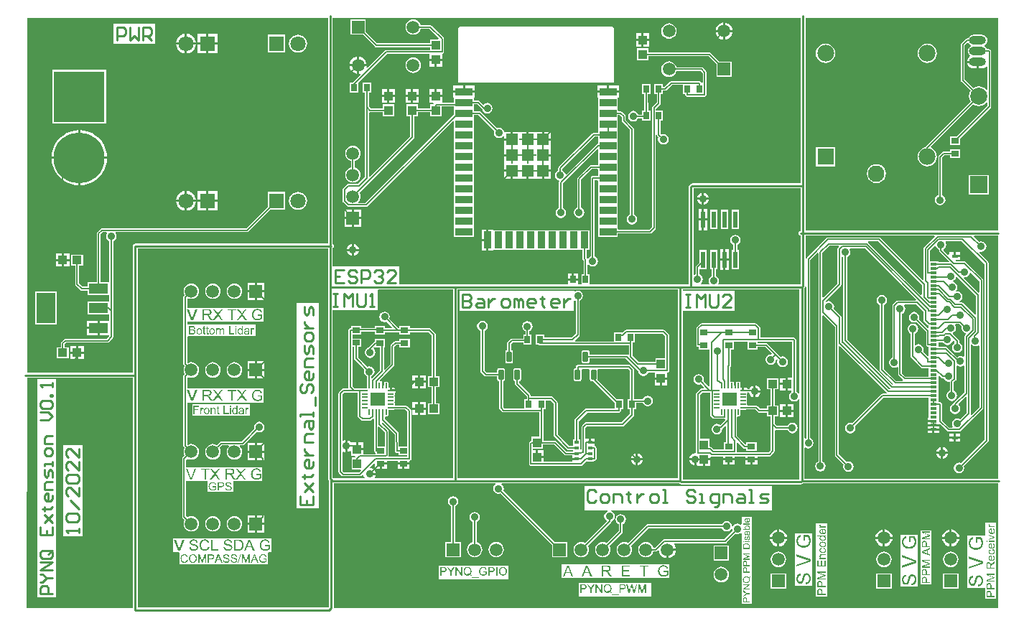
<source format=gtl>
G04*
G04 #@! TF.GenerationSoftware,Altium Limited,Altium Designer,20.1.12 (249)*
G04*
G04 Layer_Physical_Order=1*
G04 Layer_Color=255*
%FSLAX25Y25*%
%MOIN*%
G70*
G04*
G04 #@! TF.SameCoordinates,D2DC16A5-891C-47F1-9DBA-B4DE5785F593*
G04*
G04*
G04 #@! TF.FilePolarity,Positive*
G04*
G01*
G75*
%ADD14C,0.00600*%
%ADD16C,0.01000*%
%ADD19R,0.02200X0.07800*%
%ADD20R,0.03543X0.02756*%
%ADD21R,0.03150X0.01575*%
%ADD22R,0.03150X0.01181*%
%ADD23R,0.08661X0.14173*%
%ADD24R,0.08800X0.04800*%
%ADD25R,0.03937X0.04331*%
%ADD26R,0.04331X0.03937*%
%ADD27R,0.05236X0.05236*%
%ADD28R,0.07874X0.03543*%
%ADD29R,0.03543X0.07874*%
%ADD30R,0.02756X0.03543*%
G04:AMPARAMS|DCode=31|XSize=25.2mil|YSize=8.66mil|CornerRadius=1.08mil|HoleSize=0mil|Usage=FLASHONLY|Rotation=0.000|XOffset=0mil|YOffset=0mil|HoleType=Round|Shape=RoundedRectangle|*
%AMROUNDEDRECTD31*
21,1,0.02520,0.00650,0,0,0.0*
21,1,0.02303,0.00866,0,0,0.0*
1,1,0.00217,0.01152,-0.00325*
1,1,0.00217,-0.01152,-0.00325*
1,1,0.00217,-0.01152,0.00325*
1,1,0.00217,0.01152,0.00325*
%
%ADD31ROUNDEDRECTD31*%
G04:AMPARAMS|DCode=32|XSize=8.66mil|YSize=25.2mil|CornerRadius=1.08mil|HoleSize=0mil|Usage=FLASHONLY|Rotation=0.000|XOffset=0mil|YOffset=0mil|HoleType=Round|Shape=RoundedRectangle|*
%AMROUNDEDRECTD32*
21,1,0.00866,0.02303,0,0,0.0*
21,1,0.00650,0.02520,0,0,0.0*
1,1,0.00217,0.00325,-0.01152*
1,1,0.00217,-0.00325,-0.01152*
1,1,0.00217,-0.00325,0.01152*
1,1,0.00217,0.00325,0.01152*
%
%ADD32ROUNDEDRECTD32*%
G04:AMPARAMS|DCode=33|XSize=48.42mil|YSize=23.62mil|CornerRadius=2.95mil|HoleSize=0mil|Usage=FLASHONLY|Rotation=90.000|XOffset=0mil|YOffset=0mil|HoleType=Round|Shape=RoundedRectangle|*
%AMROUNDEDRECTD33*
21,1,0.04842,0.01772,0,0,90.0*
21,1,0.04252,0.02362,0,0,90.0*
1,1,0.00591,0.00886,0.02126*
1,1,0.00591,0.00886,-0.02126*
1,1,0.00591,-0.00886,-0.02126*
1,1,0.00591,-0.00886,0.02126*
%
%ADD33ROUNDEDRECTD33*%
%ADD34R,0.01968X0.01378*%
%ADD70R,0.06693X0.06063*%
%ADD71R,0.23622X0.23622*%
%ADD72C,0.23622*%
%ADD73O,0.07874X0.03937*%
%ADD74O,0.07874X0.03937*%
%ADD75C,0.05906*%
%ADD76R,0.05906X0.05906*%
%ADD77R,0.05906X0.05906*%
%ADD78C,0.07795*%
%ADD79C,0.07618*%
%ADD80R,0.07795X0.07795*%
%ADD81R,0.07874X0.07874*%
%ADD82C,0.07874*%
%ADD83C,0.01181*%
%ADD84C,0.05937*%
%ADD85R,0.05937X0.05937*%
%ADD86R,0.07087X0.07087*%
%ADD87C,0.07087*%
%ADD88C,0.03600*%
G36*
X359878Y198122D02*
X309586D01*
X309586Y198122D01*
X309157Y198036D01*
X308793Y197793D01*
X308793Y197793D01*
X308207Y197207D01*
X307964Y196843D01*
X307878Y196414D01*
X307878Y196414D01*
Y151122D01*
X262475D01*
X261978Y151128D01*
X261978Y151622D01*
Y155872D01*
X260918D01*
Y160246D01*
X261418Y160397D01*
X261570Y160170D01*
X262364Y159639D01*
X263300Y159453D01*
X264236Y159639D01*
X265030Y160170D01*
X265561Y160964D01*
X265747Y161900D01*
X265561Y162836D01*
X265030Y163630D01*
X264236Y164161D01*
X264218Y164164D01*
Y199704D01*
X265572Y199723D01*
X265928Y199372D01*
X265928Y198209D01*
X265928Y197837D01*
Y193580D01*
X265928Y193209D01*
X265928Y192837D01*
Y188580D01*
X265928Y188209D01*
X265928Y187837D01*
Y183580D01*
X265928Y183209D01*
X265928Y182837D01*
Y178580D01*
X265928Y178209D01*
X265928Y177837D01*
Y173337D01*
X275002D01*
Y174791D01*
X290000D01*
X290351Y174861D01*
X290649Y175060D01*
X292349Y176760D01*
X292548Y177057D01*
X292618Y177409D01*
Y220474D01*
X293118Y220523D01*
X293152Y220349D01*
X293351Y220051D01*
X293850Y219552D01*
X293839Y219536D01*
X293653Y218600D01*
X293839Y217664D01*
X294370Y216870D01*
X295164Y216339D01*
X296100Y216153D01*
X297036Y216339D01*
X297830Y216870D01*
X298361Y217664D01*
X298547Y218600D01*
X298361Y219536D01*
X297830Y220330D01*
X297036Y220861D01*
X296100Y221047D01*
X295341Y220896D01*
X294953Y221222D01*
X294918Y221283D01*
Y227128D01*
X295978D01*
Y231872D01*
X292618D01*
Y232720D01*
X294602Y234704D01*
X294801Y235002D01*
X294870Y235353D01*
Y239628D01*
X295931D01*
Y241082D01*
X297000D01*
X297351Y241152D01*
X297649Y241351D01*
X300080Y243782D01*
X305116D01*
Y239628D01*
X306177D01*
Y239400D01*
X306247Y239049D01*
X306446Y238751D01*
X306545Y238651D01*
X306843Y238452D01*
X307194Y238382D01*
X315200D01*
X315551Y238452D01*
X315849Y238651D01*
X315949Y238751D01*
X316148Y239049D01*
X316218Y239400D01*
Y249650D01*
X316148Y250001D01*
X315949Y250299D01*
X314457Y251791D01*
X314159Y251990D01*
X313808Y252059D01*
X302183D01*
X302181Y252073D01*
X301822Y252941D01*
X301250Y253687D01*
X300504Y254259D01*
X299636Y254618D01*
X298705Y254741D01*
X297773Y254618D01*
X296905Y254259D01*
X296160Y253687D01*
X295588Y252941D01*
X295228Y252073D01*
X295106Y251142D01*
X295228Y250210D01*
X295588Y249342D01*
X296160Y248597D01*
X296905Y248025D01*
X297773Y247665D01*
X298705Y247543D01*
X299636Y247665D01*
X300504Y248025D01*
X301250Y248597D01*
X301822Y249342D01*
X302181Y250210D01*
X302183Y250224D01*
X313428D01*
X314382Y249270D01*
Y244827D01*
X313882Y244777D01*
X313848Y244951D01*
X313649Y245249D01*
X313549Y245349D01*
X313251Y245548D01*
X312900Y245618D01*
X299700D01*
X299349Y245548D01*
X299051Y245349D01*
X296620Y242918D01*
X295931D01*
Y244372D01*
X291975D01*
Y239628D01*
X293035D01*
Y235733D01*
X291051Y233749D01*
X290852Y233451D01*
X290782Y233100D01*
Y177789D01*
X289620Y176626D01*
X275355D01*
X275002Y176980D01*
X275002Y178209D01*
X275002Y178580D01*
Y182837D01*
X275002Y183209D01*
X275002Y183580D01*
Y187837D01*
X275002Y188209D01*
X275002Y188580D01*
Y192837D01*
X275002Y193209D01*
X275002Y193580D01*
Y197837D01*
X275002Y198209D01*
X275002Y198580D01*
Y202837D01*
X275002Y203209D01*
X275002Y203580D01*
Y207837D01*
X275002Y208209D01*
X275002Y208580D01*
Y212837D01*
X275002Y213209D01*
X275002Y213580D01*
Y218080D01*
X275002D01*
Y218337D01*
X275002D01*
Y223080D01*
X275002D01*
Y223337D01*
X275002D01*
Y227837D01*
X275002Y228209D01*
X275002Y228580D01*
Y229791D01*
X275870D01*
X276782Y228878D01*
Y227182D01*
X276852Y226831D01*
X277051Y226533D01*
X280582Y223002D01*
Y183765D01*
X280564Y183761D01*
X279770Y183230D01*
X279239Y182436D01*
X279053Y181500D01*
X279239Y180564D01*
X279770Y179770D01*
X280564Y179239D01*
X281500Y179053D01*
X282436Y179239D01*
X283230Y179770D01*
X283761Y180564D01*
X283947Y181500D01*
X283761Y182436D01*
X283230Y183230D01*
X282436Y183761D01*
X282418Y183765D01*
Y223382D01*
X282348Y223733D01*
X282149Y224030D01*
X278618Y227562D01*
Y229259D01*
X278548Y229610D01*
X278349Y229907D01*
X276899Y231358D01*
X276601Y231556D01*
X276250Y231626D01*
X275355D01*
X275002Y231980D01*
X275002Y233209D01*
X275002Y233580D01*
Y237937D01*
X275402D01*
Y240209D01*
X265528D01*
Y237937D01*
X265928D01*
Y233580D01*
X265928Y233209D01*
X265928Y232837D01*
Y228580D01*
X265928Y228209D01*
X265928Y227837D01*
Y223337D01*
X265928D01*
Y223080D01*
X265928D01*
Y221626D01*
X263750D01*
X263399Y221556D01*
X263101Y221357D01*
X247551Y205807D01*
X247352Y205510D01*
X247282Y205159D01*
Y204264D01*
X247264Y204261D01*
X246470Y203730D01*
X245939Y202936D01*
X245753Y202000D01*
X245939Y201064D01*
X246470Y200270D01*
X247264Y199739D01*
X247672Y199658D01*
X247851Y199130D01*
X247652Y198833D01*
X247582Y198482D01*
Y186765D01*
X247564Y186761D01*
X246770Y186230D01*
X246239Y185436D01*
X246053Y184500D01*
X246239Y183564D01*
X246770Y182770D01*
X247564Y182239D01*
X248500Y182053D01*
X249436Y182239D01*
X250230Y182770D01*
X250761Y183564D01*
X250947Y184500D01*
X250761Y185436D01*
X250230Y186230D01*
X249436Y186761D01*
X249418Y186765D01*
Y198101D01*
X265466Y214149D01*
X265928Y213958D01*
X265928Y213209D01*
X265928Y212837D01*
Y208580D01*
X265928Y208209D01*
X265928Y207837D01*
Y206626D01*
X262500D01*
X262149Y206556D01*
X261851Y206358D01*
X256351Y200857D01*
X256152Y200560D01*
X256082Y200209D01*
Y186765D01*
X256064Y186761D01*
X255270Y186230D01*
X254739Y185436D01*
X254553Y184500D01*
X254739Y183564D01*
X255270Y182770D01*
X256064Y182239D01*
X257000Y182053D01*
X257936Y182239D01*
X258730Y182770D01*
X259261Y183564D01*
X259447Y184500D01*
X259261Y185436D01*
X258730Y186230D01*
X257936Y186761D01*
X257918Y186765D01*
Y199829D01*
X262880Y204791D01*
X265574D01*
X265928Y204437D01*
X265928Y203209D01*
X265928Y202837D01*
Y201563D01*
X263287Y201526D01*
X263118Y201490D01*
X262949Y201456D01*
X262943Y201453D01*
X262937Y201451D01*
X262795Y201353D01*
X262651Y201257D01*
X262648Y201252D01*
X262642Y201248D01*
X262548Y201103D01*
X262452Y200960D01*
X262451Y200953D01*
X262447Y200948D01*
X262416Y200778D01*
X262382Y200609D01*
Y164164D01*
X262364Y164161D01*
X261570Y163630D01*
X261272Y163185D01*
X260681Y163200D01*
X260649Y163249D01*
X260418Y163480D01*
Y167235D01*
X261872D01*
Y176309D01*
X257372D01*
X257000Y176309D01*
X256628Y176309D01*
X252372D01*
X252000Y176309D01*
X251628Y176309D01*
X247372D01*
X247000Y176309D01*
X246628Y176309D01*
X242372D01*
X242000Y176309D01*
X241628Y176309D01*
X237372D01*
X237000Y176309D01*
X236628Y176309D01*
X232372D01*
X232000Y176309D01*
X231628Y176309D01*
X227372D01*
X227000Y176309D01*
X226628Y176309D01*
X222372D01*
X222000Y176309D01*
X221628Y176309D01*
X217272D01*
Y176709D01*
X215000D01*
Y171772D01*
Y166835D01*
X217272D01*
Y167235D01*
X221628D01*
X222000Y167235D01*
X222372Y167235D01*
X226628D01*
X227000Y167235D01*
X227372Y167235D01*
X231628D01*
X232000Y167235D01*
X232372Y167235D01*
X236628D01*
X237000Y167235D01*
X237372Y167235D01*
X241628D01*
X242000Y167235D01*
X242372Y167235D01*
X246628D01*
X247000Y167235D01*
X247372Y167235D01*
X251628D01*
X252000Y167235D01*
X252372Y167235D01*
X256628D01*
X257000Y167235D01*
X257372Y167235D01*
X258582D01*
Y163100D01*
X258652Y162749D01*
X258851Y162451D01*
X259082Y162220D01*
Y155872D01*
X258022D01*
X258022Y151128D01*
X257525Y151122D01*
X256472D01*
Y153000D01*
X254094D01*
X251716D01*
Y151122D01*
X173591D01*
Y159598D01*
X142622D01*
Y168092D01*
X142793Y168207D01*
X143036Y168571D01*
X143122Y169000D01*
X143036Y169429D01*
X142793Y169793D01*
X142622Y169908D01*
Y275000D01*
X359878D01*
Y198122D01*
D02*
G37*
G36*
X265928Y218337D02*
X265928D01*
Y218080D01*
X265928D01*
Y216626D01*
X265727D01*
X265376Y216556D01*
X265078Y216357D01*
X251084Y202364D01*
X250542Y202528D01*
X250461Y202936D01*
X249930Y203730D01*
X249136Y204261D01*
X249118Y204264D01*
Y204779D01*
X264130Y219791D01*
X265928D01*
Y218337D01*
D02*
G37*
G36*
X451500Y176122D02*
X362122D01*
Y197000D01*
Y275000D01*
X451500D01*
Y176122D01*
D02*
G37*
G36*
Y61036D02*
X361536D01*
Y75258D01*
X362036Y75525D01*
X362464Y75239D01*
X363400Y75053D01*
X364336Y75239D01*
X365130Y75770D01*
X365661Y76564D01*
X365847Y77500D01*
X365661Y78436D01*
X365130Y79230D01*
X364336Y79761D01*
X364318Y79764D01*
Y162520D01*
X367620Y165823D01*
X368082Y165631D01*
Y69064D01*
X368064Y69061D01*
X367270Y68530D01*
X366739Y67736D01*
X366553Y66800D01*
X366739Y65864D01*
X367270Y65070D01*
X368064Y64539D01*
X369000Y64353D01*
X369936Y64539D01*
X370730Y65070D01*
X371261Y65864D01*
X371447Y66800D01*
X371261Y67736D01*
X370730Y68530D01*
X369936Y69061D01*
X369918Y69064D01*
Y136631D01*
X370380Y136823D01*
X375682Y131520D01*
Y72000D01*
X375752Y71649D01*
X375951Y71351D01*
X379750Y67552D01*
X379739Y67536D01*
X379553Y66600D01*
X379739Y65664D01*
X380270Y64870D01*
X381064Y64339D01*
X382000Y64153D01*
X382936Y64339D01*
X383730Y64870D01*
X384261Y65664D01*
X384447Y66600D01*
X384261Y67536D01*
X383730Y68330D01*
X382936Y68861D01*
X382000Y69047D01*
X381064Y68861D01*
X381048Y68850D01*
X377518Y72380D01*
Y122531D01*
X377980Y122723D01*
X399749Y100953D01*
X399643Y100569D01*
X399560Y100453D01*
X397916D01*
X397565Y100383D01*
X397267Y100184D01*
X383833Y86750D01*
X383817Y86761D01*
X382881Y86947D01*
X381944Y86761D01*
X381151Y86230D01*
X380620Y85436D01*
X380434Y84500D01*
X380620Y83564D01*
X381151Y82770D01*
X381944Y82239D01*
X382881Y82053D01*
X383817Y82239D01*
X384611Y82770D01*
X385142Y83564D01*
X385328Y84500D01*
X385142Y85436D01*
X385131Y85452D01*
X398296Y98618D01*
X419325D01*
Y94408D01*
Y89315D01*
X418925D01*
Y88224D01*
X421500D01*
Y87224D01*
X418925D01*
Y86256D01*
X421500D01*
X424143D01*
X424537Y86419D01*
X427805Y83151D01*
X428102Y82952D01*
X428453Y82882D01*
X433618D01*
X433969Y82952D01*
X434267Y83151D01*
X444349Y93233D01*
X444548Y93530D01*
X444618Y93882D01*
Y153118D01*
X444548Y153470D01*
X444349Y153767D01*
X436467Y161649D01*
X436169Y161848D01*
X435818Y161918D01*
X431741D01*
X431678Y162012D01*
X431945Y162512D01*
X433917D01*
Y163799D01*
X431343D01*
Y164299D01*
X430843D01*
Y166087D01*
X428768D01*
Y165190D01*
X428306Y164999D01*
X426292Y167012D01*
X426341Y167510D01*
X426730Y167770D01*
X427261Y168564D01*
X427447Y169500D01*
X427261Y170436D01*
X427030Y170782D01*
X427297Y171282D01*
X434620D01*
X445182Y160720D01*
Y79080D01*
X434352Y68250D01*
X434336Y68261D01*
X433400Y68447D01*
X432464Y68261D01*
X431670Y67730D01*
X431139Y66936D01*
X430953Y66000D01*
X431139Y65064D01*
X431670Y64270D01*
X432464Y63739D01*
X433400Y63553D01*
X434336Y63739D01*
X435130Y64270D01*
X435661Y65064D01*
X435847Y66000D01*
X435661Y66936D01*
X435650Y66952D01*
X446749Y78051D01*
X446948Y78349D01*
X447018Y78700D01*
Y161100D01*
X446948Y161451D01*
X446749Y161749D01*
X442633Y165865D01*
X442647Y165983D01*
X443198Y166383D01*
X443600Y166303D01*
X444536Y166489D01*
X445330Y167020D01*
X445861Y167814D01*
X446047Y168750D01*
X445861Y169686D01*
X445330Y170480D01*
X444536Y171011D01*
X443600Y171197D01*
X442664Y171011D01*
X442648Y171000D01*
X440231Y173416D01*
X440423Y173878D01*
X451500D01*
Y61036D01*
D02*
G37*
G36*
X422658Y168972D02*
X422739Y168564D01*
X423270Y167770D01*
X424064Y167239D01*
X424082Y167236D01*
Y167007D01*
X424152Y166656D01*
X424351Y166358D01*
X428770Y161939D01*
X428579Y161477D01*
X423675D01*
Y161749D01*
X419918D01*
Y166938D01*
X422116Y169136D01*
X422658Y168972D01*
D02*
G37*
G36*
X442782Y152738D02*
Y147541D01*
X442282Y147334D01*
X435467Y154149D01*
X435713Y154610D01*
X436000Y154553D01*
X436936Y154739D01*
X437730Y155270D01*
X438261Y156064D01*
X438342Y156472D01*
X438884Y156636D01*
X442782Y152738D01*
D02*
G37*
G36*
X422103Y173416D02*
X417151Y168464D01*
X416952Y168167D01*
X416882Y167815D01*
Y153523D01*
X416382Y153315D01*
X396949Y172749D01*
X396651Y172948D01*
X396300Y173018D01*
X372600D01*
X372249Y172948D01*
X371951Y172749D01*
X362751Y163549D01*
X362621Y163355D01*
X362122Y163454D01*
Y173878D01*
X421912D01*
X422103Y173416D01*
D02*
G37*
G36*
X359878Y176097D02*
X359571Y176036D01*
X359207Y175793D01*
X358964Y175429D01*
X358878Y175000D01*
X358964Y174571D01*
X359207Y174207D01*
X359571Y173964D01*
X359878Y173903D01*
Y151122D01*
X321733D01*
X321465Y151622D01*
X321761Y152064D01*
X321947Y153000D01*
X321761Y153936D01*
X321230Y154730D01*
X320436Y155261D01*
X320418Y155264D01*
Y158200D01*
X321200D01*
Y167200D01*
X317800D01*
Y158200D01*
X318582D01*
Y155264D01*
X318564Y155261D01*
X317770Y154730D01*
X317239Y153936D01*
X317053Y153000D01*
X317239Y152064D01*
X317535Y151622D01*
X317267Y151122D01*
X313660D01*
X313509Y151622D01*
X313730Y151770D01*
X314261Y152564D01*
X314447Y153500D01*
X314261Y154436D01*
X313730Y155230D01*
X312936Y155761D01*
X312918Y155764D01*
Y158200D01*
X316200D01*
Y167200D01*
X312800D01*
Y161298D01*
X311351Y159849D01*
X311152Y159551D01*
X311082Y159200D01*
Y155764D01*
X311064Y155761D01*
X310622Y155465D01*
X310121Y155733D01*
Y195878D01*
X359878D01*
Y176097D01*
D02*
G37*
G36*
X416118Y150984D02*
Y146407D01*
X415656Y146215D01*
X391223Y170649D01*
X391173Y170682D01*
X391324Y171182D01*
X395920D01*
X416118Y150984D01*
D02*
G37*
G36*
X377623Y168620D02*
X377151Y168149D01*
X376952Y167851D01*
X376882Y167500D01*
Y151580D01*
X370380Y145077D01*
X369918Y145269D01*
Y165920D01*
X373080Y169082D01*
X377431D01*
X377623Y168620D01*
D02*
G37*
G36*
X441182Y145838D02*
Y137284D01*
X440720Y137093D01*
X435264Y142549D01*
X434967Y142748D01*
X434615Y142818D01*
X433685D01*
X433554Y143318D01*
X434230Y143770D01*
X434761Y144564D01*
X434947Y145500D01*
X434761Y146436D01*
X434230Y147230D01*
X433436Y147761D01*
X432500Y147947D01*
X432235Y147894D01*
X432123Y148033D01*
X431987Y148355D01*
X432461Y149064D01*
X432647Y150000D01*
X432461Y150936D01*
X431930Y151730D01*
X431136Y152261D01*
X430739Y152340D01*
X430633Y152871D01*
X431230Y153270D01*
X431761Y154064D01*
X431842Y154472D01*
X432384Y154636D01*
X441182Y145838D01*
D02*
G37*
G36*
X416863Y138511D02*
Y134719D01*
X416933Y134368D01*
X417132Y134070D01*
X418851Y132351D01*
X419149Y132152D01*
X419325Y132117D01*
Y131126D01*
X418863Y130935D01*
X414750Y135048D01*
X414761Y135064D01*
X414947Y136000D01*
X414761Y136936D01*
X414230Y137730D01*
X413436Y138261D01*
X412500Y138447D01*
X411564Y138261D01*
X410770Y137730D01*
X410239Y136936D01*
X410053Y136000D01*
X410239Y135064D01*
X410770Y134270D01*
X411564Y133739D01*
X412500Y133553D01*
X413436Y133739D01*
X413452Y133750D01*
X418082Y129120D01*
Y123257D01*
X418114Y123100D01*
X418139Y122940D01*
X418149Y122924D01*
X418152Y122906D01*
X418242Y122772D01*
X418326Y122635D01*
X418341Y122624D01*
X418351Y122608D01*
X418485Y122519D01*
X418615Y122424D01*
X418633Y122420D01*
X418649Y122410D01*
X418807Y122378D01*
X418963Y122341D01*
X419325Y122326D01*
Y118180D01*
X418866Y117932D01*
X416750Y120048D01*
X416761Y120064D01*
X416947Y121000D01*
X416761Y121936D01*
X416230Y122730D01*
X415436Y123261D01*
X414500Y123447D01*
X413564Y123261D01*
X413218Y123030D01*
X412718Y123297D01*
Y128196D01*
X412936Y128239D01*
X413730Y128770D01*
X414261Y129564D01*
X414447Y130500D01*
X414261Y131436D01*
X413730Y132230D01*
X412936Y132761D01*
X412000Y132947D01*
X411064Y132761D01*
X410270Y132230D01*
X409739Y131436D01*
X409553Y130500D01*
X409739Y129564D01*
X410270Y128770D01*
X410882Y128360D01*
Y117765D01*
X410952Y117414D01*
X411151Y117116D01*
X415601Y112666D01*
X415899Y112467D01*
X416250Y112397D01*
X419325D01*
Y108327D01*
X408421D01*
X406918Y109830D01*
Y137536D01*
X406936Y137539D01*
X407730Y138070D01*
X408261Y138864D01*
X408447Y139800D01*
X408261Y140736D01*
X407829Y141382D01*
X408035Y141882D01*
X413492D01*
X416863Y138511D01*
D02*
G37*
G36*
X434661Y131542D02*
X434553Y131000D01*
X434739Y130064D01*
X435270Y129270D01*
X436064Y128739D01*
X436472Y128658D01*
X436636Y128116D01*
X436051Y127531D01*
X435852Y127233D01*
X435782Y126882D01*
Y117797D01*
X435282Y117530D01*
X434936Y117761D01*
X434000Y117947D01*
X433064Y117761D01*
X432457Y117356D01*
X427975Y121838D01*
X427678Y122037D01*
X427326Y122107D01*
X423675D01*
Y124208D01*
X425977D01*
X426270Y123770D01*
X427064Y123239D01*
X428000Y123053D01*
X428936Y123239D01*
X429730Y123770D01*
X430261Y124564D01*
X430342Y124972D01*
X430885Y125136D01*
X431334Y124686D01*
X431273Y124066D01*
X430770Y123730D01*
X430239Y122936D01*
X430053Y122000D01*
X430239Y121064D01*
X430770Y120270D01*
X431564Y119739D01*
X432500Y119553D01*
X433436Y119739D01*
X434230Y120270D01*
X434761Y121064D01*
X434947Y122000D01*
X434761Y122936D01*
X434230Y123730D01*
X433436Y124261D01*
X433418Y124265D01*
Y124818D01*
X433348Y125170D01*
X433149Y125467D01*
X430363Y128254D01*
X430525Y128798D01*
X431230Y129270D01*
X431761Y130064D01*
X431947Y131000D01*
X431761Y131936D01*
X431530Y132282D01*
X431797Y132782D01*
X433420D01*
X434661Y131542D01*
D02*
G37*
G36*
X140378Y170122D02*
X51000D01*
X50571Y170036D01*
X50207Y169793D01*
X49964Y169429D01*
X49878Y169000D01*
Y110122D01*
X1053D01*
X700Y110475D01*
X1000Y275000D01*
X140378D01*
Y170122D01*
D02*
G37*
G36*
X413400Y144180D02*
X413208Y143718D01*
X404850D01*
X404499Y143648D01*
X404201Y143449D01*
X402651Y141899D01*
X402452Y141601D01*
X402382Y141250D01*
Y117165D01*
X402364Y117161D01*
X401570Y116630D01*
X401039Y115836D01*
X400853Y114900D01*
X401039Y113964D01*
X401570Y113170D01*
X402364Y112639D01*
X403300Y112453D01*
X404236Y112639D01*
X404582Y112870D01*
X405082Y112603D01*
Y109450D01*
X405152Y109099D01*
X405351Y108801D01*
X407294Y106859D01*
X407187Y106474D01*
X407105Y106359D01*
X404080D01*
X398418Y112021D01*
Y141636D01*
X398436Y141639D01*
X399230Y142170D01*
X399761Y142964D01*
X399947Y143900D01*
X399761Y144836D01*
X399230Y145630D01*
X398436Y146161D01*
X397500Y146347D01*
X396564Y146161D01*
X395770Y145630D01*
X395239Y144836D01*
X395053Y143900D01*
X395239Y142964D01*
X395770Y142170D01*
X396564Y141639D01*
X396582Y141636D01*
Y111641D01*
X396652Y111290D01*
X396851Y110992D01*
X402642Y105201D01*
X402498Y104638D01*
X402406Y104611D01*
X402345Y104626D01*
X381418Y125552D01*
Y163836D01*
X381436Y163839D01*
X382230Y164370D01*
X382761Y165164D01*
X382947Y166100D01*
X382761Y167036D01*
X382530Y167382D01*
X382797Y167882D01*
X389697D01*
X413400Y144180D01*
D02*
G37*
G36*
X152582Y116763D02*
X152652Y116412D01*
X152851Y116114D01*
X157313Y111652D01*
X157302Y111636D01*
X157116Y110700D01*
X157302Y109764D01*
X157833Y108970D01*
X158627Y108439D01*
X158645Y108435D01*
Y105622D01*
X158571Y105510D01*
X158516Y105234D01*
Y102984D01*
X156266D01*
X155990Y102929D01*
X155878Y102855D01*
X152880D01*
X151718Y104017D01*
Y122116D01*
X152582D01*
Y116763D01*
D02*
G37*
G36*
X379582Y163787D02*
Y125172D01*
X379652Y124821D01*
X379851Y124523D01*
X401380Y102995D01*
X401228Y102515D01*
X400806Y102492D01*
X378918Y124380D01*
Y135900D01*
X378848Y136251D01*
X378649Y136549D01*
X375150Y140048D01*
X375161Y140064D01*
X375347Y141000D01*
X375161Y141936D01*
X374630Y142730D01*
X373836Y143261D01*
X372900Y143447D01*
X371964Y143261D01*
X371668Y143063D01*
X371350Y143452D01*
X378449Y150551D01*
X378648Y150849D01*
X378718Y151200D01*
Y163803D01*
X379169Y164044D01*
X379582Y163787D01*
D02*
G37*
G36*
X359293Y100789D02*
X358793Y100638D01*
X358530Y101030D01*
X357736Y101561D01*
X357718Y101565D01*
Y125400D01*
X357648Y125751D01*
X357449Y126049D01*
X357249Y126249D01*
X356951Y126448D01*
X356600Y126518D01*
X341118D01*
Y130750D01*
X341048Y131101D01*
X340849Y131399D01*
X339399Y132849D01*
X339101Y133048D01*
X338750Y133118D01*
X313750D01*
X313399Y133048D01*
X313101Y132849D01*
X311651Y131399D01*
X311452Y131101D01*
X311382Y130750D01*
Y123100D01*
X311414Y122941D01*
X311440Y122781D01*
X311449Y122766D01*
X311452Y122749D01*
X311542Y122614D01*
X311628Y122476D01*
X311642Y122466D01*
X311651Y122451D01*
X311786Y122361D01*
X311918Y122266D01*
X311934Y122262D01*
X311949Y122252D01*
X312108Y122221D01*
X312266Y122183D01*
X312628Y122170D01*
Y121022D01*
X317372D01*
X317482Y120568D01*
Y104069D01*
X317020Y103877D01*
X314750Y106148D01*
X314761Y106164D01*
X314947Y107100D01*
X314761Y108036D01*
X314230Y108830D01*
X313436Y109361D01*
X312500Y109547D01*
X311564Y109361D01*
X310770Y108830D01*
X310239Y108036D01*
X310053Y107100D01*
X310239Y106164D01*
X310770Y105370D01*
X311564Y104839D01*
X312500Y104653D01*
X313436Y104839D01*
X313452Y104850D01*
X314986Y103317D01*
X314794Y102855D01*
X313750D01*
X313399Y102785D01*
X313101Y102586D01*
X311451Y100936D01*
X311252Y100638D01*
X311182Y100287D01*
Y73291D01*
X311030Y73040D01*
X310745Y72804D01*
X310169Y72728D01*
X309488Y72446D01*
X308903Y71997D01*
X308454Y71412D01*
X308172Y70731D01*
X308142Y70500D01*
X310900D01*
Y70000D01*
X311400D01*
Y67242D01*
X311531Y67259D01*
X312032Y66982D01*
Y66835D01*
X314500D01*
Y70000D01*
X315000D01*
Y70500D01*
X317969D01*
Y71061D01*
X318468Y71402D01*
X318565Y71382D01*
X323728D01*
Y70500D01*
X326500D01*
X329272D01*
Y71382D01*
X334228D01*
Y70500D01*
X337000D01*
X339772D01*
Y71382D01*
X345357D01*
X345708Y71452D01*
X346006Y71651D01*
X347456Y73101D01*
X347655Y73399D01*
X347725Y73750D01*
Y83372D01*
X348203Y83651D01*
X348225Y83649D01*
X348557Y83582D01*
X353685D01*
X353689Y83564D01*
X354220Y82770D01*
X355014Y82239D01*
X355950Y82053D01*
X356886Y82239D01*
X357680Y82770D01*
X358211Y83564D01*
X358397Y84500D01*
X358211Y85436D01*
X357680Y86230D01*
X356886Y86761D01*
X355950Y86947D01*
X355014Y86761D01*
X354220Y86230D01*
X353689Y85436D01*
X353685Y85418D01*
X348937D01*
X347725Y86630D01*
Y89931D01*
X349572D01*
Y95069D01*
X347725D01*
Y102431D01*
X349572D01*
Y107569D01*
X344042D01*
Y102431D01*
X345889D01*
Y95069D01*
X344042D01*
Y93418D01*
X341043D01*
X339749Y94712D01*
X339451Y94911D01*
X339100Y94981D01*
X335400D01*
X334956Y95313D01*
Y95963D01*
X334901Y96239D01*
X334777Y96425D01*
X334901Y96611D01*
X334956Y96888D01*
Y97537D01*
X334901Y97814D01*
X334777Y98000D01*
X334901Y98186D01*
X334956Y98463D01*
Y99112D01*
X334901Y99388D01*
X334777Y99575D01*
X334901Y99761D01*
X334956Y100037D01*
Y100687D01*
X334951Y100715D01*
X335030Y100811D01*
X335033Y100813D01*
X335039Y100822D01*
X335268Y101098D01*
X335563Y101090D01*
X335737Y101035D01*
X335772Y100769D01*
X336054Y100088D01*
X336503Y99503D01*
X337088Y99054D01*
X337769Y98772D01*
X338000Y98742D01*
Y101500D01*
Y104258D01*
X337769Y104228D01*
X337088Y103946D01*
X336503Y103497D01*
X336054Y102912D01*
X335845Y102407D01*
X335325Y102458D01*
X335278Y102694D01*
X335033Y103061D01*
X334667Y103306D01*
X334234Y103392D01*
X333583D01*
Y101937D01*
X332583D01*
Y103392D01*
X331984D01*
Y105234D01*
X331929Y105510D01*
X331772Y105745D01*
X331538Y105901D01*
X331262Y105956D01*
X330612D01*
X330546Y105943D01*
X330486Y106033D01*
X330119Y106278D01*
X329862Y106329D01*
Y104083D01*
X328862D01*
Y106329D01*
X328605Y106278D01*
X328238Y106033D01*
X328178Y105943D01*
X328112Y105956D01*
X327463D01*
X327130Y106400D01*
Y112920D01*
X327149Y112938D01*
X327348Y113236D01*
X327418Y113587D01*
Y121022D01*
X328872D01*
Y124682D01*
X335128D01*
Y121022D01*
X339872D01*
Y122082D01*
X343370D01*
X346369Y119083D01*
X346123Y118623D01*
X346000Y118647D01*
X345064Y118461D01*
X344270Y117930D01*
X343739Y117136D01*
X343553Y116200D01*
X343739Y115264D01*
X344270Y114470D01*
X345064Y113939D01*
X346000Y113753D01*
X346936Y113939D01*
X347730Y114470D01*
X348261Y115264D01*
X348442Y116174D01*
X348577Y116261D01*
X348914Y116417D01*
X349080Y116308D01*
X349183Y116206D01*
X349003Y115300D01*
X349189Y114364D01*
X349720Y113570D01*
X350514Y113039D01*
X351450Y112853D01*
X352386Y113039D01*
X353180Y113570D01*
X353711Y114364D01*
X353897Y115300D01*
X353711Y116236D01*
X353180Y117030D01*
X352386Y117561D01*
X351450Y117747D01*
X350514Y117561D01*
X350498Y117550D01*
X348924Y119124D01*
X348924Y119124D01*
X348924Y119124D01*
X344399Y123649D01*
X344101Y123848D01*
X343750Y123918D01*
X339872D01*
Y124682D01*
X355882D01*
Y107968D01*
X354000D01*
Y105000D01*
Y102032D01*
X355496D01*
X355553Y101950D01*
X355429Y101270D01*
X355070Y101030D01*
X354539Y100236D01*
X354353Y99300D01*
X354539Y98364D01*
X355070Y97570D01*
X355864Y97039D01*
X356800Y96853D01*
X357736Y97039D01*
X358530Y97570D01*
X358793Y97962D01*
X359293Y97811D01*
Y60622D01*
X305121D01*
Y138900D01*
X329093D01*
Y148098D01*
X305121D01*
Y148878D01*
X359293D01*
Y100789D01*
D02*
G37*
G36*
X433064Y113239D02*
X434000Y113053D01*
X434936Y113239D01*
X435282Y113470D01*
X435782Y113203D01*
Y101080D01*
X430851Y96149D01*
X430652Y95851D01*
X430637Y95775D01*
X430564Y95761D01*
X429770Y95230D01*
X429239Y94436D01*
X429053Y93500D01*
X429239Y92564D01*
X429770Y91770D01*
X430564Y91239D01*
X431500Y91053D01*
X432436Y91239D01*
X433230Y91770D01*
X433761Y92564D01*
X433947Y93500D01*
X433761Y94436D01*
X433230Y95230D01*
X433137Y95293D01*
X433088Y95790D01*
X436520Y99223D01*
X436982Y99031D01*
Y91580D01*
X433872Y88470D01*
X433436Y88761D01*
X432500Y88947D01*
X431564Y88761D01*
X430770Y88230D01*
X430239Y87436D01*
X430053Y86500D01*
X430239Y85564D01*
X430470Y85218D01*
X430203Y84718D01*
X428833D01*
X425513Y88038D01*
X425418Y95610D01*
X425382Y95780D01*
X425348Y95950D01*
X425345Y95955D01*
X425343Y95960D01*
X425245Y96103D01*
X425149Y96247D01*
X425144Y96250D01*
X425141Y96255D01*
X424996Y96350D01*
X424851Y96446D01*
X424845Y96447D01*
X424840Y96451D01*
X424670Y96482D01*
X424500Y96516D01*
X423675D01*
Y100313D01*
Y104251D01*
Y108690D01*
X424137Y108882D01*
X425167Y107851D01*
X425465Y107652D01*
X425816Y107582D01*
X426235D01*
X426239Y107564D01*
X426770Y106770D01*
X427564Y106239D01*
X428500Y106053D01*
X428696Y106092D01*
X429082Y105775D01*
Y101765D01*
X429064Y101761D01*
X428270Y101230D01*
X427739Y100436D01*
X427553Y99500D01*
X427739Y98564D01*
X428270Y97770D01*
X429064Y97239D01*
X430000Y97053D01*
X430936Y97239D01*
X431730Y97770D01*
X432261Y98564D01*
X432447Y99500D01*
X432261Y100436D01*
X431730Y101230D01*
X430936Y101761D01*
X430918Y101765D01*
Y105801D01*
X431849Y106733D01*
X432048Y107030D01*
X432118Y107382D01*
Y113270D01*
X432618Y113537D01*
X433064Y113239D01*
D02*
G37*
G36*
X198378Y61122D02*
X162276D01*
X162055Y61570D01*
X162146Y61688D01*
X162428Y62369D01*
X162458Y62600D01*
X159700D01*
Y63600D01*
X162458D01*
X162428Y63831D01*
X162146Y64512D01*
X161697Y65097D01*
X161112Y65546D01*
X160431Y65828D01*
X160098Y65872D01*
X159919Y66400D01*
X161766Y68247D01*
X162228Y68055D01*
Y65622D01*
X164500D01*
Y68000D01*
X165000D01*
Y68500D01*
X167772D01*
Y69361D01*
X172728D01*
Y68500D01*
X175500D01*
X178272D01*
Y69395D01*
X178451Y69430D01*
X178749Y69629D01*
X178849Y69729D01*
X179048Y70027D01*
X179118Y70378D01*
Y92500D01*
X179048Y92851D01*
X178849Y93149D01*
X177286Y94712D01*
X176988Y94911D01*
X176637Y94981D01*
X171900D01*
X171456Y95313D01*
Y95963D01*
X171401Y96239D01*
X171277Y96425D01*
X171401Y96611D01*
X171456Y96888D01*
Y97537D01*
X171401Y97814D01*
X171277Y98000D01*
X171401Y98186D01*
X171456Y98463D01*
Y99112D01*
X171401Y99388D01*
X171277Y99575D01*
X171401Y99761D01*
X171456Y100037D01*
Y100687D01*
X171443Y100753D01*
X171533Y100813D01*
X171778Y101180D01*
X171829Y101437D01*
X169583D01*
Y101937D01*
X169083D01*
Y103392D01*
X168484D01*
Y105234D01*
X168429Y105510D01*
X168272Y105745D01*
X168038Y105901D01*
X167762Y105956D01*
X167112D01*
X167046Y105943D01*
X166986Y106033D01*
X166619Y106278D01*
X166362Y106329D01*
Y104083D01*
X165362D01*
Y106329D01*
X165105Y106278D01*
X164886Y106132D01*
X164640Y106172D01*
X164469Y106671D01*
X164476Y106715D01*
X170949Y113189D01*
X171148Y113486D01*
X171218Y113837D01*
Y122120D01*
X172180Y123082D01*
X173628D01*
Y122022D01*
X178372D01*
Y125978D01*
X173628D01*
Y124918D01*
X171800D01*
X171449Y124848D01*
X171151Y124649D01*
X169651Y123149D01*
X169452Y122851D01*
X169382Y122500D01*
Y114217D01*
X166880Y111715D01*
X166418Y111906D01*
Y122022D01*
X166872D01*
Y125978D01*
X162128D01*
Y124767D01*
X161951Y124649D01*
X159351Y122049D01*
X159173Y121783D01*
X159064Y121761D01*
X158270Y121230D01*
X157739Y120436D01*
X157553Y119500D01*
X157739Y118564D01*
X158270Y117770D01*
X159064Y117239D01*
X160000Y117053D01*
X160936Y117239D01*
X161730Y117770D01*
X162261Y118564D01*
X162447Y119500D01*
X162261Y120436D01*
X161730Y121230D01*
X161697Y121253D01*
X161648Y121750D01*
X161711Y121814D01*
X162128Y122022D01*
Y122022D01*
X162128Y122022D01*
X164582D01*
Y111242D01*
X160981Y107641D01*
X160481Y107848D01*
Y108435D01*
X160499Y108439D01*
X161293Y108970D01*
X161824Y109764D01*
X162010Y110700D01*
X161824Y111636D01*
X161293Y112430D01*
X160499Y112961D01*
X159563Y113147D01*
X158627Y112961D01*
X158611Y112950D01*
X154418Y117143D01*
Y122116D01*
X155872D01*
Y126072D01*
X151718D01*
Y128022D01*
X155872D01*
Y129177D01*
X162128D01*
Y127928D01*
X166872D01*
Y128988D01*
X173628D01*
Y127928D01*
X178372D01*
Y128988D01*
X187120D01*
X188582Y127525D01*
Y108569D01*
X186735D01*
Y103431D01*
X188582D01*
Y96069D01*
X186735D01*
Y90931D01*
X192265D01*
Y96069D01*
X190418D01*
Y103431D01*
X192265D01*
Y108569D01*
X190418D01*
Y127906D01*
X190348Y128257D01*
X190149Y128554D01*
X188149Y130554D01*
X187851Y130753D01*
X187500Y130823D01*
X178372D01*
Y131884D01*
X173628D01*
Y131182D01*
X173128Y130975D01*
X168950Y135153D01*
X168961Y135169D01*
X169147Y136106D01*
X168961Y137042D01*
X168430Y137836D01*
X167636Y138366D01*
X166700Y138553D01*
X165764Y138366D01*
X164970Y137836D01*
X164439Y137042D01*
X164253Y136106D01*
X164439Y135169D01*
X164970Y134375D01*
X165764Y133845D01*
X166700Y133659D01*
X167636Y133845D01*
X167652Y133855D01*
X170223Y131285D01*
X170031Y130823D01*
X166872D01*
Y131884D01*
X162128D01*
Y131012D01*
X155872D01*
Y131978D01*
X151128D01*
Y130918D01*
X150900D01*
X150549Y130848D01*
X150251Y130649D01*
X150151Y130549D01*
X149952Y130251D01*
X149882Y129900D01*
Y103637D01*
X149938Y103355D01*
X149872Y103175D01*
X149639Y102855D01*
X147500D01*
X147149Y102785D01*
X146851Y102586D01*
X145551Y101286D01*
X145352Y100988D01*
X145282Y100637D01*
Y64300D01*
X145352Y63949D01*
X145551Y63651D01*
X146851Y62351D01*
X147149Y62152D01*
X147500Y62082D01*
X155222D01*
X155573Y62152D01*
X155871Y62351D01*
X156400Y62881D01*
X156928Y62702D01*
X156972Y62369D01*
X157254Y61688D01*
X157345Y61570D01*
X157124Y61122D01*
X142965D01*
X142622Y61465D01*
Y139400D01*
X163594D01*
Y148598D01*
X163978Y148878D01*
X198378D01*
Y61122D01*
D02*
G37*
G36*
X440064Y122739D02*
X441000Y122553D01*
X441936Y122739D01*
X442282Y122970D01*
X442782Y122703D01*
Y94262D01*
X439181Y90661D01*
X439121Y90687D01*
X438769Y90955D01*
X438818Y91200D01*
Y123115D01*
X439318Y123238D01*
X440064Y122739D01*
D02*
G37*
G36*
X317782Y90700D02*
X317852Y90349D01*
X318051Y90051D01*
X319051Y89051D01*
X319349Y88852D01*
X319700Y88782D01*
X324538D01*
X324950Y88382D01*
X324961Y88258D01*
X322552Y85849D01*
X321936Y86261D01*
X321000Y86447D01*
X320064Y86261D01*
X319270Y85730D01*
X318739Y84936D01*
X318553Y84000D01*
X318739Y83064D01*
X319270Y82270D01*
X320064Y81739D01*
X321000Y81553D01*
X321936Y81739D01*
X322730Y82270D01*
X323261Y83064D01*
X323447Y84000D01*
X323420Y84135D01*
X323458Y84160D01*
X324833Y85535D01*
X325295Y85344D01*
Y77884D01*
X324128D01*
Y74518D01*
X319449D01*
X318490Y75476D01*
X318192Y75675D01*
X317841Y75745D01*
X317568D01*
Y79458D01*
X313018D01*
Y99907D01*
X314130Y101019D01*
X317782D01*
Y90700D01*
D02*
G37*
G36*
X362342Y150044D02*
X362482Y149993D01*
Y79764D01*
X362464Y79761D01*
X362036Y79475D01*
X361536Y79742D01*
Y149535D01*
X361793Y149793D01*
X361793Y149793D01*
X361982Y150076D01*
X362342Y150044D01*
D02*
G37*
G36*
X177282Y92120D02*
Y75884D01*
X173293D01*
X173218Y81974D01*
X173181Y82144D01*
X173148Y82313D01*
X173145Y82318D01*
X173143Y82324D01*
X173045Y82467D01*
X172949Y82611D01*
X166780Y88780D01*
Y89600D01*
X167112Y90044D01*
X167762D01*
X168038Y90099D01*
X168272Y90255D01*
X168429Y90490D01*
X168484Y90766D01*
Y93016D01*
X170734D01*
X171010Y93071D01*
X171122Y93145D01*
X176257D01*
X177282Y92120D01*
D02*
G37*
G36*
X166782Y82520D02*
Y75884D01*
X163630D01*
Y84965D01*
X164130Y85172D01*
X166782Y82520D01*
D02*
G37*
G36*
X340014Y91851D02*
X340312Y91652D01*
X340663Y91582D01*
X344042D01*
Y89931D01*
X345889D01*
Y86250D01*
Y74130D01*
X344977Y73218D01*
X330551D01*
X330469Y73252D01*
X330369Y73346D01*
X330120Y73718D01*
X330199Y77658D01*
X330663Y77845D01*
X333251Y75257D01*
X333549Y75058D01*
X333900Y74988D01*
X334628D01*
Y73928D01*
X339372D01*
Y77884D01*
X334628D01*
Y77182D01*
X334128Y76975D01*
X330280Y80823D01*
Y89600D01*
X330612Y90044D01*
X331262D01*
X331538Y90099D01*
X331772Y90255D01*
X331929Y90490D01*
X331984Y90766D01*
Y93016D01*
X334234D01*
X334510Y93071D01*
X334622Y93145D01*
X338720D01*
X340014Y91851D01*
D02*
G37*
G36*
X154282Y90000D02*
X154352Y89649D01*
X154551Y89351D01*
X155801Y88101D01*
X156099Y87902D01*
X156450Y87832D01*
X159888D01*
X160239Y87902D01*
X160537Y88101D01*
X161295Y88859D01*
X161795Y88652D01*
Y74093D01*
X161865Y73742D01*
X162064Y73444D01*
X162251Y73257D01*
X162549Y73058D01*
X162628Y73042D01*
Y72396D01*
X156968D01*
Y74193D01*
X154000D01*
Y74693D01*
X153500D01*
Y77858D01*
X151080D01*
X150897Y78097D01*
X150312Y78546D01*
X149631Y78828D01*
X149400Y78858D01*
Y76100D01*
Y73342D01*
X149631Y73372D01*
X150312Y73654D01*
X150531Y73823D01*
X151031Y73576D01*
Y71527D01*
X152928D01*
X153160Y71027D01*
X152956Y70765D01*
X151432D01*
Y65235D01*
X155505D01*
X155697Y64773D01*
X154842Y63918D01*
X147880D01*
X147118Y64680D01*
Y73371D01*
X147618Y73601D01*
X148169Y73372D01*
X148400Y73342D01*
Y76100D01*
Y78858D01*
X148169Y78828D01*
X147618Y78600D01*
X147118Y78829D01*
Y100257D01*
X147880Y101019D01*
X154282D01*
Y90000D01*
D02*
G37*
G36*
X171387Y81577D02*
X171482Y73894D01*
X171518Y73724D01*
X171552Y73554D01*
X171555Y73550D01*
X171557Y73544D01*
X171655Y73401D01*
X171751Y73257D01*
X171756Y73254D01*
X171759Y73249D01*
X171905Y73154D01*
X172049Y73058D01*
X172055Y73057D01*
X172059Y73053D01*
X172230Y73022D01*
X172400Y72988D01*
X173128D01*
Y71928D01*
X177282D01*
Y71196D01*
X168880D01*
X168750Y71354D01*
X168567Y71696D01*
X168618Y71950D01*
Y82900D01*
X168548Y83251D01*
X168349Y83549D01*
X165307Y86590D01*
X165348Y86914D01*
X165858Y87107D01*
X171387Y81577D01*
D02*
G37*
G36*
X302878Y61122D02*
X200622D01*
Y148878D01*
X302878D01*
Y61122D01*
D02*
G37*
G36*
X303707Y58707D02*
X303707Y58707D01*
X304071Y58464D01*
X304500Y58378D01*
X304500Y58378D01*
X360000D01*
X360000Y58378D01*
X360429Y58464D01*
X360793Y58707D01*
X360879Y58793D01*
X451500D01*
Y1000D01*
X143122D01*
Y58878D01*
X218089D01*
X218241Y58378D01*
X217870Y58130D01*
X217339Y57336D01*
X217153Y56400D01*
X217339Y55464D01*
X217870Y54670D01*
X218664Y54139D01*
X219600Y53953D01*
X220536Y54139D01*
X220552Y54150D01*
X244447Y30255D01*
Y24447D01*
X251553D01*
Y31553D01*
X245745D01*
X221850Y55448D01*
X221861Y55464D01*
X222047Y56400D01*
X221861Y57336D01*
X221330Y58130D01*
X220959Y58378D01*
X221111Y58878D01*
X303535D01*
X303707Y58707D01*
D02*
G37*
G36*
X140378Y150500D02*
X140378Y150500D01*
X140378Y150500D01*
Y61000D01*
X140378Y61000D01*
X140464Y60571D01*
X140707Y60207D01*
X140878Y60035D01*
Y1465D01*
X140535Y1122D01*
X52122D01*
Y109000D01*
Y167878D01*
X140378D01*
Y150500D01*
D02*
G37*
G36*
X49878Y1000D02*
X854D01*
X501Y1354D01*
X695Y107878D01*
X49878D01*
Y1000D01*
D02*
G37*
%LPC*%
G36*
X324795Y272795D02*
Y269358D01*
X328232D01*
X328162Y269894D01*
X327762Y270860D01*
X327126Y271689D01*
X326297Y272325D01*
X325331Y272725D01*
X324795Y272795D01*
D02*
G37*
G36*
X323795D02*
X323259Y272725D01*
X322294Y272325D01*
X321465Y271689D01*
X320829Y270860D01*
X320429Y269894D01*
X320358Y269358D01*
X323795D01*
Y272795D01*
D02*
G37*
G36*
X298705Y272458D02*
X297773Y272335D01*
X296905Y271975D01*
X296160Y271403D01*
X295588Y270658D01*
X295228Y269790D01*
X295106Y268858D01*
X295228Y267927D01*
X295588Y267059D01*
X296160Y266313D01*
X296905Y265741D01*
X297773Y265382D01*
X298705Y265259D01*
X299636Y265382D01*
X300504Y265741D01*
X301250Y266313D01*
X301822Y267059D01*
X302181Y267927D01*
X302304Y268858D01*
X302181Y269790D01*
X301822Y270658D01*
X301250Y271403D01*
X300504Y271975D01*
X299636Y272335D01*
X298705Y272458D01*
D02*
G37*
G36*
X289469Y267858D02*
X287000D01*
Y265193D01*
X289469D01*
Y267858D01*
D02*
G37*
G36*
X286000D02*
X283531D01*
Y265193D01*
X286000D01*
Y267858D01*
D02*
G37*
G36*
X328232Y268358D02*
X324795D01*
Y264921D01*
X325331Y264992D01*
X326297Y265392D01*
X327126Y266028D01*
X327762Y266857D01*
X328162Y267822D01*
X328232Y268358D01*
D02*
G37*
G36*
X323795D02*
X320358D01*
X320429Y267822D01*
X320829Y266857D01*
X321465Y266028D01*
X322294Y265392D01*
X323259Y264992D01*
X323795Y264921D01*
Y268358D01*
D02*
G37*
G36*
X180000Y274316D02*
X179068Y274193D01*
X178200Y273834D01*
X177455Y273262D01*
X176883Y272516D01*
X176523Y271648D01*
X176401Y270717D01*
X176523Y269785D01*
X176883Y268917D01*
X177455Y268172D01*
X178200Y267600D01*
X179068Y267240D01*
X180000Y267117D01*
X180932Y267240D01*
X181800Y267600D01*
X182545Y268172D01*
X183117Y268917D01*
X183477Y269785D01*
X183478Y269799D01*
X187453D01*
X191832Y265420D01*
X191641Y264958D01*
X187932D01*
Y263111D01*
X163313D01*
X157978Y268446D01*
Y274285D01*
X150841D01*
Y267148D01*
X156680D01*
X162284Y261544D01*
X162582Y261345D01*
X162933Y261275D01*
X187932D01*
Y260018D01*
X167352D01*
X167001Y259948D01*
X166703Y259749D01*
X158738Y251783D01*
X158442Y251899D01*
X158285Y252038D01*
X158346Y252500D01*
X154909D01*
Y249063D01*
X155371Y249124D01*
X155510Y248967D01*
X155626Y248672D01*
X151945Y244991D01*
X151866Y244872D01*
X150617D01*
Y240128D01*
X154572D01*
Y244872D01*
X154572Y244872D01*
X154572D01*
X154815Y245265D01*
X167732Y258182D01*
X187531D01*
Y256000D01*
X190500D01*
X193468D01*
Y258216D01*
X193651Y258252D01*
X193949Y258451D01*
X194049Y258551D01*
X194248Y258849D01*
X194318Y259200D01*
Y265150D01*
X194248Y265501D01*
X194049Y265799D01*
X188482Y271365D01*
X188185Y271564D01*
X187833Y271634D01*
X183478D01*
X183477Y271648D01*
X183117Y272516D01*
X182545Y273262D01*
X181800Y273834D01*
X180932Y274193D01*
X180000Y274316D01*
D02*
G37*
G36*
X289469Y264193D02*
X287000D01*
Y261528D01*
X289469D01*
Y264193D01*
D02*
G37*
G36*
X286000D02*
X283531D01*
Y261528D01*
X286000D01*
Y264193D01*
D02*
G37*
G36*
X154909Y256937D02*
Y253500D01*
X158346D01*
X158276Y254036D01*
X157876Y255001D01*
X157240Y255830D01*
X156411Y256467D01*
X155445Y256866D01*
X154909Y256937D01*
D02*
G37*
G36*
X153909D02*
X153373Y256866D01*
X152408Y256467D01*
X151579Y255830D01*
X150943Y255001D01*
X150543Y254036D01*
X150472Y253500D01*
X153909D01*
Y256937D01*
D02*
G37*
G36*
X193468Y255000D02*
X191000D01*
Y252335D01*
X193468D01*
Y255000D01*
D02*
G37*
G36*
X190000D02*
X187531D01*
Y252335D01*
X190000D01*
Y255000D01*
D02*
G37*
G36*
X180000Y256599D02*
X179068Y256477D01*
X178200Y256117D01*
X177455Y255545D01*
X176883Y254800D01*
X176523Y253932D01*
X176401Y253000D01*
X176523Y252068D01*
X176883Y251200D01*
X177455Y250455D01*
X178200Y249883D01*
X179068Y249523D01*
X180000Y249401D01*
X180932Y249523D01*
X181800Y249883D01*
X182545Y250455D01*
X183117Y251200D01*
X183477Y252068D01*
X183599Y253000D01*
X183477Y253932D01*
X183117Y254800D01*
X182545Y255545D01*
X181800Y256117D01*
X180932Y256477D01*
X180000Y256599D01*
D02*
G37*
G36*
X153909Y252500D02*
X150472D01*
X150543Y251964D01*
X150943Y250999D01*
X151579Y250170D01*
X152408Y249534D01*
X153373Y249134D01*
X153909Y249063D01*
Y252500D01*
D02*
G37*
G36*
X289069Y260765D02*
X283931D01*
Y255235D01*
X289069D01*
Y257082D01*
X317057D01*
X320727Y253413D01*
Y247573D01*
X327864D01*
Y254710D01*
X322024D01*
X318086Y258649D01*
X317788Y258848D01*
X317437Y258918D01*
X289069D01*
Y260765D01*
D02*
G37*
G36*
X272433Y270846D02*
X201567D01*
X201108Y270656D01*
X200918Y270197D01*
Y245394D01*
X201108Y244935D01*
X201567Y244744D01*
X272433D01*
X272892Y244935D01*
X273082Y245394D01*
Y270197D01*
X272892Y270656D01*
X272433Y270846D01*
D02*
G37*
G36*
X275402Y243480D02*
X270965D01*
Y241209D01*
X275402D01*
Y243480D01*
D02*
G37*
G36*
X269965D02*
X265528D01*
Y241209D01*
X269965D01*
Y243480D01*
D02*
G37*
G36*
X208472D02*
X204035D01*
Y241209D01*
X208472D01*
Y243480D01*
D02*
G37*
G36*
X203035D02*
X198598D01*
Y241209D01*
X203035D01*
Y243480D01*
D02*
G37*
G36*
X193468Y241858D02*
X191000D01*
Y239193D01*
X193468D01*
Y241858D01*
D02*
G37*
G36*
X182468D02*
X180000D01*
Y239193D01*
X182468D01*
Y241858D01*
D02*
G37*
G36*
X190000D02*
X187531D01*
Y239193D01*
X190000D01*
Y241858D01*
D02*
G37*
G36*
X179000D02*
X176532D01*
Y239193D01*
X179000D01*
Y241858D01*
D02*
G37*
G36*
X171468Y241858D02*
X169000D01*
Y239193D01*
X171468D01*
Y241858D01*
D02*
G37*
G36*
X168000D02*
X165532D01*
Y239193D01*
X168000D01*
Y241858D01*
D02*
G37*
G36*
X182468Y238193D02*
X180000D01*
Y235528D01*
X182468D01*
Y238193D01*
D02*
G37*
G36*
X179000D02*
X176532D01*
Y235528D01*
X179000D01*
Y238193D01*
D02*
G37*
G36*
X171468Y238193D02*
X169000D01*
Y235527D01*
X171468D01*
Y238193D01*
D02*
G37*
G36*
X168000D02*
X165532D01*
Y235527D01*
X168000D01*
Y238193D01*
D02*
G37*
G36*
X160478Y244872D02*
X156522D01*
Y240128D01*
X157582D01*
Y233500D01*
Y201080D01*
X154420Y197918D01*
X150000D01*
X149649Y197848D01*
X149351Y197649D01*
X147451Y195749D01*
X147252Y195451D01*
X147182Y195100D01*
Y190000D01*
X147252Y189649D01*
X147451Y189351D01*
X149351Y187451D01*
X149649Y187252D01*
X150000Y187182D01*
X158200D01*
X158551Y187252D01*
X158849Y187451D01*
X198536Y227139D01*
X198998Y226947D01*
X198998Y223209D01*
X198998Y222837D01*
Y218580D01*
X198998Y218209D01*
X198998Y217837D01*
Y213580D01*
X198998Y213209D01*
X198998Y212837D01*
Y208580D01*
X198998Y208209D01*
X198998Y207837D01*
Y203580D01*
X198998Y203209D01*
X198998Y202837D01*
Y198580D01*
X198998Y198209D01*
X198998Y197837D01*
Y193580D01*
X198998Y193209D01*
X198998Y192837D01*
Y188580D01*
X198998Y188209D01*
X198998Y187837D01*
Y183580D01*
X198998Y183209D01*
X198998Y182837D01*
Y178580D01*
X198998Y178209D01*
X198998Y177837D01*
Y173337D01*
X208072D01*
Y177837D01*
X208072Y178209D01*
X208072Y178580D01*
Y182837D01*
X208072Y183209D01*
X208072Y183580D01*
Y187837D01*
X208072Y188209D01*
X208072Y188580D01*
Y192837D01*
X208072Y193209D01*
X208072Y193580D01*
Y197837D01*
X208072Y198209D01*
X208072Y198580D01*
Y202837D01*
X208072Y203209D01*
X208072Y203580D01*
Y207837D01*
X208072Y208209D01*
X208072Y208580D01*
Y212837D01*
X208072Y213209D01*
X208072Y213580D01*
Y217837D01*
X208072Y218209D01*
X208072Y218580D01*
Y222837D01*
X208072Y223209D01*
X208072Y223580D01*
Y228080D01*
X208072Y228080D01*
Y228337D01*
X208072D01*
X208072Y228580D01*
Y229791D01*
X210320D01*
X217559Y222552D01*
X217548Y222536D01*
X217362Y221600D01*
X217548Y220664D01*
X218078Y219870D01*
X218872Y219339D01*
X219809Y219153D01*
X220745Y219339D01*
X221539Y219870D01*
X221721Y220142D01*
X222220Y219990D01*
Y218906D01*
X225339D01*
Y222024D01*
X222220D01*
X222220Y222024D01*
X222083Y222466D01*
X222069Y222536D01*
X221539Y223330D01*
X220745Y223861D01*
X219809Y224047D01*
X218872Y223861D01*
X218856Y223850D01*
X211349Y231358D01*
X211051Y231556D01*
X210700Y231626D01*
X208072D01*
Y233080D01*
X208072D01*
Y233337D01*
X208072D01*
Y234791D01*
X209720D01*
X212063Y232448D01*
X212139Y232064D01*
X212670Y231270D01*
X213464Y230739D01*
X214400Y230553D01*
X215336Y230739D01*
X216130Y231270D01*
X216661Y232064D01*
X216847Y233000D01*
X216661Y233936D01*
X216130Y234730D01*
X215336Y235261D01*
X214400Y235447D01*
X213464Y235261D01*
X212670Y234730D01*
X212402Y234704D01*
X210749Y236357D01*
X210451Y236556D01*
X210100Y236626D01*
X208072D01*
Y237937D01*
X208472D01*
Y240209D01*
X198598D01*
Y237937D01*
X198998D01*
Y235789D01*
X198982Y235709D01*
Y235618D01*
X193468D01*
Y238193D01*
X190500D01*
X187531D01*
Y235528D01*
X189163D01*
X189445Y235031D01*
X189295Y234765D01*
X187932D01*
Y232918D01*
X182069D01*
Y234765D01*
X176932D01*
Y229235D01*
X178582D01*
Y219880D01*
X159880Y201177D01*
X159418Y201369D01*
Y230751D01*
X159918Y231099D01*
X160000Y231082D01*
X165931D01*
Y229235D01*
X171069D01*
Y234765D01*
X165931D01*
Y232918D01*
X160380D01*
X159418Y233880D01*
Y240128D01*
X160478D01*
Y244872D01*
D02*
G37*
G36*
X290025Y244372D02*
X286069D01*
Y239628D01*
X287130D01*
Y235747D01*
X287177Y235510D01*
Y231872D01*
X286116D01*
Y230018D01*
X284504D01*
X284461Y230236D01*
X283930Y231030D01*
X283136Y231561D01*
X282200Y231747D01*
X281264Y231561D01*
X280470Y231030D01*
X279939Y230236D01*
X279753Y229300D01*
X279939Y228364D01*
X280470Y227570D01*
X281264Y227039D01*
X282200Y226853D01*
X283136Y227039D01*
X283930Y227570D01*
X284340Y228182D01*
X286116D01*
Y227128D01*
X290072D01*
Y231872D01*
X289012D01*
Y235700D01*
X288965Y235937D01*
Y239628D01*
X290025D01*
Y244372D01*
D02*
G37*
G36*
X243905Y222024D02*
X240787D01*
Y218906D01*
X243905D01*
Y222024D01*
D02*
G37*
G36*
X239787D02*
X233563D01*
Y218406D01*
X232563D01*
Y222024D01*
X226339D01*
Y218406D01*
X225839D01*
Y217906D01*
X222220D01*
Y214788D01*
Y211681D01*
X225839D01*
Y210681D01*
X222220D01*
Y207563D01*
Y204457D01*
X225839D01*
Y203957D01*
X226339D01*
Y200339D01*
X232563D01*
Y203957D01*
X233563D01*
Y200339D01*
X239787D01*
Y203957D01*
X240287D01*
Y204457D01*
X243905D01*
Y207563D01*
Y210681D01*
X240287D01*
Y211681D01*
X243905D01*
Y214788D01*
Y217906D01*
X240287D01*
Y218406D01*
X239787D01*
Y222024D01*
D02*
G37*
G36*
X243905Y203457D02*
X240787D01*
Y200339D01*
X243905D01*
Y203457D01*
D02*
G37*
G36*
X225339D02*
X222220D01*
Y200339D01*
X225339D01*
Y203457D01*
D02*
G37*
G36*
X152000Y215583D02*
X151073Y215461D01*
X150208Y215103D01*
X149466Y214534D01*
X148897Y213792D01*
X148539Y212927D01*
X148417Y212000D01*
X148539Y211073D01*
X148897Y210208D01*
X149466Y209466D01*
X150208Y208897D01*
X151073Y208539D01*
X151082Y208537D01*
Y205463D01*
X151073Y205461D01*
X150208Y205103D01*
X149466Y204534D01*
X148897Y203792D01*
X148539Y202927D01*
X148417Y202000D01*
X148539Y201073D01*
X148897Y200208D01*
X149466Y199466D01*
X150208Y198897D01*
X151073Y198539D01*
X152000Y198417D01*
X152927Y198539D01*
X153792Y198897D01*
X154534Y199466D01*
X155103Y200208D01*
X155461Y201073D01*
X155583Y202000D01*
X155461Y202927D01*
X155103Y203792D01*
X154534Y204534D01*
X153792Y205103D01*
X152927Y205461D01*
X152918Y205463D01*
Y208537D01*
X152927Y208539D01*
X153792Y208897D01*
X154534Y209466D01*
X155103Y210208D01*
X155461Y211073D01*
X155583Y212000D01*
X155461Y212927D01*
X155103Y213792D01*
X154534Y214534D01*
X153792Y215103D01*
X152927Y215461D01*
X152000Y215583D01*
D02*
G37*
G36*
X155953Y185953D02*
X152500D01*
Y182500D01*
X155953D01*
Y185953D01*
D02*
G37*
G36*
X151500D02*
X148047D01*
Y182500D01*
X151500D01*
Y185953D01*
D02*
G37*
G36*
X155953Y181500D02*
X152500D01*
Y178047D01*
X155953D01*
Y181500D01*
D02*
G37*
G36*
X151500D02*
X148047D01*
Y178047D01*
X151500D01*
Y181500D01*
D02*
G37*
G36*
X214000Y176709D02*
X211728D01*
Y172272D01*
X214000D01*
Y176709D01*
D02*
G37*
G36*
X152500Y169958D02*
Y167700D01*
X154758D01*
X154728Y167931D01*
X154446Y168612D01*
X153997Y169197D01*
X153412Y169646D01*
X152731Y169928D01*
X152500Y169958D01*
D02*
G37*
G36*
X151500D02*
X151269Y169928D01*
X150588Y169646D01*
X150003Y169197D01*
X149554Y168612D01*
X149272Y167931D01*
X149242Y167700D01*
X151500D01*
Y169958D01*
D02*
G37*
G36*
X214000Y171272D02*
X211728D01*
Y166835D01*
X214000D01*
Y171272D01*
D02*
G37*
G36*
X154758Y166700D02*
X152500D01*
Y164442D01*
X152731Y164472D01*
X153412Y164754D01*
X153997Y165203D01*
X154446Y165788D01*
X154728Y166469D01*
X154758Y166700D01*
D02*
G37*
G36*
X151500D02*
X149242D01*
X149272Y166469D01*
X149554Y165788D01*
X150003Y165203D01*
X150588Y164754D01*
X151269Y164472D01*
X151500Y164442D01*
Y166700D01*
D02*
G37*
G36*
X256472Y156272D02*
X254594D01*
Y154000D01*
X256472D01*
Y156272D01*
D02*
G37*
G36*
X253594D02*
X251716D01*
Y154000D01*
X253594D01*
Y156272D01*
D02*
G37*
%LPD*%
G36*
X198998Y233337D02*
Y233080D01*
X198998D01*
Y230196D01*
X157820Y189018D01*
X154686D01*
X154672Y189060D01*
X154573Y189518D01*
X155103Y190208D01*
X155461Y191073D01*
X155583Y192000D01*
X155461Y192927D01*
X155103Y193792D01*
X155097Y193800D01*
X180149Y218851D01*
X180348Y219149D01*
X180418Y219500D01*
Y229235D01*
X182069D01*
Y231082D01*
X187932D01*
Y229235D01*
X193069D01*
Y233782D01*
X198867D01*
X198998Y233337D01*
D02*
G37*
%LPC*%
G36*
X418622Y263052D02*
X417448Y262898D01*
X416354Y262444D01*
X415414Y261723D01*
X414693Y260784D01*
X414240Y259690D01*
X414085Y258516D01*
X414240Y257342D01*
X414693Y256248D01*
X415414Y255308D01*
X416354Y254587D01*
X417448Y254134D01*
X418622Y253979D01*
X419796Y254134D01*
X420890Y254587D01*
X421830Y255308D01*
X422551Y256248D01*
X423004Y257342D01*
X423158Y258516D01*
X423004Y259690D01*
X422551Y260784D01*
X421830Y261723D01*
X420890Y262444D01*
X419796Y262898D01*
X418622Y263052D01*
D02*
G37*
G36*
X371378D02*
X370204Y262898D01*
X369110Y262444D01*
X368170Y261723D01*
X367449Y260784D01*
X366996Y259690D01*
X366842Y258516D01*
X366996Y257342D01*
X367449Y256248D01*
X368170Y255308D01*
X369110Y254587D01*
X370204Y254134D01*
X371378Y253979D01*
X372552Y254134D01*
X373646Y254587D01*
X374586Y255308D01*
X375307Y256248D01*
X375760Y257342D01*
X375914Y258516D01*
X375760Y259690D01*
X375307Y260784D01*
X374586Y261723D01*
X373646Y262444D01*
X372552Y262898D01*
X371378Y263052D01*
D02*
G37*
G36*
X443968Y267091D02*
X440031D01*
X439361Y267002D01*
X438736Y266744D01*
X438200Y266332D01*
X437788Y265795D01*
X437632Y265418D01*
X437048D01*
X436696Y265348D01*
X436399Y265149D01*
X434399Y263149D01*
X434200Y262851D01*
X434130Y262500D01*
Y246043D01*
X434200Y245692D01*
X434399Y245394D01*
X438701Y241092D01*
X438537Y240879D01*
X438080Y239775D01*
X437924Y238591D01*
X438080Y237406D01*
X438537Y236302D01*
X438701Y236089D01*
X417973Y215361D01*
X417774Y215064D01*
X417743Y214905D01*
X417448Y214866D01*
X416354Y214413D01*
X415414Y213692D01*
X414693Y212752D01*
X414240Y211658D01*
X414085Y210484D01*
X414240Y209310D01*
X414693Y208216D01*
X415414Y207277D01*
X416354Y206556D01*
X417448Y206102D01*
X418622Y205948D01*
X419796Y206102D01*
X420890Y206556D01*
X421830Y207277D01*
X422551Y208216D01*
X423004Y209310D01*
X423158Y210484D01*
X423004Y211658D01*
X422551Y212752D01*
X421830Y213692D01*
X420890Y214413D01*
X420408Y214613D01*
X420310Y215103D01*
X439998Y234791D01*
X440212Y234628D01*
X441316Y234170D01*
X442500Y234014D01*
X443684Y234170D01*
X444788Y234628D01*
X445736Y235355D01*
X445982Y235676D01*
X446482Y235506D01*
Y234233D01*
X432180Y219931D01*
X429128D01*
Y215975D01*
X433872D01*
Y219027D01*
X448049Y233204D01*
X448248Y233502D01*
X448318Y233853D01*
Y259400D01*
X448248Y259751D01*
X448049Y260049D01*
X447949Y260149D01*
X447651Y260348D01*
X447300Y260418D01*
X446369D01*
X446212Y260795D01*
X445800Y261332D01*
X445288Y261725D01*
X445248Y261995D01*
Y262005D01*
X445288Y262275D01*
X445800Y262668D01*
X446212Y263205D01*
X446471Y263829D01*
X446559Y264500D01*
X446471Y265171D01*
X446212Y265795D01*
X445800Y266332D01*
X445264Y266744D01*
X444639Y267002D01*
X443968Y267091D01*
D02*
G37*
G36*
X433872Y214025D02*
X429128D01*
Y212965D01*
X426250D01*
X425899Y212895D01*
X425601Y212696D01*
X423951Y211046D01*
X423752Y210748D01*
X423682Y210397D01*
Y192665D01*
X423664Y192661D01*
X422870Y192130D01*
X422339Y191336D01*
X422153Y190400D01*
X422339Y189464D01*
X422870Y188670D01*
X423664Y188139D01*
X424600Y187953D01*
X425536Y188139D01*
X426330Y188670D01*
X426861Y189464D01*
X427047Y190400D01*
X426861Y191336D01*
X426330Y192130D01*
X425536Y192661D01*
X425518Y192665D01*
Y210017D01*
X426630Y211130D01*
X429128D01*
Y210069D01*
X433872D01*
Y214025D01*
D02*
G37*
G36*
X375876Y214982D02*
X366880D01*
Y205987D01*
X375876D01*
Y214982D01*
D02*
G37*
G36*
X395000Y207057D02*
X393849Y206906D01*
X392776Y206462D01*
X391855Y205755D01*
X391149Y204834D01*
X390704Y203761D01*
X390553Y202610D01*
X390704Y201459D01*
X391149Y200387D01*
X391855Y199466D01*
X392776Y198759D01*
X393849Y198315D01*
X395000Y198163D01*
X396151Y198315D01*
X397223Y198759D01*
X398145Y199466D01*
X398851Y200387D01*
X399296Y201459D01*
X399447Y202610D01*
X399296Y203761D01*
X398851Y204834D01*
X398145Y205755D01*
X397223Y206462D01*
X396151Y206906D01*
X395000Y207057D01*
D02*
G37*
G36*
X447037Y201946D02*
X437963D01*
Y192872D01*
X447037D01*
Y201946D01*
D02*
G37*
%LPD*%
G36*
X437779Y263227D02*
X437788Y263205D01*
X438200Y262668D01*
X438712Y262275D01*
X438752Y262005D01*
Y261995D01*
X438712Y261725D01*
X438200Y261332D01*
X437788Y260795D01*
X437529Y260171D01*
X437441Y259500D01*
X437529Y258829D01*
X437788Y258205D01*
X438200Y257668D01*
X438346Y257556D01*
X438376Y257482D01*
X438331Y256937D01*
X437914Y256617D01*
X437438Y255997D01*
X437139Y255275D01*
X437103Y255000D01*
X442000D01*
Y254500D01*
X442500D01*
Y251506D01*
X443968D01*
X444743Y251608D01*
X445466Y251907D01*
X445982Y252304D01*
X446482Y252146D01*
Y241675D01*
X445982Y241505D01*
X445736Y241826D01*
X444788Y242554D01*
X443684Y243011D01*
X442500Y243167D01*
X441316Y243011D01*
X440212Y242554D01*
X439998Y242390D01*
X435965Y246423D01*
Y262120D01*
X437189Y263344D01*
X437779Y263227D01*
D02*
G37*
%LPC*%
G36*
X441500Y254000D02*
X437103D01*
X437139Y253725D01*
X437438Y253003D01*
X437914Y252383D01*
X438534Y251907D01*
X439256Y251608D01*
X440031Y251506D01*
X441500D01*
Y254000D01*
D02*
G37*
G36*
X433917Y166087D02*
X431843D01*
Y164799D01*
X433917D01*
Y166087D01*
D02*
G37*
G36*
X424075Y85256D02*
X421500D01*
X418925D01*
Y84287D01*
X421500D01*
X424075D01*
Y85256D01*
D02*
G37*
G36*
Y83287D02*
X422000D01*
Y82197D01*
X424075D01*
Y83287D01*
D02*
G37*
G36*
X421000D02*
X418925D01*
Y82197D01*
X421000D01*
Y83287D01*
D02*
G37*
G36*
X433917Y81835D02*
X431843D01*
Y80547D01*
X433917D01*
Y81835D01*
D02*
G37*
G36*
X430843D02*
X428768D01*
Y80547D01*
X430843D01*
Y81835D01*
D02*
G37*
G36*
X433917Y79547D02*
X431843D01*
Y78260D01*
X433917D01*
Y79547D01*
D02*
G37*
G36*
X430843D02*
X428768D01*
Y78260D01*
X430843D01*
Y79547D01*
D02*
G37*
G36*
X426000Y75758D02*
Y73500D01*
X428258D01*
X428228Y73731D01*
X427946Y74412D01*
X427497Y74997D01*
X426912Y75446D01*
X426231Y75728D01*
X426000Y75758D01*
D02*
G37*
G36*
X425000D02*
X424769Y75728D01*
X424088Y75446D01*
X423503Y74997D01*
X423054Y74412D01*
X422772Y73731D01*
X422742Y73500D01*
X425000D01*
Y75758D01*
D02*
G37*
G36*
X428258Y72500D02*
X426000D01*
Y70242D01*
X426231Y70272D01*
X426912Y70554D01*
X427497Y71003D01*
X427946Y71588D01*
X428228Y72269D01*
X428258Y72500D01*
D02*
G37*
G36*
X425000D02*
X422742D01*
X422772Y72269D01*
X423054Y71588D01*
X423503Y71003D01*
X424088Y70554D01*
X424769Y70272D01*
X425000Y70242D01*
Y72500D01*
D02*
G37*
G36*
X315000Y193758D02*
Y191500D01*
X317258D01*
X317228Y191731D01*
X316946Y192412D01*
X316497Y192997D01*
X315912Y193446D01*
X315231Y193728D01*
X315000Y193758D01*
D02*
G37*
G36*
X314000D02*
X313769Y193728D01*
X313088Y193446D01*
X312503Y192997D01*
X312054Y192412D01*
X311772Y191731D01*
X311742Y191500D01*
X314000D01*
Y193758D01*
D02*
G37*
G36*
X317258Y190500D02*
X315000D01*
Y188242D01*
X315231Y188272D01*
X315912Y188554D01*
X316497Y189003D01*
X316946Y189588D01*
X317228Y190269D01*
X317258Y190500D01*
D02*
G37*
G36*
X314000D02*
X311742D01*
X311772Y190269D01*
X312054Y189588D01*
X312503Y189003D01*
X313088Y188554D01*
X313769Y188272D01*
X314000Y188242D01*
Y190500D01*
D02*
G37*
G36*
X316600Y186200D02*
X315000D01*
Y181800D01*
X316600D01*
Y186200D01*
D02*
G37*
G36*
X314000D02*
X312400D01*
Y181800D01*
X314000D01*
Y186200D01*
D02*
G37*
G36*
X331200Y185800D02*
X327800D01*
Y176800D01*
X331200D01*
Y185800D01*
D02*
G37*
G36*
X326200D02*
X322800D01*
Y176800D01*
X326200D01*
Y185800D01*
D02*
G37*
G36*
X321200D02*
X317800D01*
Y176800D01*
X321200D01*
Y185800D01*
D02*
G37*
G36*
X316600Y180800D02*
X315000D01*
Y176400D01*
X316600D01*
Y180800D01*
D02*
G37*
G36*
X314000D02*
X312400D01*
Y176400D01*
X314000D01*
Y180800D01*
D02*
G37*
G36*
X326600Y167600D02*
X325000D01*
Y163200D01*
X326600D01*
Y167600D01*
D02*
G37*
G36*
X324000D02*
X322400D01*
Y163200D01*
X324000D01*
Y167600D01*
D02*
G37*
G36*
X329500Y174247D02*
X328564Y174061D01*
X327770Y173530D01*
X327239Y172736D01*
X327053Y171800D01*
X327239Y170864D01*
X327770Y170070D01*
X328564Y169539D01*
X328582Y169536D01*
Y167200D01*
X327800D01*
Y158200D01*
X331200D01*
Y167200D01*
X330418D01*
Y169536D01*
X330436Y169539D01*
X331230Y170070D01*
X331761Y170864D01*
X331947Y171800D01*
X331761Y172736D01*
X331230Y173530D01*
X330436Y174061D01*
X329500Y174247D01*
D02*
G37*
G36*
X326600Y162200D02*
X325000D01*
Y157800D01*
X326600D01*
Y162200D01*
D02*
G37*
G36*
X324000D02*
X322400D01*
Y157800D01*
X324000D01*
Y162200D01*
D02*
G37*
G36*
X75000Y267517D02*
Y263500D01*
X79017D01*
X78926Y264186D01*
X78469Y265291D01*
X77740Y266240D01*
X76791Y266969D01*
X75686Y267426D01*
X75000Y267517D01*
D02*
G37*
G36*
X89043Y267543D02*
X85000D01*
Y263500D01*
X89043D01*
Y267543D01*
D02*
G37*
G36*
X74000Y267517D02*
X73314Y267426D01*
X72209Y266969D01*
X71260Y266240D01*
X70531Y265291D01*
X70074Y264186D01*
X69983Y263500D01*
X74000D01*
Y267517D01*
D02*
G37*
G36*
X84000Y267543D02*
X79957D01*
Y263500D01*
X84000D01*
Y267543D01*
D02*
G37*
G36*
X60095Y272098D02*
X40900D01*
Y262900D01*
X60095D01*
Y272098D01*
D02*
G37*
G36*
X120643Y267143D02*
X112357D01*
Y258857D01*
X120643D01*
Y267143D01*
D02*
G37*
G36*
X126500Y267179D02*
X125418Y267037D01*
X124410Y266619D01*
X123545Y265955D01*
X122881Y265090D01*
X122463Y264082D01*
X122321Y263000D01*
X122463Y261918D01*
X122881Y260911D01*
X123545Y260045D01*
X124410Y259381D01*
X125418Y258963D01*
X126500Y258821D01*
X127582Y258963D01*
X128589Y259381D01*
X129455Y260045D01*
X130119Y260911D01*
X130537Y261918D01*
X130679Y263000D01*
X130537Y264082D01*
X130119Y265090D01*
X129455Y265955D01*
X128589Y266619D01*
X127582Y267037D01*
X126500Y267179D01*
D02*
G37*
G36*
X79017Y262500D02*
X75000D01*
Y258483D01*
X75686Y258574D01*
X76791Y259031D01*
X77740Y259760D01*
X78469Y260709D01*
X78926Y261814D01*
X79017Y262500D01*
D02*
G37*
G36*
X74000D02*
X69983D01*
X70074Y261814D01*
X70531Y260709D01*
X71260Y259760D01*
X72209Y259031D01*
X73314Y258574D01*
X74000Y258483D01*
Y262500D01*
D02*
G37*
G36*
X89043D02*
X85000D01*
Y258457D01*
X89043D01*
Y262500D01*
D02*
G37*
G36*
X84000D02*
X79957D01*
Y258457D01*
X84000D01*
Y262500D01*
D02*
G37*
G36*
X37411Y250757D02*
X12589D01*
Y225935D01*
X37411D01*
Y250757D01*
D02*
G37*
G36*
X25500Y222811D02*
Y210500D01*
X37811D01*
X37692Y212010D01*
X37222Y213971D01*
X36450Y215834D01*
X35396Y217553D01*
X34087Y219087D01*
X32553Y220396D01*
X30834Y221450D01*
X28971Y222222D01*
X27010Y222692D01*
X25500Y222811D01*
D02*
G37*
G36*
X24500D02*
X22990Y222692D01*
X21029Y222222D01*
X19166Y221450D01*
X17447Y220396D01*
X15913Y219087D01*
X14604Y217553D01*
X13550Y215834D01*
X12778Y213971D01*
X12308Y212010D01*
X12189Y210500D01*
X24500D01*
Y222811D01*
D02*
G37*
G36*
X37811Y209500D02*
X25500D01*
Y197189D01*
X27010Y197308D01*
X28971Y197778D01*
X30834Y198550D01*
X32553Y199604D01*
X34087Y200913D01*
X35396Y202447D01*
X36450Y204166D01*
X37222Y206029D01*
X37692Y207990D01*
X37811Y209500D01*
D02*
G37*
G36*
X24500D02*
X12189D01*
X12308Y207990D01*
X12778Y206029D01*
X13550Y204166D01*
X14604Y202447D01*
X15913Y200913D01*
X17447Y199604D01*
X19166Y198550D01*
X21029Y197778D01*
X22990Y197308D01*
X24500Y197189D01*
Y209500D01*
D02*
G37*
G36*
X75000Y194517D02*
Y190500D01*
X79017D01*
X78926Y191186D01*
X78469Y192291D01*
X77740Y193240D01*
X76791Y193969D01*
X75686Y194426D01*
X75000Y194517D01*
D02*
G37*
G36*
X89043Y194543D02*
X85000D01*
Y190500D01*
X89043D01*
Y194543D01*
D02*
G37*
G36*
X74000Y194517D02*
X73314Y194426D01*
X72209Y193969D01*
X71260Y193240D01*
X70531Y192291D01*
X70074Y191186D01*
X69983Y190500D01*
X74000D01*
Y194517D01*
D02*
G37*
G36*
X84000Y194543D02*
X79957D01*
Y190500D01*
X84000D01*
Y194543D01*
D02*
G37*
G36*
X126500Y194179D02*
X125418Y194037D01*
X124410Y193619D01*
X123545Y192955D01*
X122881Y192089D01*
X122463Y191082D01*
X122321Y190000D01*
X122463Y188918D01*
X122881Y187910D01*
X123545Y187045D01*
X124410Y186381D01*
X125418Y185963D01*
X126500Y185821D01*
X127582Y185963D01*
X128589Y186381D01*
X129455Y187045D01*
X130119Y187910D01*
X130537Y188918D01*
X130679Y190000D01*
X130537Y191082D01*
X130119Y192089D01*
X129455Y192955D01*
X128589Y193619D01*
X127582Y194037D01*
X126500Y194179D01*
D02*
G37*
G36*
X79017Y189500D02*
X75000D01*
Y185483D01*
X75686Y185574D01*
X76791Y186031D01*
X77740Y186760D01*
X78469Y187709D01*
X78926Y188814D01*
X79017Y189500D01*
D02*
G37*
G36*
X74000D02*
X69983D01*
X70074Y188814D01*
X70531Y187709D01*
X71260Y186760D01*
X72209Y186031D01*
X73314Y185574D01*
X74000Y185483D01*
Y189500D01*
D02*
G37*
G36*
X89043D02*
X85000D01*
Y185457D01*
X89043D01*
Y189500D01*
D02*
G37*
G36*
X84000D02*
X79957D01*
Y185457D01*
X84000D01*
Y189500D01*
D02*
G37*
G36*
X20472Y165469D02*
X17807D01*
Y163000D01*
X20472D01*
Y165469D01*
D02*
G37*
G36*
X16807D02*
X14142D01*
Y163000D01*
X16807D01*
Y165469D01*
D02*
G37*
G36*
X20472Y162000D02*
X17807D01*
Y159531D01*
X20472D01*
Y162000D01*
D02*
G37*
G36*
X16807D02*
X14142D01*
Y159531D01*
X16807D01*
Y162000D01*
D02*
G37*
G36*
X120643Y194143D02*
X112357D01*
Y187154D01*
X102520Y177318D01*
X35400D01*
X35049Y177248D01*
X34751Y177049D01*
X33351Y175649D01*
X33152Y175351D01*
X33082Y175000D01*
Y152200D01*
X29000D01*
Y150118D01*
X26430D01*
X24918Y151630D01*
Y159932D01*
X26765D01*
Y165068D01*
X21235D01*
Y159932D01*
X23082D01*
Y151250D01*
X23152Y150899D01*
X23351Y150601D01*
X25401Y148551D01*
X25699Y148352D01*
X26050Y148282D01*
X29000D01*
Y146200D01*
X38882D01*
Y143100D01*
X29000D01*
Y137100D01*
X38882D01*
Y134400D01*
X34500D01*
Y131000D01*
Y127600D01*
X38810D01*
X38852Y127100D01*
X37670Y125918D01*
X18557D01*
X18206Y125848D01*
X17908Y125649D01*
X16658Y124399D01*
X16459Y124101D01*
X16390Y123750D01*
Y122069D01*
X14542D01*
Y116931D01*
X20073D01*
Y122069D01*
X18225D01*
Y123370D01*
X18937Y124082D01*
X38050D01*
X38401Y124152D01*
X38699Y124351D01*
X40449Y126101D01*
X40648Y126399D01*
X40718Y126750D01*
Y138750D01*
Y171236D01*
X40736Y171239D01*
X41530Y171770D01*
X42061Y172564D01*
X42247Y173500D01*
X42061Y174436D01*
X41696Y174982D01*
X41963Y175482D01*
X102900D01*
X103251Y175552D01*
X103549Y175751D01*
X113654Y185857D01*
X120643D01*
Y194143D01*
D02*
G37*
G36*
X14530Y147787D02*
X4668D01*
Y132413D01*
X14530D01*
Y147787D01*
D02*
G37*
G36*
X33500Y134400D02*
X28600D01*
Y131500D01*
X33500D01*
Y134400D01*
D02*
G37*
G36*
Y130500D02*
X28600D01*
Y127600D01*
X33500D01*
Y130500D01*
D02*
G37*
G36*
X27165Y122468D02*
X24500D01*
Y120000D01*
X27165D01*
Y122468D01*
D02*
G37*
G36*
X23500D02*
X20835D01*
Y120000D01*
X23500D01*
Y122468D01*
D02*
G37*
G36*
X27165Y119000D02*
X24500D01*
Y116532D01*
X27165D01*
Y119000D01*
D02*
G37*
G36*
X23500D02*
X20835D01*
Y116532D01*
X23500D01*
Y119000D01*
D02*
G37*
%LPD*%
G36*
X37904Y174982D02*
X37539Y174436D01*
X37353Y173500D01*
X37539Y172564D01*
X38070Y171770D01*
X38864Y171239D01*
X38882Y171236D01*
Y152200D01*
X34918D01*
Y174620D01*
X35780Y175482D01*
X37637D01*
X37904Y174982D01*
D02*
G37*
%LPC*%
G36*
X353000Y107968D02*
X350335D01*
Y105500D01*
X353000D01*
Y107968D01*
D02*
G37*
G36*
Y104500D02*
X350335D01*
Y102032D01*
X353000D01*
Y104500D01*
D02*
G37*
G36*
X339000Y104258D02*
Y102000D01*
X341258D01*
X341228Y102231D01*
X340946Y102912D01*
X340497Y103497D01*
X339912Y103946D01*
X339231Y104228D01*
X339000Y104258D01*
D02*
G37*
G36*
X341258Y101000D02*
X339000D01*
Y98742D01*
X339231Y98772D01*
X339912Y99054D01*
X340497Y99503D01*
X340946Y100088D01*
X341228Y100769D01*
X341258Y101000D01*
D02*
G37*
G36*
X356665Y95468D02*
X354000D01*
Y93000D01*
X356665D01*
Y95468D01*
D02*
G37*
G36*
X353000D02*
X350335D01*
Y93000D01*
X353000D01*
Y95468D01*
D02*
G37*
G36*
X356665Y92000D02*
X354000D01*
Y89531D01*
X356665D01*
Y92000D01*
D02*
G37*
G36*
X353000D02*
X350335D01*
Y89531D01*
X353000D01*
Y92000D01*
D02*
G37*
G36*
X339772Y69500D02*
X337500D01*
Y67622D01*
X339772D01*
Y69500D01*
D02*
G37*
G36*
X336500D02*
X334228D01*
Y67622D01*
X336500D01*
Y69500D01*
D02*
G37*
G36*
X329272D02*
X327000D01*
Y67622D01*
X329272D01*
Y69500D01*
D02*
G37*
G36*
X326000D02*
X323728D01*
Y67622D01*
X326000D01*
Y69500D01*
D02*
G37*
G36*
X310400D02*
X308142D01*
X308172Y69269D01*
X308454Y68588D01*
X308903Y68003D01*
X309488Y67554D01*
X310169Y67272D01*
X310400Y67242D01*
Y69500D01*
D02*
G37*
G36*
X317969D02*
X315500D01*
Y66835D01*
X317969D01*
Y69500D01*
D02*
G37*
G36*
X185972Y108968D02*
X183307D01*
Y106500D01*
X185972D01*
Y108968D01*
D02*
G37*
G36*
X182307D02*
X179642D01*
Y106500D01*
X182307D01*
Y108968D01*
D02*
G37*
G36*
X185972Y105500D02*
X183307D01*
Y103032D01*
X185972D01*
Y105500D01*
D02*
G37*
G36*
X182307D02*
X179642D01*
Y103032D01*
X182307D01*
Y105500D01*
D02*
G37*
G36*
X170734Y103392D02*
X170083D01*
Y102437D01*
X171829D01*
X171778Y102694D01*
X171533Y103061D01*
X171167Y103306D01*
X170734Y103392D01*
D02*
G37*
G36*
X185972Y96469D02*
X183307D01*
Y94000D01*
X185972D01*
Y96469D01*
D02*
G37*
G36*
X182307D02*
X179642D01*
Y94000D01*
X182307D01*
Y96469D01*
D02*
G37*
G36*
X185972Y93000D02*
X183307D01*
Y90531D01*
X185972D01*
Y93000D01*
D02*
G37*
G36*
X182307D02*
X179642D01*
Y90531D01*
X182307D01*
Y93000D01*
D02*
G37*
G36*
X178272Y67500D02*
X176000D01*
Y65622D01*
X178272D01*
Y67500D01*
D02*
G37*
G36*
X175000D02*
X172728D01*
Y65622D01*
X175000D01*
Y67500D01*
D02*
G37*
G36*
X167772D02*
X165500D01*
Y65622D01*
X167772D01*
Y67500D01*
D02*
G37*
G36*
X156968Y77858D02*
X154500D01*
Y75193D01*
X156968D01*
Y77858D01*
D02*
G37*
G36*
X256400Y148347D02*
X255464Y148161D01*
X255084Y147907D01*
X254584Y148098D01*
Y148098D01*
X201400D01*
Y138900D01*
X254584D01*
Y143626D01*
X255084Y143893D01*
X255464Y143639D01*
X255482Y143635D01*
Y128280D01*
X253620Y126418D01*
X240884D01*
Y127872D01*
X236928D01*
Y123128D01*
X238291D01*
X238554Y122952D01*
X238906Y122882D01*
X280082D01*
Y118606D01*
X279582Y118427D01*
X279401Y118548D01*
X279050Y118618D01*
X261799D01*
Y119799D01*
X261729Y120149D01*
X261531Y120445D01*
X261235Y120642D01*
X260886Y120712D01*
X259114D01*
X258765Y120642D01*
X258469Y120445D01*
X258271Y120149D01*
X258201Y119799D01*
Y115547D01*
X258271Y115198D01*
X258469Y114902D01*
X258765Y114704D01*
X259114Y114634D01*
X260886D01*
X261235Y114704D01*
X261531Y114902D01*
X261729Y115198D01*
X261799Y115547D01*
Y116782D01*
X278670D01*
X284458Y110994D01*
X284623Y110164D01*
X285154Y109370D01*
X285947Y108839D01*
X286884Y108653D01*
X287820Y108839D01*
X288614Y109370D01*
X289145Y110164D01*
X289148Y110182D01*
X292032D01*
Y108000D01*
X295000D01*
X297969D01*
Y110216D01*
X298151Y110252D01*
X298449Y110451D01*
X298549Y110551D01*
X298748Y110849D01*
X298818Y111200D01*
Y127550D01*
X298748Y127901D01*
X298549Y128199D01*
X296899Y129849D01*
X296601Y130048D01*
X296250Y130118D01*
X278700D01*
X278349Y130048D01*
X278051Y129849D01*
X277405Y129203D01*
X277072Y128872D01*
Y128872D01*
X277072Y128872D01*
X273116D01*
Y124718D01*
X255223D01*
X255015Y125218D01*
X257049Y127251D01*
X257248Y127549D01*
X257318Y127900D01*
Y143635D01*
X257336Y143639D01*
X258130Y144170D01*
X258661Y144964D01*
X258847Y145900D01*
X258661Y146836D01*
X258130Y147630D01*
X257336Y148161D01*
X256400Y148347D01*
D02*
G37*
G36*
X233000Y134147D02*
X232064Y133961D01*
X231270Y133430D01*
X230739Y132636D01*
X230553Y131700D01*
X230739Y130764D01*
X231270Y129970D01*
X232064Y129439D01*
X232082Y129436D01*
Y127872D01*
X231022D01*
Y126018D01*
X225850D01*
X225499Y125948D01*
X225201Y125749D01*
X223851Y124399D01*
X223652Y124101D01*
X223582Y123750D01*
Y120706D01*
X223265Y120642D01*
X222969Y120445D01*
X222771Y120149D01*
X222701Y119799D01*
Y115547D01*
X222771Y115198D01*
X222969Y114902D01*
X223265Y114704D01*
X223614Y114634D01*
X225386D01*
X225735Y114704D01*
X226031Y114902D01*
X226229Y115198D01*
X226299Y115547D01*
Y119799D01*
X226229Y120149D01*
X226031Y120445D01*
X225735Y120642D01*
X225418Y120706D01*
Y123370D01*
X226230Y124182D01*
X231022D01*
Y123128D01*
X234978D01*
Y127872D01*
X233918D01*
Y129436D01*
X233936Y129439D01*
X234730Y129970D01*
X235261Y130764D01*
X235447Y131700D01*
X235261Y132636D01*
X234730Y133430D01*
X233936Y133961D01*
X233000Y134147D01*
D02*
G37*
G36*
X297969Y107000D02*
X295500D01*
Y104335D01*
X297969D01*
Y107000D01*
D02*
G37*
G36*
X294500D02*
X292032D01*
Y104335D01*
X294500D01*
Y107000D01*
D02*
G37*
G36*
X212100Y134347D02*
X211164Y134161D01*
X210370Y133630D01*
X209839Y132836D01*
X209653Y131900D01*
X209839Y130964D01*
X210370Y130170D01*
X211164Y129639D01*
X211182Y129636D01*
Y110977D01*
X211252Y110626D01*
X211451Y110328D01*
X213101Y108678D01*
X213399Y108479D01*
X213750Y108409D01*
X218961D01*
Y107201D01*
X219031Y106851D01*
X219229Y106555D01*
X219525Y106358D01*
X219842Y106294D01*
Y93750D01*
X219912Y93399D01*
X220111Y93101D01*
X221161Y92051D01*
X221459Y91852D01*
X221810Y91782D01*
X238582D01*
Y80458D01*
X234931D01*
Y78611D01*
X234893D01*
X234542Y78541D01*
X234244Y78342D01*
X233951Y78049D01*
X233752Y77751D01*
X233682Y77400D01*
Y68000D01*
X233752Y67649D01*
X233951Y67351D01*
X234051Y67251D01*
X234349Y67052D01*
X234700Y66982D01*
X257939D01*
X258290Y67052D01*
X258588Y67251D01*
X260313Y68977D01*
X260565Y68872D01*
Y68872D01*
X263734D01*
Y69244D01*
X264000D01*
X264351Y69314D01*
X264649Y69512D01*
X264749Y69612D01*
X264948Y69910D01*
X265018Y70261D01*
Y75180D01*
X264948Y75531D01*
X264749Y75828D01*
X264649Y75928D01*
X264351Y76127D01*
X264134Y76171D01*
Y77339D01*
X262150D01*
Y77839D01*
X261650D01*
Y79528D01*
X260165D01*
X259918Y79925D01*
Y84620D01*
X260630Y85332D01*
X277050D01*
X277401Y85402D01*
X277699Y85601D01*
X282149Y90051D01*
X282348Y90349D01*
X282418Y90700D01*
Y93128D01*
X283478D01*
Y96132D01*
X286536D01*
X286539Y96114D01*
X287070Y95320D01*
X287864Y94789D01*
X288800Y94603D01*
X289736Y94789D01*
X290530Y95320D01*
X291061Y96114D01*
X291247Y97050D01*
X291061Y97986D01*
X290530Y98780D01*
X289736Y99311D01*
X288800Y99497D01*
X287864Y99311D01*
X287070Y98780D01*
X286539Y97986D01*
X286536Y97968D01*
X282418D01*
Y111500D01*
X282348Y111851D01*
X282149Y112149D01*
X280749Y113549D01*
X280451Y113748D01*
X280100Y113818D01*
X256360D01*
X256196Y113785D01*
X256032Y113757D01*
X256021Y113750D01*
X256009Y113748D01*
X255870Y113655D01*
X255729Y113567D01*
X255722Y113556D01*
X255711Y113549D01*
X255618Y113410D01*
X255522Y113275D01*
X255519Y113262D01*
X255512Y113251D01*
X255480Y113088D01*
X255443Y112926D01*
X255427Y112366D01*
X255374D01*
X255025Y112296D01*
X254729Y112098D01*
X254531Y111802D01*
X254461Y111453D01*
Y107201D01*
X254531Y106851D01*
X254729Y106555D01*
X255025Y106358D01*
X255374Y106288D01*
X257146D01*
X257495Y106358D01*
X257791Y106555D01*
X257989Y106851D01*
X258058Y107201D01*
Y111453D01*
X258053Y111482D01*
X258424Y111982D01*
X261576D01*
X261947Y111482D01*
X261942Y111453D01*
Y107201D01*
X262011Y106851D01*
X262209Y106555D01*
X262505Y106358D01*
X262854Y106288D01*
X263520D01*
X273616Y96191D01*
Y93518D01*
X260300D01*
X259949Y93448D01*
X259651Y93249D01*
X255151Y88749D01*
X254952Y88451D01*
X254882Y88100D01*
Y79128D01*
X254266D01*
Y76197D01*
X252380D01*
X247018Y81560D01*
Y96250D01*
X246948Y96601D01*
X246749Y96899D01*
X244699Y98949D01*
X244695Y98951D01*
X244693Y98955D01*
X244546Y99051D01*
X244401Y99148D01*
X244397Y99149D01*
X244393Y99151D01*
X244221Y99184D01*
X244050Y99218D01*
X244046Y99217D01*
X244041Y99218D01*
X234867Y99130D01*
X234512Y99482D01*
Y99700D01*
X234442Y100051D01*
X234243Y100349D01*
X229158Y105434D01*
Y106294D01*
X229475Y106358D01*
X229771Y106555D01*
X229969Y106851D01*
X230039Y107201D01*
Y111453D01*
X229969Y111802D01*
X229771Y112098D01*
X229475Y112296D01*
X229126Y112366D01*
X227354D01*
X227005Y112296D01*
X226709Y112098D01*
X226511Y111802D01*
X226442Y111453D01*
Y107201D01*
X226511Y106851D01*
X226709Y106555D01*
X227005Y106358D01*
X227323Y106294D01*
Y105054D01*
X227392Y104703D01*
X227591Y104405D01*
X232677Y99320D01*
Y97872D01*
X231616D01*
Y93618D01*
X222190D01*
X221677Y94130D01*
Y106294D01*
X221995Y106358D01*
X222291Y106555D01*
X222489Y106851D01*
X222558Y107201D01*
Y111453D01*
X222489Y111802D01*
X222291Y112098D01*
X221995Y112296D01*
X221646Y112366D01*
X219874D01*
X219525Y112296D01*
X219229Y112098D01*
X219031Y111802D01*
X218961Y111453D01*
Y110244D01*
X214130D01*
X213018Y111357D01*
Y129636D01*
X213036Y129639D01*
X213830Y130170D01*
X214361Y130964D01*
X214547Y131900D01*
X214361Y132836D01*
X213830Y133630D01*
X213036Y134161D01*
X212100Y134347D01*
D02*
G37*
G36*
X262650Y79528D02*
Y78339D01*
X264134D01*
Y79528D01*
X262650D01*
D02*
G37*
G36*
X284339Y72758D02*
Y70500D01*
X286597D01*
X286566Y70731D01*
X286284Y71412D01*
X285836Y71997D01*
X285251Y72446D01*
X284570Y72728D01*
X284339Y72758D01*
D02*
G37*
G36*
X283339D02*
X283108Y72728D01*
X282427Y72446D01*
X281842Y71997D01*
X281393Y71412D01*
X281111Y70731D01*
X281080Y70500D01*
X283339D01*
Y72758D01*
D02*
G37*
G36*
X286597Y69500D02*
X284339D01*
Y67242D01*
X284570Y67272D01*
X285251Y67554D01*
X285836Y68003D01*
X286284Y68588D01*
X286566Y69269D01*
X286597Y69500D01*
D02*
G37*
G36*
X283339D02*
X281080D01*
X281111Y69269D01*
X281393Y68588D01*
X281842Y68003D01*
X282427Y67554D01*
X283108Y67272D01*
X283339Y67242D01*
Y69500D01*
D02*
G37*
%LPD*%
G36*
X296982Y127170D02*
Y116958D01*
X292431D01*
Y115111D01*
X284687D01*
X281918Y117880D01*
Y123900D01*
Y124128D01*
X282978D01*
Y128282D01*
X295870D01*
X296982Y127170D01*
D02*
G37*
G36*
X280582Y111120D02*
Y97872D01*
X279522D01*
Y93128D01*
X280582D01*
Y91080D01*
X276670Y87168D01*
X260250D01*
X259899Y87098D01*
X259601Y86899D01*
X258351Y85649D01*
X258152Y85351D01*
X258082Y85000D01*
Y74578D01*
X257935Y74509D01*
X257435Y74826D01*
Y79128D01*
X256718D01*
Y87720D01*
X260680Y91682D01*
X275494D01*
X275655Y91714D01*
X275816Y91741D01*
X275830Y91749D01*
X275846Y91752D01*
X275981Y91843D01*
X276120Y91929D01*
X276130Y91942D01*
X276143Y91951D01*
X276234Y92087D01*
X276330Y92220D01*
X276333Y92235D01*
X276342Y92249D01*
X276374Y92409D01*
X276412Y92568D01*
X276431Y93128D01*
X277572D01*
Y97872D01*
X274532D01*
X265483Y106920D01*
X265539Y107201D01*
Y111453D01*
X265533Y111482D01*
X265904Y111982D01*
X279720D01*
X280582Y111120D01*
D02*
G37*
G36*
X245182Y95870D02*
Y81180D01*
X245252Y80828D01*
X245451Y80531D01*
X251351Y74631D01*
X251649Y74432D01*
X252000Y74362D01*
X254266D01*
Y73991D01*
Y73638D01*
X251080D01*
X246376Y78342D01*
X246079Y78541D01*
X245727Y78611D01*
X240418D01*
Y93128D01*
X241478D01*
Y97358D01*
X243673Y97379D01*
X245182Y95870D01*
D02*
G37*
G36*
X250051Y72071D02*
X250349Y71873D01*
X250700Y71803D01*
X253866D01*
Y70661D01*
X255850D01*
Y69661D01*
X253866D01*
Y68818D01*
X240469D01*
Y70500D01*
X237500D01*
Y71000D01*
X237000D01*
Y74165D01*
X235518D01*
Y74928D01*
X240069D01*
Y76775D01*
X245347D01*
X250051Y72071D01*
D02*
G37*
%LPC*%
G36*
X240469Y74165D02*
X238000D01*
Y71500D01*
X240469D01*
Y74165D01*
D02*
G37*
G36*
X337100Y43300D02*
X332399D01*
Y39919D01*
X331899Y39651D01*
X331436Y39961D01*
X330500Y40147D01*
X329564Y39961D01*
X328770Y39430D01*
X328419Y38906D01*
X327917Y39053D01*
X327761Y39836D01*
X327230Y40630D01*
X326436Y41161D01*
X325500Y41347D01*
X324564Y41161D01*
X323770Y40630D01*
X323239Y39836D01*
X323236Y39818D01*
X288900D01*
X288549Y39748D01*
X288251Y39549D01*
X279800Y31097D01*
X279792Y31103D01*
X278927Y31461D01*
X278000Y31583D01*
X277073Y31461D01*
X276208Y31103D01*
X275466Y30534D01*
X274897Y29792D01*
X274539Y28927D01*
X274417Y28000D01*
X274539Y27073D01*
X274897Y26208D01*
X275466Y25466D01*
X276208Y24897D01*
X277073Y24539D01*
X278000Y24417D01*
X278927Y24539D01*
X279792Y24897D01*
X280534Y25466D01*
X281103Y26208D01*
X281461Y27073D01*
X281583Y28000D01*
X281461Y28927D01*
X281103Y29792D01*
X281097Y29800D01*
X289280Y37982D01*
X323236D01*
X323239Y37964D01*
X323770Y37170D01*
X324564Y36639D01*
X325500Y36453D01*
X326436Y36639D01*
X327230Y37170D01*
X327581Y37694D01*
X328083Y37547D01*
X328239Y36764D01*
X328250Y36748D01*
X324320Y32818D01*
X296400D01*
X296049Y32748D01*
X295751Y32549D01*
X292120Y28918D01*
X291463D01*
X291461Y28927D01*
X291103Y29792D01*
X290534Y30534D01*
X289792Y31103D01*
X288927Y31461D01*
X288000Y31583D01*
X287073Y31461D01*
X286208Y31103D01*
X285466Y30534D01*
X284897Y29792D01*
X284539Y28927D01*
X284417Y28000D01*
X284539Y27073D01*
X284897Y26208D01*
X285466Y25466D01*
X286208Y24897D01*
X287073Y24539D01*
X288000Y24417D01*
X288927Y24539D01*
X289792Y24897D01*
X290534Y25466D01*
X291103Y26208D01*
X291461Y27073D01*
X291463Y27082D01*
X292500D01*
X292851Y27152D01*
X293149Y27351D01*
X293542Y27745D01*
X294070Y27566D01*
X294149Y26968D01*
X294547Y26007D01*
X295181Y25181D01*
X296007Y24547D01*
X296968Y24149D01*
X297500Y24079D01*
Y28000D01*
X298000D01*
Y28500D01*
X301921D01*
X301851Y29032D01*
X301453Y29993D01*
X301078Y30482D01*
X301324Y30982D01*
X324700D01*
X325051Y31052D01*
X325349Y31251D01*
X329548Y35450D01*
X329564Y35439D01*
X330500Y35253D01*
X331436Y35439D01*
X331899Y35749D01*
X332399Y35481D01*
Y2900D01*
X337100D01*
Y43300D01*
D02*
G37*
G36*
X430000Y37421D02*
Y34000D01*
X433421D01*
X433351Y34532D01*
X432953Y35493D01*
X432319Y36319D01*
X431493Y36953D01*
X430532Y37351D01*
X430000Y37421D01*
D02*
G37*
G36*
X399000D02*
Y34000D01*
X402421D01*
X402351Y34532D01*
X401953Y35493D01*
X401319Y36319D01*
X400493Y36953D01*
X399532Y37351D01*
X399000Y37421D01*
D02*
G37*
G36*
X350000D02*
Y34000D01*
X353421D01*
X353351Y34532D01*
X352953Y35493D01*
X352319Y36319D01*
X351493Y36953D01*
X350532Y37351D01*
X350000Y37421D01*
D02*
G37*
G36*
X429000D02*
X428468Y37351D01*
X427507Y36953D01*
X426681Y36319D01*
X426047Y35493D01*
X425649Y34532D01*
X425579Y34000D01*
X429000D01*
Y37421D01*
D02*
G37*
G36*
X398000D02*
X397468Y37351D01*
X396507Y36953D01*
X395681Y36319D01*
X395047Y35493D01*
X394649Y34532D01*
X394579Y34000D01*
X398000D01*
Y37421D01*
D02*
G37*
G36*
X349000D02*
X348468Y37351D01*
X347507Y36953D01*
X346681Y36319D01*
X346047Y35493D01*
X345649Y34532D01*
X345579Y34000D01*
X349000D01*
Y37421D01*
D02*
G37*
G36*
X276300Y44547D02*
X275364Y44361D01*
X274570Y43830D01*
X274039Y43036D01*
X273853Y42100D01*
X274039Y41164D01*
X274570Y40370D01*
X275364Y39839D01*
X275382Y39836D01*
Y36680D01*
X269800Y31097D01*
X269792Y31103D01*
X268927Y31461D01*
X268000Y31583D01*
X267073Y31461D01*
X266208Y31103D01*
X265466Y30534D01*
X264897Y29792D01*
X264539Y28927D01*
X264417Y28000D01*
X264539Y27073D01*
X264897Y26208D01*
X265466Y25466D01*
X266208Y24897D01*
X267073Y24539D01*
X268000Y24417D01*
X268927Y24539D01*
X269792Y24897D01*
X270534Y25466D01*
X271103Y26208D01*
X271461Y27073D01*
X271583Y28000D01*
X271461Y28927D01*
X271103Y29792D01*
X271097Y29800D01*
X276949Y35651D01*
X277148Y35949D01*
X277218Y36300D01*
Y39836D01*
X277236Y39839D01*
X278030Y40370D01*
X278561Y41164D01*
X278747Y42100D01*
X278561Y43036D01*
X278030Y43830D01*
X277236Y44361D01*
X276300Y44547D01*
D02*
G37*
G36*
X346573Y57597D02*
X259400D01*
Y46400D01*
X270312D01*
X270361Y45900D01*
X270164Y45861D01*
X269370Y45330D01*
X268839Y44536D01*
X268653Y43600D01*
X268839Y42664D01*
X269370Y41870D01*
X269763Y41607D01*
X269812Y41109D01*
X259800Y31097D01*
X259792Y31103D01*
X258927Y31461D01*
X258000Y31583D01*
X257073Y31461D01*
X256208Y31103D01*
X255466Y30534D01*
X254897Y29792D01*
X254539Y28927D01*
X254417Y28000D01*
X254539Y27073D01*
X254897Y26208D01*
X255466Y25466D01*
X256208Y24897D01*
X257073Y24539D01*
X258000Y24417D01*
X258927Y24539D01*
X259792Y24897D01*
X260534Y25466D01*
X261103Y26208D01*
X261461Y27073D01*
X261583Y28000D01*
X261461Y28927D01*
X261103Y29792D01*
X261097Y29800D01*
X271749Y40451D01*
X271948Y40749D01*
X272018Y41100D01*
Y41335D01*
X272036Y41339D01*
X272830Y41870D01*
X273361Y42664D01*
X273547Y43600D01*
X273361Y44536D01*
X272830Y45330D01*
X272036Y45861D01*
X271839Y45900D01*
X271888Y46400D01*
X346573D01*
Y57597D01*
D02*
G37*
G36*
X353421Y33000D02*
X350000D01*
Y29579D01*
X350532Y29649D01*
X351493Y30047D01*
X352319Y30681D01*
X352953Y31507D01*
X353351Y32468D01*
X353421Y33000D01*
D02*
G37*
G36*
X433421D02*
X430000D01*
Y29579D01*
X430532Y29649D01*
X431493Y30047D01*
X432319Y30681D01*
X432953Y31507D01*
X433351Y32468D01*
X433421Y33000D01*
D02*
G37*
G36*
X402421D02*
X399000D01*
Y29579D01*
X399532Y29649D01*
X400493Y30047D01*
X401319Y30681D01*
X401953Y31507D01*
X402351Y32468D01*
X402421Y33000D01*
D02*
G37*
G36*
X429000D02*
X425579D01*
X425649Y32468D01*
X426047Y31507D01*
X426681Y30681D01*
X427507Y30047D01*
X428468Y29649D01*
X429000Y29579D01*
Y33000D01*
D02*
G37*
G36*
X398000D02*
X394579D01*
X394649Y32468D01*
X395047Y31507D01*
X395681Y30681D01*
X396507Y30047D01*
X397468Y29649D01*
X398000Y29579D01*
Y33000D01*
D02*
G37*
G36*
X349000D02*
X345579D01*
X345649Y32468D01*
X346047Y31507D01*
X346681Y30681D01*
X347507Y30047D01*
X348468Y29649D01*
X349000Y29579D01*
Y33000D01*
D02*
G37*
G36*
X198500Y52847D02*
X197564Y52661D01*
X196770Y52130D01*
X196239Y51336D01*
X196053Y50400D01*
X196239Y49464D01*
X196770Y48670D01*
X197564Y48139D01*
X197582Y48136D01*
Y31553D01*
X194947D01*
Y24447D01*
X202053D01*
Y31553D01*
X199418D01*
Y48136D01*
X199436Y48139D01*
X200230Y48670D01*
X200761Y49464D01*
X200947Y50400D01*
X200761Y51336D01*
X200230Y52130D01*
X199436Y52661D01*
X198500Y52847D01*
D02*
G37*
G36*
X218500Y31583D02*
X217573Y31461D01*
X216708Y31103D01*
X215966Y30534D01*
X215397Y29792D01*
X215039Y28927D01*
X214917Y28000D01*
X215039Y27073D01*
X215397Y26208D01*
X215966Y25466D01*
X216708Y24897D01*
X217573Y24539D01*
X218500Y24417D01*
X219427Y24539D01*
X220292Y24897D01*
X221034Y25466D01*
X221603Y26208D01*
X221961Y27073D01*
X222083Y28000D01*
X221961Y28927D01*
X221603Y29792D01*
X221034Y30534D01*
X220292Y31103D01*
X219427Y31461D01*
X218500Y31583D01*
D02*
G37*
G36*
X208500Y45547D02*
X207564Y45361D01*
X206770Y44830D01*
X206239Y44036D01*
X206053Y43100D01*
X206239Y42164D01*
X206770Y41370D01*
X207564Y40839D01*
X207582Y40835D01*
Y31463D01*
X207573Y31461D01*
X206708Y31103D01*
X205966Y30534D01*
X205397Y29792D01*
X205039Y28927D01*
X204917Y28000D01*
X205039Y27073D01*
X205397Y26208D01*
X205966Y25466D01*
X206708Y24897D01*
X207573Y24539D01*
X208500Y24417D01*
X209427Y24539D01*
X210292Y24897D01*
X211034Y25466D01*
X211603Y26208D01*
X211961Y27073D01*
X212083Y28000D01*
X211961Y28927D01*
X211603Y29792D01*
X211034Y30534D01*
X210292Y31103D01*
X209427Y31461D01*
X209418Y31463D01*
Y40835D01*
X209436Y40839D01*
X210230Y41370D01*
X210761Y42164D01*
X210947Y43100D01*
X210761Y44036D01*
X210230Y44830D01*
X209436Y45361D01*
X208500Y45547D01*
D02*
G37*
G36*
X301921Y27500D02*
X298500D01*
Y24079D01*
X299032Y24149D01*
X299993Y24547D01*
X300819Y25181D01*
X301453Y26007D01*
X301851Y26968D01*
X301921Y27500D01*
D02*
G37*
G36*
X326553Y30053D02*
X319447D01*
Y22947D01*
X326553D01*
Y30053D01*
D02*
G37*
G36*
X429500Y27083D02*
X428573Y26961D01*
X427708Y26603D01*
X426966Y26034D01*
X426397Y25292D01*
X426039Y24427D01*
X425917Y23500D01*
X426039Y22573D01*
X426397Y21708D01*
X426966Y20966D01*
X427708Y20397D01*
X428573Y20039D01*
X429500Y19917D01*
X430428Y20039D01*
X431292Y20397D01*
X432034Y20966D01*
X432603Y21708D01*
X432961Y22573D01*
X433083Y23500D01*
X432961Y24427D01*
X432603Y25292D01*
X432034Y26034D01*
X431292Y26603D01*
X430428Y26961D01*
X429500Y27083D01*
D02*
G37*
G36*
X398500D02*
X397573Y26961D01*
X396708Y26603D01*
X395966Y26034D01*
X395397Y25292D01*
X395039Y24427D01*
X394917Y23500D01*
X395039Y22573D01*
X395397Y21708D01*
X395966Y20966D01*
X396708Y20397D01*
X397573Y20039D01*
X398500Y19917D01*
X399427Y20039D01*
X400292Y20397D01*
X401034Y20966D01*
X401603Y21708D01*
X401961Y22573D01*
X402083Y23500D01*
X401961Y24427D01*
X401603Y25292D01*
X401034Y26034D01*
X400292Y26603D01*
X399427Y26961D01*
X398500Y27083D01*
D02*
G37*
G36*
X349500D02*
X348573Y26961D01*
X347708Y26603D01*
X346966Y26034D01*
X346397Y25292D01*
X346039Y24427D01*
X345917Y23500D01*
X346039Y22573D01*
X346397Y21708D01*
X346966Y20966D01*
X347708Y20397D01*
X348573Y20039D01*
X349500Y19917D01*
X350427Y20039D01*
X351292Y20397D01*
X352034Y20966D01*
X352603Y21708D01*
X352961Y22573D01*
X353083Y23500D01*
X352961Y24427D01*
X352603Y25292D01*
X352034Y26034D01*
X351292Y26603D01*
X350427Y26961D01*
X349500Y27083D01*
D02*
G37*
G36*
X298954Y21391D02*
X248900D01*
Y14900D01*
X298954D01*
Y21391D01*
D02*
G37*
G36*
X224082Y20575D02*
X191900D01*
Y14400D01*
X224082D01*
Y20575D01*
D02*
G37*
G36*
X323000Y20083D02*
X322073Y19961D01*
X321208Y19603D01*
X320466Y19034D01*
X319897Y18292D01*
X319539Y17427D01*
X319417Y16500D01*
X319539Y15573D01*
X319897Y14708D01*
X320466Y13966D01*
X321208Y13397D01*
X322073Y13039D01*
X323000Y12917D01*
X323927Y13039D01*
X324792Y13397D01*
X325534Y13966D01*
X326103Y14708D01*
X326461Y15573D01*
X326583Y16500D01*
X326461Y17427D01*
X326103Y18292D01*
X325534Y19034D01*
X324792Y19603D01*
X323927Y19961D01*
X323000Y20083D01*
D02*
G37*
G36*
X420600Y37047D02*
X415557D01*
Y11900D01*
X420600D01*
Y37047D01*
D02*
G37*
G36*
X365100Y35480D02*
X357290D01*
Y11400D01*
X365100D01*
Y35480D01*
D02*
G37*
G36*
X414100Y34980D02*
X406290D01*
Y10900D01*
X414100D01*
Y34980D01*
D02*
G37*
G36*
X433053Y17053D02*
X425947D01*
Y9947D01*
X433053D01*
Y17053D01*
D02*
G37*
G36*
X402053D02*
X394947D01*
Y9947D01*
X402053D01*
Y17053D01*
D02*
G37*
G36*
X353053D02*
X345947D01*
Y9947D01*
X353053D01*
Y17053D01*
D02*
G37*
G36*
X372100Y40395D02*
X366995D01*
Y6400D01*
X372100D01*
Y40395D01*
D02*
G37*
G36*
X290510Y12575D02*
X256900D01*
Y6400D01*
X290510D01*
Y12575D01*
D02*
G37*
G36*
X450600Y40580D02*
X445495D01*
Y34734D01*
X445100Y34480D01*
X444995Y34480D01*
X437290D01*
Y10400D01*
X444995D01*
X445100Y10400D01*
X445495Y10147D01*
Y5400D01*
X450600D01*
Y40580D01*
D02*
G37*
%LPD*%
G36*
X335171Y42698D02*
X335196D01*
Y40969D01*
X335200D01*
X335212Y40971D01*
X335233Y40973D01*
X335258Y40975D01*
X335289Y40979D01*
X335327Y40986D01*
X335368Y40994D01*
X335412Y41004D01*
X335458Y41017D01*
X335506Y41032D01*
X335554Y41050D01*
X335603Y41071D01*
X335651Y41094D01*
X335697Y41121D01*
X335741Y41152D01*
X335780Y41185D01*
X335782Y41188D01*
X335789Y41194D01*
X335799Y41206D01*
X335811Y41221D01*
X335826Y41240D01*
X335845Y41262D01*
X335861Y41289D01*
X335880Y41319D01*
X335901Y41352D01*
X335918Y41389D01*
X335934Y41429D01*
X335951Y41473D01*
X335963Y41518D01*
X335974Y41566D01*
X335980Y41616D01*
X335982Y41670D01*
Y41691D01*
X335980Y41705D01*
X335978Y41724D01*
X335976Y41747D01*
X335972Y41770D01*
X335967Y41797D01*
X335955Y41855D01*
X335934Y41918D01*
X335922Y41949D01*
X335907Y41978D01*
X335889Y42009D01*
X335870Y42038D01*
X335868Y42040D01*
X335863Y42044D01*
X335857Y42053D01*
X335849Y42063D01*
X335837Y42078D01*
X335820Y42092D01*
X335803Y42109D01*
X335782Y42126D01*
X335757Y42146D01*
X335730Y42165D01*
X335701Y42186D01*
X335668Y42207D01*
X335633Y42225D01*
X335595Y42246D01*
X335554Y42265D01*
X335508Y42282D01*
X335558Y42687D01*
X335562Y42685D01*
X335572Y42683D01*
X335591Y42677D01*
X335616Y42669D01*
X335645Y42658D01*
X335681Y42643D01*
X335718Y42627D01*
X335759Y42606D01*
X335803Y42583D01*
X335849Y42558D01*
X335895Y42529D01*
X335941Y42496D01*
X335986Y42461D01*
X336030Y42421D01*
X336071Y42379D01*
X336109Y42331D01*
X336111Y42329D01*
X336117Y42319D01*
X336128Y42305D01*
X336140Y42284D01*
X336155Y42259D01*
X336171Y42228D01*
X336188Y42192D01*
X336207Y42151D01*
X336225Y42105D01*
X336242Y42055D01*
X336259Y42001D01*
X336273Y41943D01*
X336286Y41880D01*
X336296Y41811D01*
X336302Y41743D01*
X336304Y41668D01*
Y41645D01*
X336302Y41633D01*
Y41620D01*
X336300Y41603D01*
Y41585D01*
X336294Y41541D01*
X336288Y41491D01*
X336277Y41437D01*
X336265Y41377D01*
X336248Y41314D01*
X336227Y41248D01*
X336203Y41181D01*
X336173Y41113D01*
X336138Y41046D01*
X336094Y40982D01*
X336047Y40919D01*
X335993Y40861D01*
X335988Y40857D01*
X335978Y40848D01*
X335959Y40834D01*
X335934Y40815D01*
X335903Y40792D01*
X335863Y40767D01*
X335818Y40740D01*
X335766Y40713D01*
X335707Y40684D01*
X335641Y40657D01*
X335568Y40632D01*
X335491Y40609D01*
X335406Y40591D01*
X335314Y40576D01*
X335219Y40568D01*
X335115Y40563D01*
X335113D01*
X335108D01*
X335100D01*
X335090D01*
X335075Y40566D01*
X335059D01*
X335040Y40568D01*
X335019D01*
X334994Y40570D01*
X334969Y40572D01*
X334913Y40580D01*
X334851Y40589D01*
X334782Y40601D01*
X334711Y40618D01*
X334636Y40636D01*
X334561Y40661D01*
X334485Y40690D01*
X334412Y40726D01*
X334339Y40765D01*
X334270Y40813D01*
X334208Y40865D01*
X334204Y40869D01*
X334193Y40880D01*
X334179Y40896D01*
X334158Y40919D01*
X334133Y40950D01*
X334106Y40986D01*
X334077Y41027D01*
X334046Y41075D01*
X334014Y41129D01*
X333985Y41188D01*
X333958Y41252D01*
X333933Y41321D01*
X333912Y41396D01*
X333898Y41475D01*
X333888Y41558D01*
X333883Y41645D01*
Y41666D01*
X333885Y41676D01*
Y41691D01*
X333888Y41722D01*
X333894Y41762D01*
X333900Y41807D01*
X333910Y41859D01*
X333923Y41916D01*
X333940Y41974D01*
X333960Y42036D01*
X333987Y42099D01*
X334019Y42163D01*
X334054Y42225D01*
X334096Y42288D01*
X334145Y42348D01*
X334202Y42404D01*
X334206Y42408D01*
X334216Y42417D01*
X334235Y42431D01*
X334260Y42450D01*
X334293Y42473D01*
X334333Y42498D01*
X334378Y42525D01*
X334430Y42552D01*
X334491Y42579D01*
X334557Y42606D01*
X334630Y42631D01*
X334709Y42654D01*
X334794Y42673D01*
X334888Y42687D01*
X334986Y42696D01*
X335090Y42700D01*
X335092D01*
X335096D01*
X335104D01*
X335117D01*
X335131D01*
X335150D01*
X335171Y42698D01*
D02*
G37*
G36*
X336252Y39694D02*
X333055D01*
Y40087D01*
X336252D01*
Y39694D01*
D02*
G37*
G36*
X335100Y39222D02*
X335117D01*
X335138D01*
X335158Y39220D01*
X335183Y39218D01*
X335208Y39216D01*
X335267Y39209D01*
X335329Y39199D01*
X335398Y39187D01*
X335470Y39172D01*
X335547Y39151D01*
X335622Y39128D01*
X335699Y39099D01*
X335774Y39066D01*
X335847Y39026D01*
X335915Y38981D01*
X335980Y38929D01*
X335984Y38925D01*
X335995Y38916D01*
X336009Y38899D01*
X336030Y38877D01*
X336055Y38848D01*
X336082Y38814D01*
X336111Y38775D01*
X336142Y38731D01*
X336173Y38681D01*
X336203Y38627D01*
X336230Y38569D01*
X336255Y38508D01*
X336275Y38442D01*
X336290Y38371D01*
X336300Y38298D01*
X336304Y38223D01*
Y38205D01*
X336302Y38184D01*
X336298Y38155D01*
X336294Y38122D01*
X336286Y38080D01*
X336275Y38036D01*
X336261Y37988D01*
X336244Y37939D01*
X336221Y37885D01*
X336194Y37832D01*
X336161Y37778D01*
X336121Y37724D01*
X336076Y37674D01*
X336024Y37624D01*
X335963Y37579D01*
X336252D01*
Y37215D01*
X333055D01*
Y37608D01*
X334195D01*
X334191Y37610D01*
X334183Y37620D01*
X334166Y37633D01*
X334148Y37654D01*
X334123Y37677D01*
X334098Y37706D01*
X334068Y37741D01*
X334039Y37780D01*
X334010Y37824D01*
X333981Y37872D01*
X333956Y37924D01*
X333931Y37980D01*
X333912Y38041D01*
X333896Y38105D01*
X333888Y38171D01*
X333883Y38242D01*
Y38263D01*
X333885Y38280D01*
Y38298D01*
X333888Y38319D01*
X333890Y38346D01*
X333894Y38373D01*
X333898Y38402D01*
X333904Y38436D01*
X333921Y38502D01*
X333942Y38575D01*
X333971Y38646D01*
Y38648D01*
X333975Y38654D01*
X333979Y38664D01*
X333987Y38677D01*
X333996Y38694D01*
X334006Y38712D01*
X334019Y38733D01*
X334033Y38756D01*
X334066Y38806D01*
X334108Y38860D01*
X334156Y38912D01*
X334212Y38960D01*
X334214Y38962D01*
X334218Y38966D01*
X334229Y38972D01*
X334239Y38981D01*
X334256Y38991D01*
X334272Y39004D01*
X334293Y39016D01*
X334318Y39031D01*
X334343Y39047D01*
X334372Y39062D01*
X334403Y39078D01*
X334437Y39095D01*
X334509Y39126D01*
X334589Y39153D01*
X334591D01*
X334599Y39155D01*
X334611Y39160D01*
X334626Y39164D01*
X334647Y39170D01*
X334672Y39176D01*
X334699Y39182D01*
X334730Y39189D01*
X334763Y39195D01*
X334801Y39201D01*
X334840Y39207D01*
X334880Y39214D01*
X334967Y39222D01*
X335061Y39224D01*
X335063D01*
X335067D01*
X335075D01*
X335088D01*
X335100Y39222D01*
D02*
G37*
G36*
X336252Y36322D02*
X336250D01*
X336246Y36320D01*
X336240Y36316D01*
X336232Y36312D01*
X336219Y36308D01*
X336205Y36302D01*
X336190Y36295D01*
X336171Y36289D01*
X336130Y36277D01*
X336082Y36262D01*
X336028Y36252D01*
X335967Y36243D01*
X335970Y36241D01*
X335976Y36233D01*
X335984Y36223D01*
X335997Y36206D01*
X336013Y36187D01*
X336030Y36164D01*
X336049Y36137D01*
X336069Y36108D01*
X336090Y36077D01*
X336113Y36046D01*
X336157Y35975D01*
X336196Y35900D01*
X336213Y35861D01*
X336230Y35823D01*
Y35821D01*
X336234Y35815D01*
X336236Y35802D01*
X336242Y35788D01*
X336246Y35769D01*
X336252Y35746D01*
X336261Y35721D01*
X336267Y35694D01*
X336273Y35663D01*
X336282Y35630D01*
X336288Y35592D01*
X336292Y35555D01*
X336300Y35476D01*
X336304Y35391D01*
Y35374D01*
X336302Y35353D01*
Y35328D01*
X336298Y35295D01*
X336294Y35260D01*
X336290Y35218D01*
X336282Y35174D01*
X336271Y35126D01*
X336259Y35079D01*
X336244Y35031D01*
X336225Y34981D01*
X336205Y34933D01*
X336180Y34887D01*
X336153Y34844D01*
X336119Y34802D01*
X336117Y34800D01*
X336111Y34794D01*
X336101Y34783D01*
X336086Y34771D01*
X336067Y34754D01*
X336045Y34737D01*
X336019Y34719D01*
X335990Y34700D01*
X335957Y34681D01*
X335922Y34663D01*
X335882Y34646D01*
X335839Y34629D01*
X335795Y34617D01*
X335747Y34606D01*
X335695Y34600D01*
X335643Y34598D01*
X335641D01*
X335635D01*
X335626D01*
X335614Y34600D01*
X335599D01*
X335581Y34602D01*
X335562Y34604D01*
X335541Y34609D01*
X335493Y34617D01*
X335441Y34631D01*
X335387Y34650D01*
X335333Y34675D01*
X335331D01*
X335327Y34679D01*
X335319Y34683D01*
X335310Y34690D01*
X335298Y34698D01*
X335283Y34706D01*
X335252Y34731D01*
X335215Y34760D01*
X335177Y34794D01*
X335140Y34835D01*
X335106Y34879D01*
Y34881D01*
X335102Y34885D01*
X335098Y34891D01*
X335092Y34902D01*
X335086Y34912D01*
X335077Y34927D01*
X335069Y34943D01*
X335059Y34962D01*
X335038Y35004D01*
X335017Y35052D01*
X334996Y35103D01*
X334977Y35162D01*
Y35164D01*
X334975Y35168D01*
X334973Y35174D01*
X334971Y35183D01*
X334969Y35195D01*
X334967Y35210D01*
X334963Y35228D01*
X334959Y35249D01*
X334955Y35272D01*
X334950Y35297D01*
X334944Y35326D01*
X334940Y35357D01*
X334934Y35393D01*
X334930Y35428D01*
X334923Y35470D01*
X334919Y35511D01*
Y35517D01*
X334917Y35524D01*
Y35532D01*
X334915Y35542D01*
X334913Y35557D01*
X334909Y35588D01*
X334903Y35628D01*
X334896Y35673D01*
X334888Y35723D01*
X334880Y35777D01*
X334871Y35834D01*
X334861Y35890D01*
X334838Y36006D01*
X334826Y36062D01*
X334811Y36116D01*
X334799Y36164D01*
X334784Y36210D01*
X334780D01*
X334771D01*
X334757D01*
X334740Y36212D01*
X334724D01*
X334705D01*
X334690D01*
X334680D01*
X334678D01*
X334670D01*
X334657D01*
X334641Y36210D01*
X334622Y36208D01*
X334599Y36206D01*
X334574Y36204D01*
X334549Y36198D01*
X334493Y36185D01*
X334437Y36166D01*
X334410Y36154D01*
X334385Y36139D01*
X334364Y36121D01*
X334343Y36102D01*
X334341Y36100D01*
X334337Y36096D01*
X334331Y36085D01*
X334322Y36073D01*
X334312Y36058D01*
X334301Y36037D01*
X334289Y36015D01*
X334277Y35990D01*
X334264Y35958D01*
X334251Y35925D01*
X334241Y35890D01*
X334231Y35850D01*
X334222Y35807D01*
X334216Y35759D01*
X334212Y35709D01*
X334210Y35655D01*
Y35628D01*
X334212Y35609D01*
Y35586D01*
X334214Y35561D01*
X334218Y35532D01*
X334222Y35501D01*
X334233Y35432D01*
X334251Y35366D01*
X334262Y35332D01*
X334274Y35301D01*
X334291Y35272D01*
X334308Y35245D01*
X334310Y35243D01*
X334312Y35239D01*
X334318Y35232D01*
X334326Y35224D01*
X334337Y35212D01*
X334351Y35199D01*
X334368Y35187D01*
X334387Y35172D01*
X334407Y35155D01*
X334433Y35139D01*
X334462Y35124D01*
X334493Y35108D01*
X334528Y35091D01*
X334566Y35076D01*
X334607Y35062D01*
X334651Y35049D01*
X334597Y34667D01*
X334595D01*
X334586Y34669D01*
X334574Y34673D01*
X334555Y34677D01*
X334534Y34683D01*
X334511Y34690D01*
X334485Y34698D01*
X334455Y34708D01*
X334391Y34731D01*
X334326Y34760D01*
X334260Y34796D01*
X334229Y34817D01*
X334200Y34837D01*
X334197Y34839D01*
X334193Y34844D01*
X334185Y34850D01*
X334175Y34860D01*
X334162Y34873D01*
X334148Y34887D01*
X334131Y34906D01*
X334114Y34927D01*
X334096Y34950D01*
X334077Y34975D01*
X334056Y35004D01*
X334037Y35035D01*
X334019Y35068D01*
X334000Y35106D01*
X333983Y35143D01*
X333967Y35185D01*
Y35187D01*
X333962Y35195D01*
X333958Y35208D01*
X333954Y35224D01*
X333948Y35247D01*
X333940Y35272D01*
X333933Y35301D01*
X333925Y35337D01*
X333917Y35372D01*
X333910Y35413D01*
X333902Y35457D01*
X333896Y35503D01*
X333892Y35551D01*
X333888Y35603D01*
X333883Y35655D01*
Y35761D01*
X333885Y35786D01*
X333888Y35815D01*
X333890Y35848D01*
X333892Y35884D01*
X333896Y35921D01*
X333900Y35961D01*
X333912Y36040D01*
X333931Y36121D01*
X333942Y36158D01*
X333954Y36193D01*
Y36195D01*
X333958Y36202D01*
X333960Y36212D01*
X333967Y36225D01*
X333973Y36239D01*
X333981Y36256D01*
X334002Y36297D01*
X334029Y36341D01*
X334058Y36387D01*
X334093Y36428D01*
X334112Y36449D01*
X334131Y36466D01*
X334133Y36468D01*
X334135Y36470D01*
X334141Y36474D01*
X334150Y36481D01*
X334160Y36487D01*
X334173Y36495D01*
X334204Y36514D01*
X334241Y36535D01*
X334287Y36555D01*
X334339Y36574D01*
X334397Y36589D01*
X334399D01*
X334401D01*
X334407Y36591D01*
X334416D01*
X334428Y36593D01*
X334443Y36595D01*
X334459Y36597D01*
X334480Y36599D01*
X334503D01*
X334530Y36601D01*
X334559Y36603D01*
X334593Y36605D01*
X334628D01*
X334667Y36607D01*
X334711D01*
X334759D01*
X335283D01*
X335285D01*
X335289D01*
X335298D01*
X335306D01*
X335319D01*
X335335D01*
X335352D01*
X335371D01*
X335414D01*
X335464Y36609D01*
X335518D01*
X335574Y36612D01*
X335693Y36614D01*
X335751Y36616D01*
X335805Y36618D01*
X335857Y36620D01*
X335905Y36624D01*
X335945Y36628D01*
X335961Y36630D01*
X335976Y36632D01*
X335978D01*
X335982Y36634D01*
X335990D01*
X336001Y36636D01*
X336013Y36641D01*
X336028Y36645D01*
X336065Y36655D01*
X336107Y36668D01*
X336155Y36684D01*
X336203Y36707D01*
X336252Y36732D01*
Y36322D01*
D02*
G37*
G36*
X335606Y34263D02*
X335624Y34261D01*
X335643Y34259D01*
X335668Y34255D01*
X335693Y34251D01*
X335749Y34238D01*
X335811Y34217D01*
X335845Y34205D01*
X335876Y34188D01*
X335909Y34172D01*
X335943Y34151D01*
X335945Y34149D01*
X335951Y34145D01*
X335959Y34138D01*
X335972Y34130D01*
X335986Y34118D01*
X336003Y34103D01*
X336022Y34086D01*
X336040Y34068D01*
X336061Y34045D01*
X336084Y34020D01*
X336107Y33993D01*
X336128Y33964D01*
X336151Y33930D01*
X336171Y33897D01*
X336192Y33860D01*
X336211Y33820D01*
Y33818D01*
X336215Y33810D01*
X336219Y33799D01*
X336225Y33783D01*
X336232Y33762D01*
X336240Y33737D01*
X336248Y33710D01*
X336257Y33679D01*
X336267Y33643D01*
X336275Y33606D01*
X336284Y33566D01*
X336290Y33523D01*
X336296Y33477D01*
X336300Y33431D01*
X336302Y33381D01*
X336304Y33331D01*
Y33300D01*
X336302Y33288D01*
Y33257D01*
X336298Y33219D01*
X336294Y33175D01*
X336288Y33127D01*
X336282Y33075D01*
X336271Y33021D01*
X336259Y32965D01*
X336244Y32907D01*
X336225Y32851D01*
X336205Y32795D01*
X336180Y32741D01*
X336151Y32691D01*
X336117Y32643D01*
X336115Y32641D01*
X336109Y32632D01*
X336097Y32620D01*
X336082Y32605D01*
X336063Y32587D01*
X336038Y32564D01*
X336011Y32541D01*
X335978Y32516D01*
X335941Y32491D01*
X335899Y32466D01*
X335853Y32439D01*
X335803Y32416D01*
X335749Y32393D01*
X335691Y32372D01*
X335629Y32356D01*
X335562Y32341D01*
X335502Y32728D01*
X335504D01*
X335512Y32730D01*
X335525Y32732D01*
X335539Y32737D01*
X335560Y32741D01*
X335583Y32747D01*
X335608Y32755D01*
X335633Y32763D01*
X335691Y32789D01*
X335720Y32803D01*
X335751Y32820D01*
X335780Y32838D01*
X335807Y32861D01*
X335834Y32884D01*
X335859Y32911D01*
X335861Y32913D01*
X335866Y32917D01*
X335870Y32928D01*
X335878Y32938D01*
X335889Y32955D01*
X335899Y32974D01*
X335909Y32994D01*
X335920Y33019D01*
X335932Y33048D01*
X335943Y33080D01*
X335953Y33113D01*
X335963Y33150D01*
X335972Y33192D01*
X335976Y33234D01*
X335980Y33281D01*
X335982Y33329D01*
Y33354D01*
X335980Y33373D01*
X335978Y33396D01*
X335976Y33421D01*
X335974Y33450D01*
X335967Y33481D01*
X335955Y33546D01*
X335936Y33612D01*
X335924Y33645D01*
X335909Y33677D01*
X335893Y33704D01*
X335874Y33731D01*
X335872Y33733D01*
X335870Y33737D01*
X335863Y33743D01*
X335855Y33751D01*
X335843Y33762D01*
X335830Y33772D01*
X335799Y33797D01*
X335762Y33820D01*
X335718Y33841D01*
X335693Y33849D01*
X335668Y33856D01*
X335641Y33860D01*
X335614Y33862D01*
X335612D01*
X335608D01*
X335601D01*
X335591Y33860D01*
X335568Y33856D01*
X335537Y33847D01*
X335504Y33833D01*
X335468Y33812D01*
X335452Y33799D01*
X335435Y33785D01*
X335418Y33766D01*
X335404Y33745D01*
X335402Y33741D01*
X335398Y33735D01*
X335393Y33729D01*
X335389Y33716D01*
X335383Y33704D01*
X335377Y33685D01*
X335368Y33664D01*
X335358Y33639D01*
X335350Y33612D01*
X335337Y33579D01*
X335327Y33541D01*
X335314Y33500D01*
X335302Y33454D01*
X335287Y33402D01*
X335273Y33344D01*
Y33342D01*
X335271Y33340D01*
Y33333D01*
X335269Y33325D01*
X335262Y33302D01*
X335254Y33273D01*
X335246Y33238D01*
X335233Y33198D01*
X335221Y33155D01*
X335208Y33107D01*
X335177Y33007D01*
X335163Y32957D01*
X335146Y32909D01*
X335129Y32861D01*
X335115Y32818D01*
X335098Y32778D01*
X335084Y32745D01*
Y32743D01*
X335079Y32739D01*
X335075Y32728D01*
X335069Y32718D01*
X335061Y32703D01*
X335050Y32689D01*
X335025Y32651D01*
X334994Y32610D01*
X334957Y32568D01*
X334913Y32526D01*
X334863Y32491D01*
X334861D01*
X334857Y32487D01*
X334848Y32483D01*
X334838Y32479D01*
X334826Y32472D01*
X334809Y32464D01*
X334790Y32456D01*
X334771Y32449D01*
X334724Y32433D01*
X334672Y32418D01*
X334613Y32410D01*
X334551Y32406D01*
X334549D01*
X334545D01*
X334537D01*
X334524Y32408D01*
X334511D01*
X334495Y32410D01*
X334457Y32414D01*
X334414Y32422D01*
X334366Y32435D01*
X334316Y32454D01*
X334266Y32476D01*
X334264D01*
X334260Y32481D01*
X334254Y32485D01*
X334243Y32489D01*
X334220Y32506D01*
X334189Y32526D01*
X334154Y32555D01*
X334116Y32589D01*
X334081Y32626D01*
X334046Y32670D01*
Y32672D01*
X334044Y32674D01*
X334035Y32687D01*
X334023Y32707D01*
X334006Y32737D01*
X333987Y32772D01*
X333969Y32813D01*
X333950Y32863D01*
X333931Y32919D01*
Y32922D01*
X333929Y32926D01*
X333927Y32936D01*
X333923Y32947D01*
X333921Y32961D01*
X333917Y32980D01*
X333912Y32999D01*
X333906Y33021D01*
X333902Y33046D01*
X333898Y33071D01*
X333892Y33130D01*
X333885Y33192D01*
X333883Y33259D01*
Y33286D01*
X333885Y33304D01*
Y33327D01*
X333888Y33356D01*
X333890Y33388D01*
X333894Y33421D01*
X333898Y33456D01*
X333902Y33496D01*
X333917Y33575D01*
X333935Y33658D01*
X333962Y33737D01*
Y33739D01*
X333967Y33745D01*
X333971Y33756D01*
X333977Y33770D01*
X333985Y33787D01*
X333994Y33808D01*
X334019Y33851D01*
X334050Y33901D01*
X334085Y33951D01*
X334129Y33999D01*
X334152Y34022D01*
X334177Y34041D01*
X334179Y34043D01*
X334183Y34045D01*
X334191Y34051D01*
X334202Y34057D01*
X334214Y34066D01*
X334231Y34074D01*
X334249Y34084D01*
X334270Y34095D01*
X334295Y34107D01*
X334322Y34118D01*
X334351Y34130D01*
X334385Y34141D01*
X334418Y34151D01*
X334455Y34161D01*
X334493Y34170D01*
X334534Y34178D01*
X334586Y33793D01*
X334584D01*
X334578Y33791D01*
X334570D01*
X334557Y33787D01*
X334543Y33783D01*
X334524Y33779D01*
X334485Y33764D01*
X334439Y33745D01*
X334393Y33718D01*
X334370Y33702D01*
X334349Y33685D01*
X334326Y33664D01*
X334308Y33641D01*
X334306Y33639D01*
X334303Y33635D01*
X334299Y33629D01*
X334291Y33618D01*
X334285Y33606D01*
X334277Y33589D01*
X334266Y33571D01*
X334258Y33550D01*
X334247Y33527D01*
X334239Y33500D01*
X334231Y33471D01*
X334222Y33439D01*
X334216Y33406D01*
X334212Y33369D01*
X334210Y33329D01*
X334208Y33288D01*
Y33263D01*
X334210Y33244D01*
Y33221D01*
X334212Y33196D01*
X334216Y33167D01*
X334218Y33138D01*
X334229Y33073D01*
X334245Y33011D01*
X334256Y32980D01*
X334268Y32951D01*
X334281Y32924D01*
X334297Y32901D01*
Y32899D01*
X334301Y32897D01*
X334314Y32882D01*
X334333Y32865D01*
X334358Y32845D01*
X334387Y32822D01*
X334422Y32805D01*
X334462Y32791D01*
X334482Y32789D01*
X334505Y32786D01*
X334509D01*
X334518D01*
X334532Y32789D01*
X334551Y32793D01*
X334572Y32799D01*
X334595Y32807D01*
X334620Y32818D01*
X334643Y32834D01*
X334645Y32836D01*
X334653Y32843D01*
X334665Y32855D01*
X334680Y32872D01*
X334697Y32893D01*
X334715Y32917D01*
X334732Y32949D01*
X334749Y32984D01*
Y32988D01*
X334751Y32992D01*
X334753Y32999D01*
X334755Y33007D01*
X334759Y33017D01*
X334763Y33032D01*
X334769Y33048D01*
X334776Y33069D01*
X334782Y33094D01*
X334790Y33123D01*
X334799Y33155D01*
X334809Y33192D01*
X334821Y33234D01*
X334834Y33279D01*
X334848Y33331D01*
Y33333D01*
X334851Y33336D01*
Y33342D01*
X334853Y33350D01*
X334859Y33371D01*
X334867Y33400D01*
X334878Y33433D01*
X334888Y33471D01*
X334900Y33514D01*
X334913Y33560D01*
X334942Y33656D01*
X334973Y33751D01*
X334988Y33797D01*
X335002Y33839D01*
X335017Y33878D01*
X335032Y33912D01*
Y33914D01*
X335036Y33920D01*
X335040Y33928D01*
X335044Y33939D01*
X335052Y33953D01*
X335061Y33968D01*
X335084Y34005D01*
X335113Y34047D01*
X335148Y34091D01*
X335190Y34132D01*
X335237Y34170D01*
X335240Y34172D01*
X335244Y34174D01*
X335252Y34178D01*
X335262Y34184D01*
X335275Y34192D01*
X335292Y34201D01*
X335308Y34209D01*
X335329Y34217D01*
X335354Y34226D01*
X335379Y34234D01*
X335406Y34242D01*
X335435Y34251D01*
X335500Y34261D01*
X335535Y34265D01*
X335572D01*
X335574D01*
X335581D01*
X335591D01*
X335606Y34263D01*
D02*
G37*
G36*
X336252Y31507D02*
X333937D01*
Y31900D01*
X336252D01*
Y31507D01*
D02*
G37*
G36*
X333507D02*
X333055D01*
Y31900D01*
X333507D01*
Y31507D01*
D02*
G37*
G36*
X334697Y30971D02*
X334730D01*
X334767Y30968D01*
X334809Y30966D01*
X334853Y30962D01*
X334903Y30958D01*
X334955Y30952D01*
X335063Y30937D01*
X335175Y30917D01*
X335283Y30887D01*
X335287D01*
X335296Y30883D01*
X335310Y30879D01*
X335329Y30873D01*
X335354Y30865D01*
X335381Y30854D01*
X335412Y30842D01*
X335448Y30829D01*
X335483Y30815D01*
X335520Y30798D01*
X335597Y30760D01*
X335676Y30719D01*
X335714Y30696D01*
X335749Y30671D01*
X335751Y30669D01*
X335757Y30665D01*
X335766Y30659D01*
X335780Y30648D01*
X335795Y30636D01*
X335814Y30621D01*
X335832Y30604D01*
X335853Y30586D01*
X335901Y30542D01*
X335949Y30492D01*
X335995Y30438D01*
X336038Y30380D01*
X336040Y30378D01*
X336042Y30374D01*
X336049Y30363D01*
X336055Y30351D01*
X336065Y30336D01*
X336074Y30317D01*
X336086Y30297D01*
X336099Y30274D01*
X336111Y30247D01*
X336123Y30218D01*
X336138Y30186D01*
X336151Y30151D01*
X336163Y30116D01*
X336175Y30078D01*
X336198Y29997D01*
Y29995D01*
X336200Y29987D01*
X336203Y29974D01*
X336207Y29958D01*
X336211Y29937D01*
X336215Y29912D01*
X336221Y29883D01*
X336225Y29849D01*
X336230Y29814D01*
X336236Y29775D01*
X336240Y29731D01*
X336244Y29687D01*
X336248Y29639D01*
X336250Y29589D01*
X336252Y29483D01*
Y28329D01*
X333055D01*
Y29492D01*
X333058Y29523D01*
Y29560D01*
X333060Y29600D01*
X333062Y29641D01*
X333064Y29687D01*
X333066Y29735D01*
X333074Y29829D01*
X333081Y29874D01*
X333087Y29920D01*
X333093Y29962D01*
X333101Y30001D01*
Y30005D01*
X333103Y30014D01*
X333107Y30028D01*
X333114Y30047D01*
X333120Y30070D01*
X333130Y30099D01*
X333141Y30130D01*
X333153Y30163D01*
X333168Y30199D01*
X333185Y30236D01*
X333203Y30276D01*
X333224Y30315D01*
X333247Y30355D01*
X333272Y30394D01*
X333301Y30432D01*
X333330Y30469D01*
X333332Y30471D01*
X333341Y30480D01*
X333353Y30494D01*
X333370Y30511D01*
X333390Y30532D01*
X333415Y30557D01*
X333444Y30584D01*
X333478Y30613D01*
X333517Y30642D01*
X333557Y30673D01*
X333603Y30704D01*
X333650Y30735D01*
X333702Y30767D01*
X333759Y30796D01*
X333817Y30823D01*
X333877Y30848D01*
X333881Y30850D01*
X333892Y30854D01*
X333910Y30860D01*
X333935Y30867D01*
X333967Y30877D01*
X334004Y30887D01*
X334048Y30898D01*
X334098Y30910D01*
X334150Y30923D01*
X334208Y30933D01*
X334270Y30944D01*
X334337Y30954D01*
X334407Y30960D01*
X334480Y30966D01*
X334557Y30971D01*
X334636Y30973D01*
X334641D01*
X334653D01*
X334672D01*
X334697Y30971D01*
D02*
G37*
G36*
X336252Y25997D02*
X333578D01*
X336252Y25067D01*
Y24687D01*
X333532Y23761D01*
X336252D01*
Y23354D01*
X333055D01*
Y23990D01*
X335321Y24747D01*
X335325Y24749D01*
X335335Y24751D01*
X335350Y24758D01*
X335373Y24764D01*
X335400Y24772D01*
X335429Y24783D01*
X335462Y24793D01*
X335497Y24805D01*
X335574Y24830D01*
X335653Y24855D01*
X335691Y24868D01*
X335728Y24880D01*
X335762Y24891D01*
X335793Y24901D01*
X335791D01*
X335785Y24903D01*
X335774Y24907D01*
X335759Y24912D01*
X335743Y24918D01*
X335720Y24924D01*
X335693Y24932D01*
X335664Y24943D01*
X335629Y24953D01*
X335591Y24966D01*
X335549Y24980D01*
X335504Y24995D01*
X335454Y25011D01*
X335400Y25030D01*
X335341Y25049D01*
X335281Y25070D01*
X333055Y25835D01*
Y26405D01*
X336252D01*
Y25997D01*
D02*
G37*
G36*
X334021Y22825D02*
X334050Y22823D01*
X334085Y22819D01*
X334125Y22813D01*
X334170Y22807D01*
X334220Y22794D01*
X334272Y22782D01*
X334329Y22765D01*
X334387Y22742D01*
X334445Y22717D01*
X334503Y22688D01*
X334561Y22653D01*
X334618Y22613D01*
X334672Y22567D01*
X334674Y22565D01*
X334684Y22555D01*
X334697Y22538D01*
X334715Y22515D01*
X334736Y22486D01*
X334761Y22449D01*
X334786Y22405D01*
X334811Y22353D01*
X334838Y22293D01*
X334851Y22260D01*
X334863Y22224D01*
X334875Y22187D01*
X334888Y22147D01*
X334898Y22106D01*
X334909Y22062D01*
X334917Y22016D01*
X334928Y21968D01*
X334934Y21916D01*
X334940Y21864D01*
X334946Y21808D01*
X334948Y21752D01*
X334952Y21692D01*
Y20810D01*
X336252D01*
Y20385D01*
X333055D01*
Y21671D01*
X333058Y21702D01*
Y21735D01*
X333060Y21773D01*
X333064Y21850D01*
X333068Y21931D01*
X333072Y21970D01*
X333076Y22010D01*
X333081Y22045D01*
X333087Y22079D01*
Y22081D01*
X333089Y22089D01*
X333091Y22101D01*
X333095Y22118D01*
X333099Y22139D01*
X333103Y22162D01*
X333112Y22187D01*
X333120Y22216D01*
X333139Y22278D01*
X333166Y22345D01*
X333197Y22411D01*
X333234Y22474D01*
X333237Y22476D01*
X333239Y22480D01*
X333245Y22488D01*
X333255Y22501D01*
X333266Y22513D01*
X333280Y22530D01*
X333297Y22547D01*
X333313Y22565D01*
X333334Y22586D01*
X333359Y22607D01*
X333384Y22628D01*
X333411Y22648D01*
X333442Y22671D01*
X333474Y22692D01*
X333507Y22711D01*
X333544Y22730D01*
X333546Y22732D01*
X333553Y22734D01*
X333563Y22738D01*
X333580Y22744D01*
X333598Y22752D01*
X333619Y22761D01*
X333644Y22769D01*
X333673Y22780D01*
X333704Y22788D01*
X333738Y22796D01*
X333773Y22805D01*
X333813Y22813D01*
X333894Y22823D01*
X333937Y22827D01*
X333981D01*
X333983D01*
X333985D01*
X333992D01*
X334000D01*
X334021Y22825D01*
D02*
G37*
G36*
Y19845D02*
X334050Y19843D01*
X334085Y19838D01*
X334125Y19832D01*
X334170Y19826D01*
X334220Y19813D01*
X334272Y19801D01*
X334329Y19784D01*
X334387Y19761D01*
X334445Y19737D01*
X334503Y19707D01*
X334561Y19672D01*
X334618Y19633D01*
X334672Y19587D01*
X334674Y19585D01*
X334684Y19574D01*
X334697Y19558D01*
X334715Y19535D01*
X334736Y19506D01*
X334761Y19468D01*
X334786Y19424D01*
X334811Y19373D01*
X334838Y19312D01*
X334851Y19279D01*
X334863Y19243D01*
X334875Y19206D01*
X334888Y19167D01*
X334898Y19125D01*
X334909Y19081D01*
X334917Y19036D01*
X334928Y18988D01*
X334934Y18936D01*
X334940Y18884D01*
X334946Y18827D01*
X334948Y18771D01*
X334952Y18711D01*
Y17829D01*
X336252D01*
Y17405D01*
X333055D01*
Y18690D01*
X333058Y18721D01*
Y18755D01*
X333060Y18792D01*
X333064Y18869D01*
X333068Y18950D01*
X333072Y18990D01*
X333076Y19029D01*
X333081Y19065D01*
X333087Y19098D01*
Y19100D01*
X333089Y19108D01*
X333091Y19121D01*
X333095Y19137D01*
X333099Y19158D01*
X333103Y19181D01*
X333112Y19206D01*
X333120Y19235D01*
X333139Y19298D01*
X333166Y19364D01*
X333197Y19431D01*
X333234Y19493D01*
X333237Y19495D01*
X333239Y19499D01*
X333245Y19508D01*
X333255Y19520D01*
X333266Y19533D01*
X333280Y19549D01*
X333297Y19566D01*
X333313Y19585D01*
X333334Y19605D01*
X333359Y19626D01*
X333384Y19647D01*
X333411Y19668D01*
X333442Y19691D01*
X333474Y19712D01*
X333507Y19730D01*
X333544Y19749D01*
X333546Y19751D01*
X333553Y19753D01*
X333563Y19757D01*
X333580Y19763D01*
X333598Y19772D01*
X333619Y19780D01*
X333644Y19789D01*
X333673Y19799D01*
X333704Y19807D01*
X333738Y19816D01*
X333773Y19824D01*
X333813Y19832D01*
X333894Y19843D01*
X333937Y19847D01*
X333981D01*
X333983D01*
X333985D01*
X333992D01*
X334000D01*
X334021Y19845D01*
D02*
G37*
G36*
X336500Y15531D02*
X336498Y15527D01*
X336494Y15516D01*
X336488Y15497D01*
X336477Y15473D01*
X336463Y15439D01*
X336446Y15404D01*
X336427Y15362D01*
X336404Y15314D01*
X336379Y15265D01*
X336350Y15210D01*
X336317Y15154D01*
X336282Y15094D01*
X336244Y15034D01*
X336203Y14971D01*
X336157Y14907D01*
X336109Y14842D01*
X336111Y14838D01*
X336117Y14826D01*
X336128Y14807D01*
X336140Y14780D01*
X336155Y14747D01*
X336171Y14707D01*
X336190Y14663D01*
X336207Y14611D01*
X336225Y14555D01*
X336244Y14495D01*
X336261Y14430D01*
X336275Y14362D01*
X336288Y14291D01*
X336298Y14216D01*
X336304Y14137D01*
X336307Y14058D01*
Y14029D01*
X336304Y14017D01*
X336302Y13985D01*
X336300Y13946D01*
X336296Y13902D01*
X336290Y13852D01*
X336280Y13796D01*
X336269Y13738D01*
X336257Y13675D01*
X336238Y13609D01*
X336219Y13542D01*
X336194Y13474D01*
X336167Y13405D01*
X336136Y13336D01*
X336099Y13270D01*
X336097Y13266D01*
X336088Y13255D01*
X336076Y13237D01*
X336059Y13212D01*
X336038Y13182D01*
X336011Y13147D01*
X335982Y13110D01*
X335947Y13070D01*
X335907Y13026D01*
X335861Y12981D01*
X335814Y12937D01*
X335762Y12891D01*
X335705Y12845D01*
X335643Y12804D01*
X335579Y12762D01*
X335510Y12725D01*
X335508D01*
X335506Y12723D01*
X335500Y12721D01*
X335493Y12717D01*
X335472Y12708D01*
X335443Y12696D01*
X335408Y12681D01*
X335364Y12664D01*
X335314Y12648D01*
X335260Y12631D01*
X335200Y12612D01*
X335133Y12596D01*
X335063Y12579D01*
X334988Y12565D01*
X334911Y12552D01*
X334828Y12544D01*
X334742Y12538D01*
X334655Y12536D01*
X334653D01*
X334649D01*
X334643D01*
X334634D01*
X334622D01*
X334609Y12538D01*
X334593D01*
X334574D01*
X334532Y12542D01*
X334485Y12546D01*
X334430Y12552D01*
X334370Y12561D01*
X334306Y12569D01*
X334237Y12581D01*
X334164Y12598D01*
X334091Y12617D01*
X334016Y12637D01*
X333942Y12664D01*
X333867Y12694D01*
X333794Y12727D01*
X333792D01*
X333790Y12729D01*
X333777Y12735D01*
X333756Y12748D01*
X333729Y12762D01*
X333698Y12783D01*
X333661Y12806D01*
X333619Y12835D01*
X333573Y12866D01*
X333528Y12904D01*
X333478Y12943D01*
X333430Y12989D01*
X333380Y13037D01*
X333332Y13091D01*
X333286Y13147D01*
X333243Y13207D01*
X333203Y13272D01*
Y13274D01*
X333201Y13276D01*
X333195Y13288D01*
X333185Y13307D01*
X333172Y13334D01*
X333155Y13367D01*
X333139Y13407D01*
X333120Y13453D01*
X333101Y13505D01*
X333083Y13561D01*
X333064Y13621D01*
X333047Y13688D01*
X333031Y13757D01*
X333018Y13829D01*
X333008Y13906D01*
X333001Y13985D01*
X332999Y14066D01*
Y14098D01*
X333001Y14110D01*
X333003Y14141D01*
X333006Y14181D01*
X333010Y14224D01*
X333016Y14277D01*
X333026Y14333D01*
X333037Y14393D01*
X333051Y14455D01*
X333068Y14522D01*
X333089Y14591D01*
X333112Y14659D01*
X333141Y14728D01*
X333172Y14799D01*
X333209Y14865D01*
Y14867D01*
X333211Y14869D01*
X333220Y14882D01*
X333230Y14898D01*
X333249Y14923D01*
X333270Y14953D01*
X333297Y14988D01*
X333326Y15025D01*
X333361Y15067D01*
X333401Y15109D01*
X333444Y15154D01*
X333494Y15198D01*
X333546Y15244D01*
X333603Y15287D01*
X333665Y15329D01*
X333729Y15369D01*
X333798Y15406D01*
X333802Y15408D01*
X333808Y15410D01*
X333815Y15414D01*
X333836Y15423D01*
X333865Y15435D01*
X333900Y15450D01*
X333944Y15466D01*
X333992Y15483D01*
X334048Y15499D01*
X334108Y15516D01*
X334173Y15535D01*
X334243Y15549D01*
X334318Y15564D01*
X334397Y15576D01*
X334480Y15585D01*
X334566Y15591D01*
X334653Y15593D01*
X334655D01*
X334657D01*
X334663D01*
X334670D01*
X334690D01*
X334719Y15591D01*
X334753Y15589D01*
X334794Y15587D01*
X334840Y15583D01*
X334888Y15579D01*
X334942Y15572D01*
X334998Y15564D01*
X335059Y15554D01*
X335119Y15543D01*
X335179Y15529D01*
X335242Y15512D01*
X335302Y15493D01*
X335362Y15473D01*
X335366Y15470D01*
X335377Y15466D01*
X335393Y15460D01*
X335414Y15450D01*
X335443Y15437D01*
X335475Y15423D01*
X335510Y15404D01*
X335549Y15383D01*
X335591Y15358D01*
X335635Y15333D01*
X335681Y15302D01*
X335726Y15271D01*
X335774Y15235D01*
X335820Y15196D01*
X335868Y15154D01*
X335911Y15111D01*
X335913Y15115D01*
X335920Y15123D01*
X335930Y15140D01*
X335945Y15160D01*
X335961Y15188D01*
X335980Y15217D01*
X336001Y15252D01*
X336024Y15289D01*
X336049Y15331D01*
X336071Y15373D01*
X336121Y15464D01*
X336167Y15560D01*
X336188Y15608D01*
X336207Y15655D01*
X336500Y15531D01*
D02*
G37*
G36*
X336252Y11543D02*
X333740Y9863D01*
X336252D01*
Y9457D01*
X333055D01*
Y9892D01*
X335566Y11570D01*
X333055D01*
Y11978D01*
X336252D01*
Y11543D01*
D02*
G37*
G36*
X334898Y7806D02*
X336252D01*
Y7381D01*
X334898D01*
X333055Y6150D01*
Y6664D01*
X334019Y7294D01*
X334021Y7296D01*
X334031Y7302D01*
X334046Y7311D01*
X334064Y7323D01*
X334089Y7340D01*
X334118Y7356D01*
X334152Y7377D01*
X334189Y7400D01*
X334229Y7425D01*
X334270Y7450D01*
X334316Y7477D01*
X334362Y7506D01*
X334459Y7562D01*
X334561Y7621D01*
X334559Y7623D01*
X334549Y7627D01*
X334537Y7635D01*
X334518Y7645D01*
X334493Y7660D01*
X334466Y7677D01*
X334433Y7695D01*
X334397Y7718D01*
X334355Y7743D01*
X334312Y7768D01*
X334266Y7797D01*
X334216Y7829D01*
X334164Y7862D01*
X334110Y7895D01*
X333996Y7970D01*
X333055Y8588D01*
Y9081D01*
X334898Y7806D01*
D02*
G37*
G36*
X334021Y5940D02*
X334050Y5938D01*
X334085Y5934D01*
X334125Y5927D01*
X334170Y5921D01*
X334220Y5909D01*
X334272Y5896D01*
X334329Y5880D01*
X334387Y5857D01*
X334445Y5832D01*
X334503Y5803D01*
X334561Y5767D01*
X334618Y5728D01*
X334672Y5682D01*
X334674Y5680D01*
X334684Y5669D01*
X334697Y5653D01*
X334715Y5630D01*
X334736Y5601D01*
X334761Y5563D01*
X334786Y5520D01*
X334811Y5468D01*
X334838Y5407D01*
X334851Y5374D01*
X334863Y5339D01*
X334875Y5301D01*
X334888Y5262D01*
X334898Y5220D01*
X334909Y5176D01*
X334917Y5131D01*
X334928Y5083D01*
X334934Y5031D01*
X334940Y4979D01*
X334946Y4923D01*
X334948Y4867D01*
X334952Y4806D01*
Y3924D01*
X336252D01*
Y3500D01*
X333055D01*
Y4785D01*
X333058Y4817D01*
Y4850D01*
X333060Y4887D01*
X333064Y4964D01*
X333068Y5045D01*
X333072Y5085D01*
X333076Y5125D01*
X333081Y5160D01*
X333087Y5193D01*
Y5195D01*
X333089Y5204D01*
X333091Y5216D01*
X333095Y5233D01*
X333099Y5253D01*
X333103Y5276D01*
X333112Y5301D01*
X333120Y5330D01*
X333139Y5393D01*
X333166Y5459D01*
X333197Y5526D01*
X333234Y5588D01*
X333237Y5590D01*
X333239Y5595D01*
X333245Y5603D01*
X333255Y5615D01*
X333266Y5628D01*
X333280Y5644D01*
X333297Y5661D01*
X333313Y5680D01*
X333334Y5701D01*
X333359Y5721D01*
X333384Y5742D01*
X333411Y5763D01*
X333442Y5786D01*
X333474Y5807D01*
X333507Y5825D01*
X333544Y5844D01*
X333546Y5846D01*
X333553Y5848D01*
X333563Y5852D01*
X333580Y5859D01*
X333598Y5867D01*
X333619Y5875D01*
X333644Y5884D01*
X333673Y5894D01*
X333704Y5902D01*
X333738Y5911D01*
X333773Y5919D01*
X333813Y5927D01*
X333894Y5938D01*
X333937Y5942D01*
X333981D01*
X333983D01*
X333985D01*
X333992D01*
X334000D01*
X334021Y5940D01*
D02*
G37*
%LPC*%
G36*
X334873Y42286D02*
X334869D01*
X334861Y42284D01*
X334844Y42282D01*
X334826Y42279D01*
X334801Y42275D01*
X334774Y42271D01*
X334742Y42265D01*
X334709Y42257D01*
X334636Y42238D01*
X334563Y42211D01*
X334528Y42196D01*
X334495Y42178D01*
X334464Y42159D01*
X334435Y42136D01*
X334433Y42134D01*
X334424Y42128D01*
X334414Y42117D01*
X334399Y42103D01*
X334383Y42084D01*
X334362Y42061D01*
X334343Y42034D01*
X334320Y42005D01*
X334299Y41972D01*
X334279Y41934D01*
X334260Y41895D01*
X334243Y41851D01*
X334229Y41805D01*
X334218Y41755D01*
X334210Y41703D01*
X334208Y41649D01*
Y41637D01*
X334210Y41622D01*
Y41603D01*
X334214Y41581D01*
X334218Y41554D01*
X334222Y41524D01*
X334231Y41491D01*
X334239Y41456D01*
X334251Y41418D01*
X334266Y41381D01*
X334285Y41344D01*
X334306Y41304D01*
X334329Y41267D01*
X334358Y41229D01*
X334389Y41194D01*
X334391Y41192D01*
X334397Y41185D01*
X334407Y41177D01*
X334422Y41165D01*
X334441Y41150D01*
X334462Y41135D01*
X334489Y41117D01*
X334518Y41100D01*
X334551Y41081D01*
X334586Y41065D01*
X334626Y41048D01*
X334670Y41032D01*
X334715Y41017D01*
X334765Y41007D01*
X334817Y40998D01*
X334873Y40992D01*
Y42286D01*
D02*
G37*
G36*
X335094Y38823D02*
X335092D01*
X335088D01*
X335081D01*
X335073D01*
X335063D01*
X335050Y38820D01*
X335019D01*
X334982Y38816D01*
X334938Y38812D01*
X334890Y38808D01*
X334840Y38800D01*
X334786Y38791D01*
X334730Y38779D01*
X334674Y38764D01*
X334620Y38746D01*
X334566Y38725D01*
X334514Y38702D01*
X334468Y38673D01*
X334424Y38642D01*
X334422Y38640D01*
X334414Y38633D01*
X334403Y38623D01*
X334391Y38610D01*
X334374Y38592D01*
X334355Y38571D01*
X334337Y38548D01*
X334316Y38521D01*
X334295Y38490D01*
X334277Y38456D01*
X334258Y38421D01*
X334241Y38384D01*
X334229Y38342D01*
X334216Y38298D01*
X334210Y38255D01*
X334208Y38207D01*
Y38197D01*
X334210Y38182D01*
X334212Y38163D01*
X334214Y38142D01*
X334220Y38115D01*
X334227Y38086D01*
X334235Y38055D01*
X334247Y38022D01*
X334262Y37986D01*
X334281Y37949D01*
X334303Y37911D01*
X334329Y37874D01*
X334358Y37835D01*
X334393Y37797D01*
X334433Y37762D01*
X334435Y37760D01*
X334443Y37753D01*
X334455Y37745D01*
X334474Y37733D01*
X334497Y37718D01*
X334526Y37703D01*
X334557Y37685D01*
X334597Y37668D01*
X334641Y37652D01*
X334688Y37635D01*
X334740Y37618D01*
X334799Y37604D01*
X334861Y37591D01*
X334928Y37583D01*
X335000Y37577D01*
X335077Y37575D01*
X335079D01*
X335081D01*
X335088D01*
X335096D01*
X335117D01*
X335146Y37577D01*
X335179Y37579D01*
X335219Y37581D01*
X335262Y37585D01*
X335308Y37589D01*
X335358Y37595D01*
X335408Y37602D01*
X335508Y37622D01*
X335556Y37637D01*
X335601Y37652D01*
X335643Y37668D01*
X335681Y37689D01*
X335685Y37691D01*
X335693Y37697D01*
X335707Y37708D01*
X335728Y37722D01*
X335751Y37741D01*
X335776Y37764D01*
X335803Y37791D01*
X335830Y37822D01*
X335859Y37855D01*
X335886Y37893D01*
X335911Y37934D01*
X335934Y37978D01*
X335955Y38026D01*
X335970Y38078D01*
X335978Y38132D01*
X335982Y38190D01*
Y38203D01*
X335980Y38215D01*
X335978Y38234D01*
X335976Y38257D01*
X335970Y38282D01*
X335963Y38311D01*
X335955Y38342D01*
X335943Y38377D01*
X335928Y38413D01*
X335909Y38450D01*
X335889Y38488D01*
X335863Y38525D01*
X335832Y38563D01*
X335799Y38600D01*
X335759Y38635D01*
X335757Y38637D01*
X335749Y38644D01*
X335737Y38652D01*
X335718Y38664D01*
X335693Y38679D01*
X335666Y38696D01*
X335631Y38712D01*
X335591Y38729D01*
X335547Y38746D01*
X335497Y38764D01*
X335443Y38779D01*
X335383Y38793D01*
X335319Y38806D01*
X335250Y38814D01*
X335173Y38820D01*
X335094Y38823D01*
D02*
G37*
G36*
X335283Y36210D02*
X335235D01*
X335090D01*
Y36208D01*
X335094Y36200D01*
X335098Y36187D01*
X335104Y36171D01*
X335113Y36148D01*
X335121Y36121D01*
X335131Y36087D01*
X335142Y36050D01*
X335152Y36006D01*
X335165Y35961D01*
X335177Y35906D01*
X335190Y35850D01*
X335202Y35788D01*
X335215Y35719D01*
X335227Y35646D01*
X335240Y35569D01*
Y35567D01*
X335242Y35559D01*
X335244Y35547D01*
X335246Y35530D01*
X335250Y35509D01*
X335252Y35486D01*
X335258Y35461D01*
X335262Y35436D01*
X335275Y35378D01*
X335287Y35322D01*
X335296Y35295D01*
X335302Y35270D01*
X335310Y35247D01*
X335319Y35226D01*
Y35224D01*
X335321Y35222D01*
X335327Y35210D01*
X335337Y35191D01*
X335350Y35170D01*
X335368Y35145D01*
X335391Y35118D01*
X335416Y35093D01*
X335445Y35070D01*
X335450Y35068D01*
X335460Y35062D01*
X335477Y35054D01*
X335500Y35043D01*
X335529Y35033D01*
X335560Y35024D01*
X335595Y35018D01*
X335633Y35016D01*
X335635D01*
X335639D01*
X335647D01*
X335658Y35018D01*
X335672Y35020D01*
X335687Y35022D01*
X335724Y35031D01*
X335766Y35045D01*
X335787Y35056D01*
X335809Y35066D01*
X335830Y35081D01*
X335853Y35095D01*
X335874Y35114D01*
X335895Y35135D01*
X335897Y35137D01*
X335899Y35141D01*
X335905Y35147D01*
X335911Y35158D01*
X335920Y35170D01*
X335928Y35185D01*
X335936Y35203D01*
X335947Y35224D01*
X335957Y35247D01*
X335965Y35274D01*
X335974Y35301D01*
X335982Y35332D01*
X335988Y35368D01*
X335995Y35403D01*
X335997Y35443D01*
X335999Y35484D01*
Y35507D01*
X335997Y35522D01*
Y35542D01*
X335993Y35565D01*
X335990Y35590D01*
X335986Y35619D01*
X335974Y35682D01*
X335957Y35750D01*
X335932Y35819D01*
X335915Y35854D01*
X335899Y35888D01*
X335897Y35890D01*
X335895Y35896D01*
X335889Y35904D01*
X335880Y35917D01*
X335870Y35931D01*
X335857Y35948D01*
X335843Y35967D01*
X335828Y35987D01*
X335789Y36029D01*
X335741Y36073D01*
X335687Y36112D01*
X335658Y36131D01*
X335626Y36148D01*
X335624D01*
X335620Y36150D01*
X335612Y36154D01*
X335601Y36158D01*
X335587Y36162D01*
X335570Y36169D01*
X335552Y36173D01*
X335527Y36179D01*
X335502Y36185D01*
X335472Y36191D01*
X335441Y36195D01*
X335406Y36200D01*
X335366Y36204D01*
X335327Y36208D01*
X335283Y36210D01*
D02*
G37*
G36*
X334697Y30538D02*
X334630D01*
X334628D01*
X334624D01*
X334618D01*
X334607D01*
X334597D01*
X334582D01*
X334566Y30536D01*
X334547D01*
X334505Y30534D01*
X334457Y30530D01*
X334403Y30523D01*
X334345Y30517D01*
X334285Y30509D01*
X334222Y30498D01*
X334158Y30484D01*
X334093Y30467D01*
X334031Y30448D01*
X333971Y30426D01*
X333912Y30401D01*
X333860Y30371D01*
X333856Y30369D01*
X333848Y30363D01*
X333836Y30355D01*
X333817Y30342D01*
X333794Y30326D01*
X333771Y30307D01*
X333742Y30284D01*
X333713Y30259D01*
X333684Y30232D01*
X333652Y30201D01*
X333623Y30170D01*
X333594Y30134D01*
X333565Y30097D01*
X333540Y30057D01*
X333517Y30016D01*
X333499Y29972D01*
Y29970D01*
X333496Y29964D01*
X333492Y29953D01*
X333488Y29939D01*
X333484Y29920D01*
X333478Y29899D01*
X333471Y29872D01*
X333465Y29839D01*
X333459Y29804D01*
X333453Y29764D01*
X333447Y29718D01*
X333442Y29669D01*
X333438Y29616D01*
X333434Y29556D01*
X333432Y29494D01*
Y28753D01*
X335876D01*
Y29487D01*
X335874Y29515D01*
X335872Y29546D01*
Y29579D01*
X335868Y29616D01*
X335866Y29656D01*
X335861Y29695D01*
X335851Y29779D01*
X335837Y29858D01*
X335828Y29895D01*
X335818Y29931D01*
Y29933D01*
X335816Y29939D01*
X335811Y29947D01*
X335807Y29960D01*
X335801Y29976D01*
X335793Y29993D01*
X335774Y30035D01*
X335751Y30080D01*
X335722Y30128D01*
X335689Y30176D01*
X335651Y30220D01*
X335649Y30222D01*
X335645Y30226D01*
X335637Y30234D01*
X335624Y30245D01*
X335610Y30257D01*
X335591Y30272D01*
X335568Y30288D01*
X335545Y30305D01*
X335518Y30324D01*
X335487Y30342D01*
X335454Y30361D01*
X335418Y30382D01*
X335379Y30401D01*
X335337Y30419D01*
X335294Y30436D01*
X335248Y30453D01*
X335246D01*
X335235Y30457D01*
X335221Y30461D01*
X335202Y30465D01*
X335177Y30473D01*
X335148Y30480D01*
X335113Y30488D01*
X335075Y30496D01*
X335032Y30503D01*
X334984Y30511D01*
X334934Y30519D01*
X334880Y30525D01*
X334821Y30530D01*
X334761Y30534D01*
X334697Y30538D01*
D02*
G37*
G36*
X333994Y22391D02*
X333992D01*
X333985D01*
X333975D01*
X333960Y22388D01*
X333942D01*
X333923Y22384D01*
X333900Y22382D01*
X333875Y22378D01*
X333821Y22366D01*
X333763Y22347D01*
X333734Y22336D01*
X333707Y22322D01*
X333677Y22307D01*
X333650Y22289D01*
X333648Y22287D01*
X333644Y22285D01*
X333636Y22278D01*
X333628Y22270D01*
X333615Y22260D01*
X333603Y22249D01*
X333573Y22218D01*
X333540Y22181D01*
X333509Y22135D01*
X333482Y22083D01*
X333471Y22054D01*
X333461Y22022D01*
Y22020D01*
X333459Y22018D01*
Y22010D01*
X333457Y22002D01*
X333455Y21989D01*
X333453Y21972D01*
X333449Y21954D01*
X333447Y21933D01*
X333444Y21908D01*
X333440Y21879D01*
X333438Y21846D01*
X333436Y21810D01*
X333434Y21771D01*
Y21727D01*
X333432Y21679D01*
Y20810D01*
X334576D01*
Y21654D01*
X334574Y21675D01*
Y21702D01*
X334572Y21735D01*
X334568Y21775D01*
X334563Y21816D01*
X334557Y21862D01*
X334549Y21910D01*
X334539Y21958D01*
X334526Y22006D01*
X334511Y22054D01*
X334495Y22099D01*
X334474Y22143D01*
X334451Y22183D01*
X334424Y22218D01*
X334422Y22220D01*
X334418Y22226D01*
X334407Y22235D01*
X334395Y22245D01*
X334381Y22257D01*
X334362Y22272D01*
X334339Y22289D01*
X334312Y22305D01*
X334283Y22320D01*
X334251Y22336D01*
X334216Y22351D01*
X334177Y22364D01*
X334135Y22374D01*
X334091Y22382D01*
X334044Y22388D01*
X333994Y22391D01*
D02*
G37*
G36*
Y19410D02*
X333992D01*
X333985D01*
X333975D01*
X333960Y19408D01*
X333942D01*
X333923Y19404D01*
X333900Y19402D01*
X333875Y19397D01*
X333821Y19385D01*
X333763Y19366D01*
X333734Y19356D01*
X333707Y19341D01*
X333677Y19327D01*
X333650Y19308D01*
X333648Y19306D01*
X333644Y19304D01*
X333636Y19298D01*
X333628Y19289D01*
X333615Y19279D01*
X333603Y19268D01*
X333573Y19237D01*
X333540Y19200D01*
X333509Y19154D01*
X333482Y19102D01*
X333471Y19073D01*
X333461Y19042D01*
Y19040D01*
X333459Y19038D01*
Y19029D01*
X333457Y19021D01*
X333455Y19008D01*
X333453Y18992D01*
X333449Y18973D01*
X333447Y18952D01*
X333444Y18927D01*
X333440Y18898D01*
X333438Y18865D01*
X333436Y18830D01*
X333434Y18790D01*
Y18746D01*
X333432Y18699D01*
Y17829D01*
X334576D01*
Y18674D01*
X334574Y18694D01*
Y18721D01*
X334572Y18755D01*
X334568Y18794D01*
X334563Y18836D01*
X334557Y18882D01*
X334549Y18929D01*
X334539Y18977D01*
X334526Y19025D01*
X334511Y19073D01*
X334495Y19119D01*
X334474Y19162D01*
X334451Y19202D01*
X334424Y19237D01*
X334422Y19239D01*
X334418Y19246D01*
X334407Y19254D01*
X334395Y19264D01*
X334381Y19277D01*
X334362Y19291D01*
X334339Y19308D01*
X334312Y19325D01*
X334283Y19339D01*
X334251Y19356D01*
X334216Y19370D01*
X334177Y19383D01*
X334135Y19393D01*
X334091Y19402D01*
X334044Y19408D01*
X333994Y19410D01*
D02*
G37*
G36*
X334715Y15156D02*
X334653D01*
X334651D01*
X334649D01*
X334643D01*
X334636D01*
X334615D01*
X334589Y15154D01*
X334553Y15152D01*
X334514Y15150D01*
X334470Y15146D01*
X334422Y15140D01*
X334370Y15133D01*
X334316Y15125D01*
X334260Y15115D01*
X334204Y15100D01*
X334145Y15086D01*
X334087Y15069D01*
X334031Y15048D01*
X333975Y15025D01*
X333971Y15023D01*
X333962Y15019D01*
X333948Y15011D01*
X333927Y15000D01*
X333902Y14988D01*
X333875Y14971D01*
X333844Y14950D01*
X333808Y14928D01*
X333773Y14903D01*
X333736Y14873D01*
X333698Y14842D01*
X333661Y14807D01*
X333625Y14769D01*
X333588Y14728D01*
X333555Y14684D01*
X333524Y14638D01*
X333521Y14636D01*
X333517Y14626D01*
X333509Y14613D01*
X333499Y14595D01*
X333486Y14570D01*
X333474Y14541D01*
X333459Y14509D01*
X333442Y14472D01*
X333428Y14433D01*
X333413Y14389D01*
X333401Y14341D01*
X333388Y14291D01*
X333378Y14239D01*
X333370Y14183D01*
X333365Y14127D01*
X333363Y14069D01*
Y14048D01*
X333365Y14037D01*
Y14023D01*
X333367Y13989D01*
X333374Y13950D01*
X333380Y13902D01*
X333390Y13850D01*
X333403Y13794D01*
X333422Y13734D01*
X333442Y13669D01*
X333469Y13605D01*
X333501Y13538D01*
X333538Y13474D01*
X333580Y13407D01*
X333632Y13345D01*
X333688Y13284D01*
X333692Y13280D01*
X333702Y13272D01*
X333721Y13255D01*
X333748Y13237D01*
X333781Y13212D01*
X333823Y13187D01*
X333873Y13157D01*
X333929Y13128D01*
X333994Y13099D01*
X334066Y13070D01*
X334145Y13045D01*
X334233Y13020D01*
X334326Y13001D01*
X334428Y12985D01*
X334539Y12977D01*
X334655Y12972D01*
X334657D01*
X334661D01*
X334672D01*
X334682D01*
X334697Y12974D01*
X334715D01*
X334734Y12977D01*
X334757D01*
X334782Y12979D01*
X334809Y12983D01*
X334869Y12989D01*
X334936Y12997D01*
X335009Y13012D01*
X335086Y13026D01*
X335163Y13047D01*
X335244Y13072D01*
X335323Y13101D01*
X335402Y13137D01*
X335477Y13178D01*
X335547Y13226D01*
X335614Y13280D01*
X335618Y13284D01*
X335629Y13295D01*
X335645Y13311D01*
X335666Y13336D01*
X335691Y13365D01*
X335720Y13403D01*
X335749Y13447D01*
X335780Y13494D01*
X335811Y13548D01*
X335841Y13609D01*
X335870Y13673D01*
X335895Y13742D01*
X335915Y13817D01*
X335932Y13896D01*
X335943Y13981D01*
X335947Y14069D01*
Y14091D01*
X335945Y14108D01*
Y14127D01*
X335943Y14152D01*
X335941Y14177D01*
X335936Y14208D01*
X335932Y14239D01*
X335926Y14272D01*
X335911Y14345D01*
X335891Y14420D01*
X335861Y14497D01*
X335859Y14495D01*
X335855Y14489D01*
X335849Y14476D01*
X335841Y14462D01*
X335830Y14445D01*
X335818Y14422D01*
X335805Y14397D01*
X335791Y14370D01*
X335776Y14339D01*
X335759Y14308D01*
X335730Y14235D01*
X335701Y14158D01*
X335678Y14077D01*
X335371Y14181D01*
Y14183D01*
X335373Y14185D01*
X335375Y14197D01*
X335381Y14216D01*
X335389Y14241D01*
X335400Y14272D01*
X335414Y14310D01*
X335429Y14349D01*
X335448Y14393D01*
X335466Y14441D01*
X335489Y14489D01*
X335514Y14539D01*
X335543Y14591D01*
X335572Y14640D01*
X335606Y14690D01*
X335639Y14738D01*
X335676Y14784D01*
X335674Y14786D01*
X335672Y14788D01*
X335660Y14801D01*
X335641Y14819D01*
X335612Y14842D01*
X335577Y14871D01*
X335533Y14903D01*
X335481Y14936D01*
X335420Y14971D01*
X335352Y15004D01*
X335277Y15038D01*
X335192Y15071D01*
X335100Y15098D01*
X335000Y15123D01*
X334892Y15140D01*
X334778Y15152D01*
X334715Y15156D01*
D02*
G37*
G36*
X333994Y5505D02*
X333992D01*
X333985D01*
X333975D01*
X333960Y5503D01*
X333942D01*
X333923Y5499D01*
X333900Y5497D01*
X333875Y5493D01*
X333821Y5480D01*
X333763Y5461D01*
X333734Y5451D01*
X333707Y5437D01*
X333677Y5422D01*
X333650Y5403D01*
X333648Y5401D01*
X333644Y5399D01*
X333636Y5393D01*
X333628Y5384D01*
X333615Y5374D01*
X333603Y5364D01*
X333573Y5333D01*
X333540Y5295D01*
X333509Y5249D01*
X333482Y5197D01*
X333471Y5168D01*
X333461Y5137D01*
Y5135D01*
X333459Y5133D01*
Y5125D01*
X333457Y5116D01*
X333455Y5104D01*
X333453Y5087D01*
X333449Y5068D01*
X333447Y5048D01*
X333444Y5023D01*
X333440Y4993D01*
X333438Y4960D01*
X333436Y4925D01*
X333434Y4885D01*
Y4842D01*
X333432Y4794D01*
Y3924D01*
X334576D01*
Y4769D01*
X334574Y4790D01*
Y4817D01*
X334572Y4850D01*
X334568Y4889D01*
X334563Y4931D01*
X334557Y4977D01*
X334549Y5025D01*
X334539Y5073D01*
X334526Y5120D01*
X334511Y5168D01*
X334495Y5214D01*
X334474Y5258D01*
X334451Y5297D01*
X334424Y5333D01*
X334422Y5335D01*
X334418Y5341D01*
X334407Y5349D01*
X334395Y5359D01*
X334381Y5372D01*
X334362Y5387D01*
X334339Y5403D01*
X334312Y5420D01*
X334283Y5434D01*
X334251Y5451D01*
X334216Y5466D01*
X334177Y5478D01*
X334135Y5488D01*
X334091Y5497D01*
X334044Y5503D01*
X333994Y5505D01*
D02*
G37*
%LPD*%
G36*
X296276Y20788D02*
X296326Y20785D01*
X296383Y20781D01*
X296446Y20778D01*
X296516Y20768D01*
X296593Y20758D01*
X296670Y20748D01*
X296753Y20731D01*
X296839Y20715D01*
X296926Y20695D01*
X297012Y20672D01*
X297099Y20645D01*
X297186Y20612D01*
X297192Y20608D01*
X297206Y20605D01*
X297229Y20592D01*
X297259Y20578D01*
X297299Y20562D01*
X297342Y20538D01*
X297389Y20512D01*
X297442Y20482D01*
X297499Y20448D01*
X297555Y20408D01*
X297612Y20369D01*
X297672Y20325D01*
X297728Y20275D01*
X297785Y20222D01*
X297838Y20169D01*
X297888Y20109D01*
X297892Y20105D01*
X297898Y20095D01*
X297912Y20075D01*
X297932Y20052D01*
X297952Y20019D01*
X297978Y19979D01*
X298005Y19936D01*
X298035Y19886D01*
X298065Y19826D01*
X298095Y19766D01*
X298128Y19696D01*
X298161Y19623D01*
X298191Y19543D01*
X298225Y19456D01*
X298251Y19366D01*
X298278Y19273D01*
X297665Y19106D01*
Y19110D01*
X297658Y19123D01*
X297655Y19143D01*
X297645Y19170D01*
X297635Y19203D01*
X297622Y19243D01*
X297605Y19283D01*
X297588Y19330D01*
X297545Y19426D01*
X297495Y19529D01*
X297442Y19629D01*
X297412Y19676D01*
X297379Y19719D01*
X297375Y19723D01*
X297372Y19729D01*
X297362Y19739D01*
X297349Y19756D01*
X297329Y19776D01*
X297309Y19796D01*
X297282Y19822D01*
X297255Y19849D01*
X297222Y19876D01*
X297186Y19906D01*
X297146Y19932D01*
X297102Y19962D01*
X297052Y19992D01*
X297002Y20022D01*
X296949Y20049D01*
X296889Y20075D01*
X296886D01*
X296876Y20082D01*
X296856Y20089D01*
X296833Y20095D01*
X296803Y20109D01*
X296769Y20119D01*
X296729Y20132D01*
X296683Y20145D01*
X296633Y20155D01*
X296580Y20169D01*
X296520Y20182D01*
X296460Y20192D01*
X296326Y20205D01*
X296187Y20212D01*
X296140D01*
X296110Y20209D01*
X296067D01*
X296020Y20205D01*
X295970Y20199D01*
X295910Y20195D01*
X295850Y20185D01*
X295784Y20179D01*
X295651Y20152D01*
X295514Y20115D01*
X295447Y20095D01*
X295381Y20069D01*
X295377D01*
X295367Y20062D01*
X295347Y20055D01*
X295324Y20042D01*
X295298Y20029D01*
X295264Y20012D01*
X295228Y19992D01*
X295188Y19969D01*
X295101Y19916D01*
X295008Y19852D01*
X294918Y19782D01*
X294835Y19699D01*
X294831Y19696D01*
X294825Y19689D01*
X294815Y19676D01*
X294801Y19659D01*
X294785Y19636D01*
X294765Y19613D01*
X294741Y19583D01*
X294718Y19549D01*
X294665Y19476D01*
X294612Y19389D01*
X294558Y19293D01*
X294512Y19193D01*
X294508Y19186D01*
X294505Y19173D01*
X294495Y19146D01*
X294482Y19110D01*
X294468Y19066D01*
X294452Y19013D01*
X294432Y18953D01*
X294415Y18887D01*
X294398Y18813D01*
X294378Y18733D01*
X294362Y18647D01*
X294348Y18557D01*
X294335Y18464D01*
X294328Y18367D01*
X294322Y18267D01*
X294319Y18164D01*
Y18161D01*
Y18157D01*
Y18147D01*
Y18134D01*
Y18117D01*
Y18097D01*
X294322Y18051D01*
X294325Y17991D01*
X294332Y17924D01*
X294338Y17848D01*
X294348Y17764D01*
X294358Y17674D01*
X294375Y17581D01*
X294395Y17488D01*
X294418Y17391D01*
X294445Y17292D01*
X294475Y17198D01*
X294512Y17105D01*
X294552Y17015D01*
X294555Y17008D01*
X294562Y16995D01*
X294575Y16972D01*
X294595Y16939D01*
X294621Y16902D01*
X294652Y16859D01*
X294685Y16809D01*
X294725Y16759D01*
X294771Y16702D01*
X294825Y16646D01*
X294878Y16589D01*
X294941Y16532D01*
X295008Y16479D01*
X295078Y16426D01*
X295154Y16376D01*
X295238Y16332D01*
X295244Y16329D01*
X295257Y16322D01*
X295284Y16312D01*
X295318Y16299D01*
X295357Y16279D01*
X295407Y16263D01*
X295464Y16243D01*
X295527Y16223D01*
X295597Y16199D01*
X295670Y16179D01*
X295750Y16163D01*
X295834Y16146D01*
X295920Y16129D01*
X296010Y16119D01*
X296103Y16113D01*
X296197Y16109D01*
X296240D01*
X296273Y16113D01*
X296310Y16116D01*
X296356Y16119D01*
X296410Y16123D01*
X296470Y16129D01*
X296533Y16139D01*
X296600Y16149D01*
X296670Y16166D01*
X296746Y16183D01*
X296819Y16199D01*
X296899Y16223D01*
X296976Y16249D01*
X297056Y16279D01*
X297059Y16283D01*
X297076Y16286D01*
X297096Y16296D01*
X297126Y16309D01*
X297159Y16326D01*
X297199Y16342D01*
X297246Y16366D01*
X297292Y16389D01*
X297395Y16442D01*
X297502Y16502D01*
X297602Y16569D01*
X297649Y16602D01*
X297692Y16639D01*
Y17595D01*
X296187D01*
Y18194D01*
X298354Y18197D01*
Y16296D01*
X298348Y16293D01*
X298331Y16279D01*
X298305Y16259D01*
X298268Y16233D01*
X298221Y16199D01*
X298168Y16159D01*
X298108Y16119D01*
X298038Y16073D01*
X297965Y16026D01*
X297882Y15976D01*
X297798Y15926D01*
X297708Y15876D01*
X297615Y15830D01*
X297519Y15783D01*
X297422Y15740D01*
X297322Y15700D01*
X297316Y15697D01*
X297299Y15690D01*
X297269Y15680D01*
X297232Y15670D01*
X297182Y15653D01*
X297126Y15637D01*
X297059Y15620D01*
X296989Y15600D01*
X296909Y15580D01*
X296823Y15563D01*
X296733Y15547D01*
X296639Y15530D01*
X296543Y15520D01*
X296440Y15510D01*
X296337Y15503D01*
X296233Y15500D01*
X296180D01*
X296160Y15503D01*
X296133D01*
X296107Y15507D01*
X296040Y15510D01*
X295964Y15517D01*
X295877Y15527D01*
X295780Y15540D01*
X295677Y15557D01*
X295567Y15577D01*
X295454Y15603D01*
X295337Y15637D01*
X295221Y15673D01*
X295101Y15713D01*
X294981Y15763D01*
X294865Y15820D01*
X294861D01*
X294858Y15823D01*
X294838Y15836D01*
X294805Y15853D01*
X294765Y15880D01*
X294711Y15913D01*
X294652Y15953D01*
X294588Y16003D01*
X294518Y16056D01*
X294442Y16119D01*
X294365Y16189D01*
X294288Y16266D01*
X294212Y16349D01*
X294135Y16439D01*
X294062Y16536D01*
X293995Y16642D01*
X293932Y16752D01*
Y16755D01*
X293929Y16759D01*
X293925Y16769D01*
X293919Y16779D01*
X293902Y16815D01*
X293882Y16859D01*
X293859Y16919D01*
X293832Y16985D01*
X293806Y17065D01*
X293776Y17152D01*
X293746Y17252D01*
X293719Y17355D01*
X293692Y17468D01*
X293669Y17588D01*
X293649Y17715D01*
X293633Y17844D01*
X293622Y17981D01*
X293619Y18121D01*
Y18124D01*
Y18131D01*
Y18141D01*
Y18154D01*
Y18171D01*
X293622Y18194D01*
Y18221D01*
X293626Y18247D01*
X293629Y18314D01*
X293636Y18391D01*
X293646Y18477D01*
X293659Y18574D01*
X293676Y18680D01*
X293696Y18790D01*
X293722Y18903D01*
X293752Y19023D01*
X293786Y19146D01*
X293829Y19270D01*
X293876Y19393D01*
X293932Y19516D01*
Y19519D01*
X293935Y19523D01*
X293939Y19533D01*
X293946Y19546D01*
X293966Y19579D01*
X293989Y19623D01*
X294022Y19676D01*
X294062Y19739D01*
X294109Y19806D01*
X294162Y19879D01*
X294222Y19955D01*
X294288Y20035D01*
X294362Y20115D01*
X294445Y20195D01*
X294532Y20272D01*
X294625Y20348D01*
X294725Y20415D01*
X294831Y20478D01*
X294835D01*
X294838Y20482D01*
X294858Y20492D01*
X294891Y20508D01*
X294935Y20528D01*
X294991Y20552D01*
X295058Y20578D01*
X295134Y20605D01*
X295221Y20635D01*
X295314Y20665D01*
X295417Y20692D01*
X295531Y20718D01*
X295651Y20741D01*
X295774Y20761D01*
X295907Y20778D01*
X296043Y20788D01*
X296183Y20791D01*
X296236D01*
X296276Y20788D01*
D02*
G37*
G36*
X289120Y20102D02*
X287425D01*
Y15587D01*
X286746D01*
Y20102D01*
X285061D01*
Y20705D01*
X289120D01*
Y20102D01*
D02*
G37*
G36*
X280412D02*
X277389Y20102D01*
Y18534D01*
X280219Y18534D01*
Y17931D01*
X277389Y17931D01*
Y16189D01*
X280532Y16189D01*
Y15587D01*
X276709Y15587D01*
Y20705D01*
X280412Y20705D01*
Y20102D01*
D02*
G37*
G36*
X269950Y20701D02*
X270006D01*
X270073Y20698D01*
X270146Y20695D01*
X270223Y20688D01*
X270306Y20682D01*
X270392Y20672D01*
X270566Y20645D01*
X270649Y20631D01*
X270732Y20612D01*
X270809Y20588D01*
X270879Y20565D01*
X270882D01*
X270895Y20558D01*
X270912Y20552D01*
X270938Y20538D01*
X270969Y20522D01*
X271002Y20505D01*
X271042Y20482D01*
X271085Y20452D01*
X271128Y20422D01*
X271175Y20385D01*
X271222Y20345D01*
X271268Y20302D01*
X271315Y20252D01*
X271361Y20199D01*
X271408Y20142D01*
X271448Y20079D01*
X271451Y20075D01*
X271458Y20062D01*
X271468Y20045D01*
X271481Y20019D01*
X271498Y19985D01*
X271515Y19946D01*
X271535Y19902D01*
X271555Y19852D01*
X271575Y19796D01*
X271595Y19736D01*
X271611Y19672D01*
X271628Y19606D01*
X271641Y19536D01*
X271651Y19463D01*
X271658Y19386D01*
X271661Y19309D01*
Y19303D01*
Y19286D01*
X271658Y19256D01*
X271655Y19220D01*
X271651Y19173D01*
X271641Y19116D01*
X271631Y19056D01*
X271618Y18990D01*
X271598Y18920D01*
X271575Y18843D01*
X271548Y18767D01*
X271511Y18690D01*
X271471Y18614D01*
X271425Y18534D01*
X271371Y18460D01*
X271308Y18387D01*
X271305Y18384D01*
X271291Y18371D01*
X271271Y18350D01*
X271242Y18327D01*
X271205Y18297D01*
X271158Y18264D01*
X271102Y18227D01*
X271038Y18187D01*
X270969Y18147D01*
X270885Y18107D01*
X270795Y18067D01*
X270699Y18031D01*
X270592Y17994D01*
X270476Y17964D01*
X270349Y17938D01*
X270216Y17914D01*
X270219D01*
X270229Y17908D01*
X270243Y17901D01*
X270259Y17891D01*
X270283Y17881D01*
X270309Y17868D01*
X270369Y17834D01*
X270436Y17794D01*
X270502Y17754D01*
X270569Y17708D01*
X270625Y17661D01*
X270629Y17658D01*
X270639Y17648D01*
X270655Y17635D01*
X270675Y17611D01*
X270702Y17585D01*
X270732Y17555D01*
X270769Y17515D01*
X270809Y17475D01*
X270849Y17425D01*
X270892Y17375D01*
X270938Y17318D01*
X270988Y17258D01*
X271038Y17195D01*
X271088Y17125D01*
X271138Y17055D01*
X271188Y16978D01*
X272077Y15587D01*
X271228D01*
X270549Y16649D01*
X270546Y16656D01*
X270536Y16669D01*
X270519Y16692D01*
X270499Y16725D01*
X270476Y16762D01*
X270446Y16809D01*
X270412Y16859D01*
X270376Y16912D01*
X270299Y17025D01*
X270216Y17142D01*
X270136Y17255D01*
X270096Y17308D01*
X270059Y17355D01*
X270056Y17358D01*
X270049Y17365D01*
X270039Y17378D01*
X270026Y17395D01*
X270009Y17415D01*
X269993Y17438D01*
X269946Y17491D01*
X269893Y17548D01*
X269836Y17605D01*
X269776Y17654D01*
X269746Y17678D01*
X269716Y17698D01*
X269710Y17701D01*
X269690Y17714D01*
X269660Y17731D01*
X269620Y17751D01*
X269573Y17774D01*
X269520Y17798D01*
X269467Y17818D01*
X269407Y17834D01*
X269400D01*
X269383Y17838D01*
X269357Y17841D01*
X269317Y17848D01*
X269264Y17851D01*
X269200Y17854D01*
X269120Y17858D01*
X268245D01*
Y15587D01*
X267565D01*
Y20705D01*
X269903D01*
X269950Y20701D01*
D02*
G37*
G36*
X263036Y15587D02*
X262267D01*
X261668Y17135D01*
X259527D01*
X258964Y15587D01*
X258248D01*
X260213Y20705D01*
X260942D01*
X263036Y15587D01*
D02*
G37*
G36*
X254289D02*
X253519D01*
X252920Y17135D01*
X250779D01*
X250216Y15587D01*
X249500D01*
X251465Y20705D01*
X252194D01*
X254289Y15587D01*
D02*
G37*
%LPC*%
G36*
X269863Y20139D02*
X268245D01*
Y18444D01*
X269776D01*
X269816Y18447D01*
X269860Y18450D01*
X269913D01*
X269966Y18457D01*
X270083Y18467D01*
X270203Y18484D01*
X270319Y18507D01*
X270376Y18524D01*
X270426Y18540D01*
X270429D01*
X270439Y18544D01*
X270452Y18550D01*
X270469Y18560D01*
X270492Y18570D01*
X270516Y18584D01*
X270576Y18614D01*
X270639Y18657D01*
X270705Y18710D01*
X270769Y18773D01*
X270825Y18847D01*
Y18850D01*
X270832Y18857D01*
X270839Y18867D01*
X270845Y18883D01*
X270859Y18903D01*
X270869Y18927D01*
X270882Y18953D01*
X270895Y18983D01*
X270919Y19053D01*
X270942Y19133D01*
X270955Y19220D01*
X270962Y19309D01*
Y19313D01*
Y19326D01*
Y19346D01*
X270958Y19369D01*
X270955Y19399D01*
X270949Y19436D01*
X270938Y19476D01*
X270929Y19519D01*
X270915Y19566D01*
X270899Y19616D01*
X270875Y19662D01*
X270849Y19716D01*
X270819Y19766D01*
X270782Y19812D01*
X270742Y19859D01*
X270695Y19906D01*
X270692Y19909D01*
X270682Y19916D01*
X270669Y19926D01*
X270645Y19942D01*
X270616Y19959D01*
X270582Y19979D01*
X270542Y20002D01*
X270492Y20022D01*
X270439Y20045D01*
X270376Y20065D01*
X270309Y20085D01*
X270233Y20102D01*
X270153Y20119D01*
X270063Y20129D01*
X269966Y20135D01*
X269863Y20139D01*
D02*
G37*
G36*
X260562Y20169D02*
Y20162D01*
X260559Y20145D01*
X260552Y20119D01*
X260546Y20085D01*
X260532Y20039D01*
X260522Y19989D01*
X260506Y19929D01*
X260489Y19862D01*
X260472Y19789D01*
X260452Y19713D01*
X260429Y19633D01*
X260402Y19549D01*
X260349Y19373D01*
X260286Y19190D01*
X259723Y17688D01*
X261458D01*
X260925Y19106D01*
Y19110D01*
X260922Y19113D01*
X260919Y19123D01*
X260915Y19136D01*
X260902Y19170D01*
X260885Y19213D01*
X260865Y19270D01*
X260842Y19333D01*
X260815Y19403D01*
X260789Y19483D01*
X260759Y19563D01*
X260729Y19649D01*
X260669Y19826D01*
X260612Y20002D01*
X260586Y20089D01*
X260562Y20169D01*
D02*
G37*
G36*
X251814D02*
Y20162D01*
X251811Y20145D01*
X251804Y20119D01*
X251798Y20085D01*
X251784Y20039D01*
X251774Y19989D01*
X251758Y19929D01*
X251741Y19862D01*
X251724Y19789D01*
X251705Y19713D01*
X251681Y19633D01*
X251655Y19549D01*
X251601Y19373D01*
X251538Y19190D01*
X250975Y17688D01*
X252710D01*
X252177Y19106D01*
Y19110D01*
X252174Y19113D01*
X252171Y19123D01*
X252167Y19136D01*
X252154Y19170D01*
X252137Y19213D01*
X252117Y19270D01*
X252094Y19333D01*
X252067Y19403D01*
X252041Y19483D01*
X252011Y19563D01*
X251981Y19649D01*
X251921Y19826D01*
X251864Y20002D01*
X251838Y20089D01*
X251814Y20169D01*
D02*
G37*
%LPD*%
G36*
X212575Y19970D02*
X212613Y19967D01*
X212655Y19965D01*
X212702Y19963D01*
X212755Y19955D01*
X212812Y19948D01*
X212870Y19940D01*
X212932Y19928D01*
X212998Y19915D01*
X213063Y19900D01*
X213127Y19883D01*
X213193Y19862D01*
X213258Y19838D01*
X213263Y19835D01*
X213273Y19832D01*
X213290Y19823D01*
X213313Y19813D01*
X213342Y19800D01*
X213375Y19782D01*
X213410Y19762D01*
X213450Y19740D01*
X213492Y19715D01*
X213535Y19685D01*
X213578Y19655D01*
X213622Y19623D01*
X213665Y19585D01*
X213707Y19545D01*
X213748Y19505D01*
X213785Y19460D01*
X213788Y19457D01*
X213792Y19450D01*
X213803Y19435D01*
X213818Y19418D01*
X213832Y19392D01*
X213853Y19363D01*
X213873Y19330D01*
X213895Y19293D01*
X213917Y19248D01*
X213940Y19203D01*
X213965Y19150D01*
X213990Y19095D01*
X214013Y19035D01*
X214037Y18970D01*
X214057Y18902D01*
X214077Y18833D01*
X213617Y18708D01*
Y18710D01*
X213613Y18720D01*
X213610Y18735D01*
X213602Y18755D01*
X213595Y18780D01*
X213585Y18810D01*
X213573Y18840D01*
X213560Y18875D01*
X213527Y18947D01*
X213490Y19025D01*
X213450Y19100D01*
X213427Y19135D01*
X213403Y19168D01*
X213400Y19170D01*
X213398Y19175D01*
X213390Y19183D01*
X213380Y19195D01*
X213365Y19210D01*
X213350Y19225D01*
X213330Y19245D01*
X213310Y19265D01*
X213285Y19285D01*
X213258Y19308D01*
X213228Y19328D01*
X213195Y19350D01*
X213158Y19373D01*
X213120Y19395D01*
X213080Y19415D01*
X213035Y19435D01*
X213033D01*
X213025Y19440D01*
X213010Y19445D01*
X212993Y19450D01*
X212970Y19460D01*
X212945Y19467D01*
X212915Y19478D01*
X212880Y19488D01*
X212842Y19495D01*
X212803Y19505D01*
X212757Y19515D01*
X212713Y19523D01*
X212613Y19533D01*
X212508Y19537D01*
X212473D01*
X212450Y19535D01*
X212418D01*
X212383Y19533D01*
X212345Y19527D01*
X212300Y19525D01*
X212255Y19518D01*
X212205Y19512D01*
X212105Y19492D01*
X212002Y19465D01*
X211952Y19450D01*
X211902Y19430D01*
X211900D01*
X211893Y19425D01*
X211877Y19420D01*
X211860Y19410D01*
X211840Y19400D01*
X211815Y19387D01*
X211788Y19373D01*
X211757Y19355D01*
X211693Y19315D01*
X211623Y19267D01*
X211555Y19215D01*
X211492Y19152D01*
X211490Y19150D01*
X211485Y19145D01*
X211477Y19135D01*
X211468Y19123D01*
X211455Y19105D01*
X211440Y19087D01*
X211422Y19065D01*
X211405Y19040D01*
X211365Y18985D01*
X211325Y18920D01*
X211285Y18847D01*
X211250Y18772D01*
X211247Y18767D01*
X211245Y18757D01*
X211238Y18737D01*
X211227Y18710D01*
X211217Y18677D01*
X211205Y18638D01*
X211190Y18593D01*
X211177Y18542D01*
X211165Y18487D01*
X211150Y18428D01*
X211138Y18362D01*
X211127Y18295D01*
X211118Y18225D01*
X211112Y18153D01*
X211107Y18078D01*
X211105Y18000D01*
Y17998D01*
Y17995D01*
Y17988D01*
Y17977D01*
Y17965D01*
Y17950D01*
X211107Y17915D01*
X211110Y17870D01*
X211115Y17820D01*
X211120Y17763D01*
X211127Y17700D01*
X211135Y17632D01*
X211147Y17562D01*
X211162Y17492D01*
X211180Y17420D01*
X211200Y17345D01*
X211223Y17275D01*
X211250Y17205D01*
X211280Y17138D01*
X211282Y17132D01*
X211287Y17122D01*
X211297Y17105D01*
X211313Y17080D01*
X211333Y17052D01*
X211355Y17020D01*
X211380Y16983D01*
X211410Y16945D01*
X211445Y16903D01*
X211485Y16860D01*
X211525Y16817D01*
X211573Y16775D01*
X211623Y16735D01*
X211675Y16695D01*
X211733Y16657D01*
X211795Y16625D01*
X211800Y16623D01*
X211810Y16617D01*
X211830Y16610D01*
X211855Y16600D01*
X211885Y16585D01*
X211923Y16572D01*
X211965Y16557D01*
X212013Y16543D01*
X212065Y16525D01*
X212120Y16510D01*
X212180Y16498D01*
X212243Y16485D01*
X212308Y16473D01*
X212375Y16465D01*
X212445Y16460D01*
X212515Y16457D01*
X212547D01*
X212573Y16460D01*
X212600Y16463D01*
X212635Y16465D01*
X212675Y16467D01*
X212720Y16473D01*
X212768Y16480D01*
X212818Y16488D01*
X212870Y16500D01*
X212928Y16512D01*
X212983Y16525D01*
X213042Y16543D01*
X213100Y16563D01*
X213160Y16585D01*
X213162Y16588D01*
X213175Y16590D01*
X213190Y16598D01*
X213212Y16608D01*
X213238Y16620D01*
X213267Y16633D01*
X213302Y16650D01*
X213337Y16668D01*
X213415Y16707D01*
X213495Y16752D01*
X213570Y16803D01*
X213605Y16827D01*
X213637Y16855D01*
Y17572D01*
X212508D01*
Y18022D01*
X214135Y18025D01*
Y16598D01*
X214130Y16595D01*
X214118Y16585D01*
X214097Y16570D01*
X214070Y16550D01*
X214035Y16525D01*
X213995Y16495D01*
X213950Y16465D01*
X213897Y16430D01*
X213843Y16395D01*
X213780Y16357D01*
X213718Y16320D01*
X213650Y16283D01*
X213580Y16248D01*
X213508Y16213D01*
X213435Y16180D01*
X213360Y16150D01*
X213355Y16148D01*
X213342Y16142D01*
X213320Y16135D01*
X213293Y16127D01*
X213255Y16115D01*
X213212Y16103D01*
X213162Y16090D01*
X213110Y16075D01*
X213050Y16060D01*
X212985Y16048D01*
X212917Y16035D01*
X212847Y16023D01*
X212775Y16015D01*
X212698Y16007D01*
X212620Y16003D01*
X212543Y16000D01*
X212503D01*
X212488Y16003D01*
X212468D01*
X212448Y16005D01*
X212398Y16007D01*
X212340Y16013D01*
X212275Y16020D01*
X212203Y16030D01*
X212125Y16043D01*
X212042Y16058D01*
X211958Y16078D01*
X211870Y16103D01*
X211783Y16130D01*
X211693Y16160D01*
X211602Y16197D01*
X211515Y16240D01*
X211512D01*
X211510Y16242D01*
X211495Y16252D01*
X211470Y16265D01*
X211440Y16285D01*
X211400Y16310D01*
X211355Y16340D01*
X211308Y16377D01*
X211255Y16418D01*
X211197Y16465D01*
X211140Y16518D01*
X211083Y16575D01*
X211025Y16637D01*
X210967Y16705D01*
X210912Y16778D01*
X210862Y16858D01*
X210815Y16940D01*
Y16942D01*
X210812Y16945D01*
X210810Y16952D01*
X210805Y16960D01*
X210792Y16987D01*
X210777Y17020D01*
X210760Y17065D01*
X210740Y17115D01*
X210720Y17175D01*
X210698Y17240D01*
X210675Y17315D01*
X210655Y17392D01*
X210635Y17478D01*
X210617Y17568D01*
X210602Y17662D01*
X210590Y17760D01*
X210582Y17863D01*
X210580Y17967D01*
Y17970D01*
Y17975D01*
Y17982D01*
Y17992D01*
Y18005D01*
X210582Y18022D01*
Y18043D01*
X210585Y18063D01*
X210588Y18113D01*
X210593Y18170D01*
X210600Y18235D01*
X210610Y18307D01*
X210623Y18387D01*
X210637Y18470D01*
X210658Y18555D01*
X210680Y18645D01*
X210705Y18737D01*
X210737Y18830D01*
X210772Y18923D01*
X210815Y19015D01*
Y19017D01*
X210818Y19020D01*
X210820Y19027D01*
X210825Y19038D01*
X210840Y19062D01*
X210858Y19095D01*
X210882Y19135D01*
X210912Y19183D01*
X210947Y19232D01*
X210987Y19287D01*
X211033Y19345D01*
X211083Y19405D01*
X211138Y19465D01*
X211200Y19525D01*
X211265Y19582D01*
X211335Y19640D01*
X211410Y19690D01*
X211490Y19737D01*
X211492D01*
X211495Y19740D01*
X211510Y19748D01*
X211535Y19760D01*
X211567Y19775D01*
X211610Y19793D01*
X211660Y19813D01*
X211718Y19832D01*
X211783Y19855D01*
X211853Y19877D01*
X211930Y19897D01*
X212015Y19918D01*
X212105Y19935D01*
X212197Y19950D01*
X212298Y19963D01*
X212400Y19970D01*
X212505Y19973D01*
X212545D01*
X212575Y19970D01*
D02*
G37*
G36*
X197675Y17693D02*
Y16065D01*
X197165D01*
Y17693D01*
X195685Y19907D01*
X196302D01*
X197060Y18750D01*
X197063Y18747D01*
X197070Y18735D01*
X197080Y18718D01*
X197095Y18695D01*
X197115Y18665D01*
X197135Y18630D01*
X197160Y18590D01*
X197187Y18545D01*
X197218Y18497D01*
X197248Y18448D01*
X197280Y18393D01*
X197315Y18338D01*
X197382Y18220D01*
X197452Y18098D01*
X197455Y18100D01*
X197460Y18113D01*
X197470Y18127D01*
X197483Y18150D01*
X197500Y18180D01*
X197520Y18213D01*
X197543Y18252D01*
X197570Y18295D01*
X197600Y18345D01*
X197630Y18397D01*
X197665Y18452D01*
X197703Y18512D01*
X197742Y18575D01*
X197783Y18640D01*
X197872Y18778D01*
X198615Y19907D01*
X199207D01*
X197675Y17693D01*
D02*
G37*
G36*
X202690Y16065D02*
X202168D01*
X200148Y19085D01*
Y16065D01*
X199660D01*
Y19907D01*
X200183D01*
X202200Y16890D01*
Y19907D01*
X202690D01*
Y16065D01*
D02*
G37*
G36*
X219062D02*
X218555D01*
Y19907D01*
X219062D01*
Y16065D01*
D02*
G37*
G36*
X216467Y19905D02*
X216508D01*
X216552Y19903D01*
X216645Y19897D01*
X216742Y19893D01*
X216790Y19887D01*
X216838Y19883D01*
X216880Y19877D01*
X216920Y19870D01*
X216922D01*
X216933Y19868D01*
X216948Y19865D01*
X216968Y19860D01*
X216992Y19855D01*
X217020Y19850D01*
X217050Y19840D01*
X217085Y19830D01*
X217160Y19807D01*
X217240Y19775D01*
X217320Y19737D01*
X217395Y19692D01*
X217397Y19690D01*
X217403Y19688D01*
X217412Y19680D01*
X217427Y19668D01*
X217442Y19655D01*
X217462Y19637D01*
X217482Y19617D01*
X217505Y19598D01*
X217530Y19572D01*
X217555Y19543D01*
X217580Y19512D01*
X217605Y19480D01*
X217633Y19443D01*
X217657Y19405D01*
X217680Y19365D01*
X217703Y19320D01*
X217705Y19318D01*
X217707Y19310D01*
X217712Y19297D01*
X217720Y19277D01*
X217730Y19255D01*
X217740Y19230D01*
X217750Y19200D01*
X217762Y19165D01*
X217773Y19128D01*
X217782Y19087D01*
X217793Y19045D01*
X217803Y18997D01*
X217815Y18900D01*
X217820Y18847D01*
Y18795D01*
Y18792D01*
Y18790D01*
Y18782D01*
Y18772D01*
X217817Y18747D01*
X217815Y18712D01*
X217810Y18670D01*
X217803Y18622D01*
X217795Y18567D01*
X217780Y18507D01*
X217765Y18445D01*
X217745Y18377D01*
X217718Y18307D01*
X217688Y18237D01*
X217653Y18168D01*
X217610Y18098D01*
X217563Y18030D01*
X217508Y17965D01*
X217505Y17963D01*
X217493Y17950D01*
X217473Y17935D01*
X217445Y17912D01*
X217410Y17887D01*
X217365Y17857D01*
X217313Y17828D01*
X217250Y17797D01*
X217178Y17765D01*
X217138Y17750D01*
X217095Y17735D01*
X217050Y17720D01*
X217003Y17705D01*
X216952Y17693D01*
X216900Y17680D01*
X216845Y17670D01*
X216788Y17658D01*
X216725Y17650D01*
X216663Y17642D01*
X216595Y17635D01*
X216528Y17632D01*
X216455Y17627D01*
X215395D01*
Y16065D01*
X214885D01*
Y19907D01*
X216430D01*
X216467Y19905D01*
D02*
G37*
G36*
X194082D02*
X194123D01*
X194167Y19903D01*
X194260Y19897D01*
X194358Y19893D01*
X194405Y19887D01*
X194453Y19883D01*
X194495Y19877D01*
X194535Y19870D01*
X194537D01*
X194547Y19868D01*
X194562Y19865D01*
X194582Y19860D01*
X194607Y19855D01*
X194635Y19850D01*
X194665Y19840D01*
X194700Y19830D01*
X194775Y19807D01*
X194855Y19775D01*
X194935Y19737D01*
X195010Y19692D01*
X195012Y19690D01*
X195018Y19688D01*
X195027Y19680D01*
X195043Y19668D01*
X195057Y19655D01*
X195078Y19637D01*
X195097Y19617D01*
X195120Y19598D01*
X195145Y19572D01*
X195170Y19543D01*
X195195Y19512D01*
X195220Y19480D01*
X195247Y19443D01*
X195273Y19405D01*
X195295Y19365D01*
X195317Y19320D01*
X195320Y19318D01*
X195323Y19310D01*
X195327Y19297D01*
X195335Y19277D01*
X195345Y19255D01*
X195355Y19230D01*
X195365Y19200D01*
X195378Y19165D01*
X195387Y19128D01*
X195397Y19087D01*
X195407Y19045D01*
X195417Y18997D01*
X195430Y18900D01*
X195435Y18847D01*
Y18795D01*
Y18792D01*
Y18790D01*
Y18782D01*
Y18772D01*
X195432Y18747D01*
X195430Y18712D01*
X195425Y18670D01*
X195417Y18622D01*
X195410Y18567D01*
X195395Y18507D01*
X195380Y18445D01*
X195360Y18377D01*
X195333Y18307D01*
X195302Y18237D01*
X195267Y18168D01*
X195225Y18098D01*
X195177Y18030D01*
X195123Y17965D01*
X195120Y17963D01*
X195107Y17950D01*
X195088Y17935D01*
X195060Y17912D01*
X195025Y17887D01*
X194980Y17857D01*
X194928Y17828D01*
X194865Y17797D01*
X194792Y17765D01*
X194753Y17750D01*
X194710Y17735D01*
X194665Y17720D01*
X194617Y17705D01*
X194568Y17693D01*
X194515Y17680D01*
X194460Y17670D01*
X194403Y17658D01*
X194340Y17650D01*
X194278Y17642D01*
X194210Y17635D01*
X194142Y17632D01*
X194070Y17627D01*
X193010D01*
Y16065D01*
X192500D01*
Y19907D01*
X194045D01*
X194082Y19905D01*
D02*
G37*
G36*
X221700Y19973D02*
X221738Y19970D01*
X221785Y19967D01*
X221837Y19963D01*
X221900Y19952D01*
X221968Y19942D01*
X222040Y19930D01*
X222115Y19913D01*
X222195Y19893D01*
X222275Y19868D01*
X222360Y19838D01*
X222443Y19805D01*
X222525Y19765D01*
X222605Y19720D01*
X222607D01*
X222610Y19717D01*
X222625Y19707D01*
X222645Y19695D01*
X222675Y19672D01*
X222710Y19647D01*
X222752Y19615D01*
X222797Y19580D01*
X222848Y19537D01*
X222898Y19490D01*
X222953Y19437D01*
X223007Y19377D01*
X223060Y19315D01*
X223115Y19248D01*
X223165Y19173D01*
X223213Y19095D01*
X223257Y19013D01*
X223260Y19007D01*
X223263Y19000D01*
X223268Y18993D01*
X223277Y18968D01*
X223292Y18933D01*
X223310Y18890D01*
X223330Y18837D01*
X223350Y18780D01*
X223370Y18712D01*
X223390Y18640D01*
X223412Y18560D01*
X223430Y18475D01*
X223447Y18385D01*
X223463Y18290D01*
X223472Y18190D01*
X223480Y18088D01*
X223482Y17980D01*
Y17977D01*
Y17973D01*
Y17965D01*
Y17955D01*
Y17940D01*
X223480Y17922D01*
Y17902D01*
Y17883D01*
X223475Y17830D01*
X223470Y17770D01*
X223463Y17703D01*
X223452Y17630D01*
X223440Y17550D01*
X223425Y17468D01*
X223405Y17380D01*
X223382Y17292D01*
X223355Y17200D01*
X223323Y17110D01*
X223288Y17020D01*
X223245Y16932D01*
X223242Y16928D01*
X223235Y16913D01*
X223220Y16887D01*
X223202Y16858D01*
X223178Y16817D01*
X223148Y16775D01*
X223113Y16725D01*
X223073Y16672D01*
X223027Y16617D01*
X222980Y16560D01*
X222925Y16502D01*
X222865Y16445D01*
X222800Y16387D01*
X222730Y16332D01*
X222657Y16283D01*
X222578Y16235D01*
X222572Y16232D01*
X222557Y16225D01*
X222535Y16213D01*
X222502Y16197D01*
X222463Y16180D01*
X222415Y16160D01*
X222360Y16140D01*
X222300Y16117D01*
X222233Y16095D01*
X222160Y16075D01*
X222082Y16055D01*
X222003Y16037D01*
X221918Y16023D01*
X221828Y16010D01*
X221738Y16003D01*
X221645Y16000D01*
X221607D01*
X221592Y16003D01*
X221552Y16005D01*
X221505Y16007D01*
X221450Y16015D01*
X221388Y16023D01*
X221320Y16033D01*
X221245Y16048D01*
X221167Y16062D01*
X221088Y16085D01*
X221005Y16110D01*
X220920Y16140D01*
X220837Y16175D01*
X220755Y16215D01*
X220672Y16260D01*
X220668Y16262D01*
X220655Y16273D01*
X220633Y16287D01*
X220602Y16308D01*
X220567Y16335D01*
X220528Y16367D01*
X220480Y16405D01*
X220432Y16447D01*
X220380Y16498D01*
X220327Y16550D01*
X220275Y16608D01*
X220220Y16672D01*
X220167Y16740D01*
X220117Y16815D01*
X220070Y16893D01*
X220025Y16975D01*
Y16977D01*
X220023Y16980D01*
X220020Y16987D01*
X220015Y16995D01*
X220005Y17020D01*
X219990Y17055D01*
X219975Y17095D01*
X219955Y17145D01*
X219935Y17202D01*
X219915Y17265D01*
X219895Y17335D01*
X219875Y17410D01*
X219855Y17488D01*
X219840Y17572D01*
X219825Y17660D01*
X219815Y17750D01*
X219808Y17840D01*
X219805Y17935D01*
Y17937D01*
Y17945D01*
Y17960D01*
Y17977D01*
X219808Y18000D01*
Y18027D01*
X219810Y18057D01*
X219812Y18092D01*
X219817Y18133D01*
X219820Y18172D01*
X219825Y18217D01*
X219832Y18268D01*
X219840Y18317D01*
X219847Y18370D01*
X219870Y18483D01*
X219898Y18600D01*
X219930Y18722D01*
X219972Y18845D01*
X220023Y18970D01*
X220080Y19095D01*
X220112Y19155D01*
X220147Y19212D01*
X220187Y19270D01*
X220228Y19328D01*
X220270Y19380D01*
X220318Y19433D01*
X220320Y19435D01*
X220322Y19437D01*
X220330Y19445D01*
X220342Y19455D01*
X220355Y19467D01*
X220370Y19482D01*
X220390Y19500D01*
X220410Y19518D01*
X220435Y19537D01*
X220462Y19557D01*
X220493Y19580D01*
X220522Y19605D01*
X220557Y19627D01*
X220595Y19652D01*
X220677Y19705D01*
X220767Y19755D01*
X220867Y19803D01*
X220977Y19850D01*
X221095Y19890D01*
X221222Y19925D01*
X221357Y19952D01*
X221427Y19963D01*
X221498Y19970D01*
X221572Y19973D01*
X221648Y19975D01*
X221685D01*
X221700Y19973D01*
D02*
G37*
G36*
X205253Y19973D02*
X205290Y19970D01*
X205338Y19967D01*
X205390Y19963D01*
X205452Y19955D01*
X205520Y19942D01*
X205592Y19930D01*
X205667Y19913D01*
X205748Y19893D01*
X205830Y19868D01*
X205912Y19840D01*
X205995Y19805D01*
X206080Y19768D01*
X206160Y19723D01*
X206163D01*
X206165Y19720D01*
X206180Y19710D01*
X206200Y19697D01*
X206230Y19675D01*
X206265Y19650D01*
X206308Y19617D01*
X206352Y19582D01*
X206402Y19540D01*
X206452Y19492D01*
X206507Y19440D01*
X206560Y19380D01*
X206615Y19318D01*
X206667Y19250D01*
X206717Y19175D01*
X206765Y19097D01*
X206810Y19015D01*
X206813Y19010D01*
X206815Y19003D01*
X206820Y18995D01*
X206830Y18970D01*
X206845Y18935D01*
X206862Y18892D01*
X206883Y18840D01*
X206903Y18782D01*
X206923Y18715D01*
X206943Y18643D01*
X206965Y18565D01*
X206982Y18480D01*
X207000Y18390D01*
X207015Y18295D01*
X207025Y18195D01*
X207032Y18092D01*
X207035Y17988D01*
Y17985D01*
Y17982D01*
Y17975D01*
Y17967D01*
Y17943D01*
X207032Y17908D01*
X207030Y17867D01*
X207028Y17818D01*
X207023Y17763D01*
X207017Y17705D01*
X207010Y17640D01*
X207000Y17572D01*
X206988Y17500D01*
X206975Y17427D01*
X206958Y17355D01*
X206938Y17280D01*
X206915Y17208D01*
X206890Y17135D01*
X206888Y17130D01*
X206883Y17118D01*
X206875Y17097D01*
X206862Y17073D01*
X206848Y17038D01*
X206830Y17000D01*
X206807Y16958D01*
X206783Y16910D01*
X206752Y16860D01*
X206722Y16807D01*
X206685Y16752D01*
X206647Y16698D01*
X206605Y16640D01*
X206557Y16585D01*
X206507Y16527D01*
X206455Y16475D01*
X206460Y16473D01*
X206470Y16465D01*
X206490Y16453D01*
X206515Y16435D01*
X206547Y16415D01*
X206582Y16393D01*
X206625Y16367D01*
X206670Y16340D01*
X206720Y16310D01*
X206770Y16283D01*
X206880Y16222D01*
X206995Y16168D01*
X207052Y16142D01*
X207110Y16120D01*
X206960Y15767D01*
X206955Y15770D01*
X206943Y15775D01*
X206920Y15782D01*
X206890Y15795D01*
X206850Y15812D01*
X206807Y15833D01*
X206757Y15855D01*
X206700Y15882D01*
X206640Y15913D01*
X206575Y15947D01*
X206507Y15988D01*
X206435Y16030D01*
X206363Y16075D01*
X206288Y16125D01*
X206210Y16180D01*
X206133Y16238D01*
X206128Y16235D01*
X206113Y16228D01*
X206090Y16215D01*
X206058Y16200D01*
X206017Y16183D01*
X205970Y16162D01*
X205918Y16140D01*
X205855Y16120D01*
X205787Y16097D01*
X205715Y16075D01*
X205638Y16055D01*
X205555Y16037D01*
X205470Y16023D01*
X205380Y16010D01*
X205285Y16003D01*
X205190Y16000D01*
X205155D01*
X205140Y16003D01*
X205102Y16005D01*
X205055Y16007D01*
X205002Y16013D01*
X204942Y16020D01*
X204875Y16033D01*
X204805Y16045D01*
X204730Y16060D01*
X204650Y16082D01*
X204570Y16105D01*
X204487Y16135D01*
X204405Y16168D01*
X204323Y16205D01*
X204242Y16250D01*
X204238Y16252D01*
X204225Y16262D01*
X204203Y16277D01*
X204172Y16297D01*
X204137Y16322D01*
X204095Y16355D01*
X204050Y16390D01*
X204002Y16432D01*
X203950Y16480D01*
X203895Y16535D01*
X203842Y16592D01*
X203787Y16655D01*
X203732Y16723D01*
X203682Y16797D01*
X203632Y16875D01*
X203588Y16958D01*
Y16960D01*
X203585Y16962D01*
X203583Y16970D01*
X203577Y16977D01*
X203568Y17003D01*
X203553Y17038D01*
X203535Y17080D01*
X203515Y17132D01*
X203495Y17192D01*
X203475Y17257D01*
X203452Y17330D01*
X203432Y17410D01*
X203413Y17495D01*
X203395Y17585D01*
X203380Y17677D01*
X203370Y17777D01*
X203362Y17880D01*
X203360Y17985D01*
Y17988D01*
Y17992D01*
Y18000D01*
Y18010D01*
Y18025D01*
X203362Y18040D01*
Y18060D01*
Y18082D01*
X203367Y18133D01*
X203373Y18190D01*
X203380Y18255D01*
X203390Y18327D01*
X203400Y18405D01*
X203415Y18487D01*
X203435Y18575D01*
X203457Y18663D01*
X203483Y18753D01*
X203515Y18843D01*
X203550Y18933D01*
X203590Y19020D01*
Y19023D01*
X203592Y19025D01*
X203600Y19040D01*
X203615Y19065D01*
X203632Y19097D01*
X203658Y19135D01*
X203685Y19180D01*
X203720Y19230D01*
X203758Y19285D01*
X203802Y19340D01*
X203850Y19400D01*
X203905Y19457D01*
X203962Y19518D01*
X204028Y19575D01*
X204095Y19630D01*
X204168Y19682D01*
X204245Y19730D01*
X204247D01*
X204250Y19733D01*
X204265Y19740D01*
X204288Y19752D01*
X204320Y19768D01*
X204360Y19787D01*
X204408Y19807D01*
X204463Y19830D01*
X204525Y19852D01*
X204592Y19875D01*
X204665Y19897D01*
X204745Y19918D01*
X204827Y19938D01*
X204915Y19952D01*
X205008Y19965D01*
X205102Y19973D01*
X205200Y19975D01*
X205238D01*
X205253Y19973D01*
D02*
G37*
G36*
X210352Y15000D02*
X207227D01*
Y15340D01*
X210352D01*
Y15000D01*
D02*
G37*
%LPC*%
G36*
X216440Y19455D02*
X215395D01*
Y18080D01*
X216410D01*
X216435Y18082D01*
X216467D01*
X216508Y18085D01*
X216555Y18090D01*
X216605Y18095D01*
X216660Y18102D01*
X216718Y18113D01*
X216775Y18125D01*
X216832Y18140D01*
X216890Y18158D01*
X216945Y18178D01*
X216998Y18203D01*
X217045Y18230D01*
X217088Y18262D01*
X217090Y18265D01*
X217097Y18270D01*
X217108Y18282D01*
X217120Y18297D01*
X217135Y18315D01*
X217153Y18338D01*
X217173Y18365D01*
X217193Y18397D01*
X217210Y18432D01*
X217230Y18470D01*
X217248Y18512D01*
X217263Y18560D01*
X217275Y18610D01*
X217285Y18663D01*
X217292Y18720D01*
X217295Y18780D01*
Y18782D01*
Y18790D01*
Y18802D01*
X217292Y18820D01*
Y18843D01*
X217287Y18865D01*
X217285Y18892D01*
X217280Y18923D01*
X217265Y18988D01*
X217243Y19058D01*
X217230Y19093D01*
X217213Y19125D01*
X217195Y19160D01*
X217173Y19193D01*
X217170Y19195D01*
X217167Y19200D01*
X217160Y19210D01*
X217150Y19220D01*
X217138Y19235D01*
X217125Y19250D01*
X217088Y19285D01*
X217042Y19325D01*
X216987Y19363D01*
X216925Y19395D01*
X216890Y19408D01*
X216852Y19420D01*
X216850D01*
X216847Y19422D01*
X216838D01*
X216828Y19425D01*
X216812Y19428D01*
X216792Y19430D01*
X216770Y19435D01*
X216745Y19437D01*
X216715Y19440D01*
X216680Y19445D01*
X216640Y19447D01*
X216598Y19450D01*
X216550Y19453D01*
X216497D01*
X216440Y19455D01*
D02*
G37*
G36*
X194055D02*
X193010D01*
Y18080D01*
X194025D01*
X194050Y18082D01*
X194082D01*
X194123Y18085D01*
X194170Y18090D01*
X194220Y18095D01*
X194275Y18102D01*
X194333Y18113D01*
X194390Y18125D01*
X194448Y18140D01*
X194505Y18158D01*
X194560Y18178D01*
X194613Y18203D01*
X194660Y18230D01*
X194702Y18262D01*
X194705Y18265D01*
X194712Y18270D01*
X194722Y18282D01*
X194735Y18297D01*
X194750Y18315D01*
X194767Y18338D01*
X194788Y18365D01*
X194808Y18397D01*
X194825Y18432D01*
X194845Y18470D01*
X194862Y18512D01*
X194878Y18560D01*
X194890Y18610D01*
X194900Y18663D01*
X194907Y18720D01*
X194910Y18780D01*
Y18782D01*
Y18790D01*
Y18802D01*
X194907Y18820D01*
Y18843D01*
X194903Y18865D01*
X194900Y18892D01*
X194895Y18923D01*
X194880Y18988D01*
X194858Y19058D01*
X194845Y19093D01*
X194827Y19125D01*
X194810Y19160D01*
X194788Y19193D01*
X194785Y19195D01*
X194782Y19200D01*
X194775Y19210D01*
X194765Y19220D01*
X194753Y19235D01*
X194740Y19250D01*
X194702Y19285D01*
X194658Y19325D01*
X194603Y19363D01*
X194540Y19395D01*
X194505Y19408D01*
X194467Y19420D01*
X194465D01*
X194463Y19422D01*
X194453D01*
X194442Y19425D01*
X194428Y19428D01*
X194407Y19430D01*
X194385Y19435D01*
X194360Y19437D01*
X194330Y19440D01*
X194295Y19445D01*
X194255Y19447D01*
X194212Y19450D01*
X194165Y19453D01*
X194113D01*
X194055Y19455D01*
D02*
G37*
G36*
X221650Y19537D02*
X221625D01*
X221613Y19535D01*
X221598D01*
X221560Y19533D01*
X221513Y19525D01*
X221458Y19518D01*
X221397Y19508D01*
X221333Y19490D01*
X221260Y19473D01*
X221185Y19447D01*
X221108Y19418D01*
X221030Y19380D01*
X220950Y19338D01*
X220872Y19287D01*
X220795Y19230D01*
X220720Y19165D01*
X220715Y19160D01*
X220703Y19148D01*
X220685Y19125D01*
X220660Y19093D01*
X220630Y19052D01*
X220598Y19003D01*
X220563Y18943D01*
X220543Y18907D01*
X220525Y18872D01*
X220508Y18833D01*
X220487Y18790D01*
X220470Y18747D01*
X220452Y18700D01*
X220438Y18650D01*
X220420Y18600D01*
X220405Y18545D01*
X220390Y18487D01*
X220377Y18428D01*
X220365Y18365D01*
X220355Y18297D01*
X220347Y18230D01*
X220340Y18158D01*
X220335Y18085D01*
X220330Y18008D01*
Y17928D01*
Y17925D01*
Y17920D01*
Y17910D01*
Y17898D01*
X220333Y17880D01*
Y17860D01*
X220335Y17838D01*
Y17812D01*
X220338Y17785D01*
X220342Y17755D01*
X220350Y17687D01*
X220362Y17613D01*
X220377Y17530D01*
X220397Y17445D01*
X220420Y17355D01*
X220450Y17265D01*
X220487Y17173D01*
X220530Y17083D01*
X220580Y16995D01*
X220637Y16910D01*
X220703Y16833D01*
X220708Y16827D01*
X220720Y16815D01*
X220740Y16795D01*
X220770Y16770D01*
X220808Y16740D01*
X220850Y16705D01*
X220902Y16670D01*
X220960Y16633D01*
X221025Y16595D01*
X221097Y16560D01*
X221175Y16525D01*
X221257Y16495D01*
X221345Y16470D01*
X221440Y16450D01*
X221540Y16438D01*
X221642Y16432D01*
X221668D01*
X221683Y16435D01*
X221697D01*
X221718Y16438D01*
X221738Y16440D01*
X221788Y16445D01*
X221843Y16455D01*
X221907Y16467D01*
X221975Y16483D01*
X222047Y16505D01*
X222125Y16530D01*
X222202Y16563D01*
X222283Y16602D01*
X222360Y16647D01*
X222438Y16702D01*
X222513Y16765D01*
X222585Y16835D01*
X222590Y16840D01*
X222600Y16855D01*
X222620Y16878D01*
X222642Y16910D01*
X222673Y16952D01*
X222703Y17003D01*
X222738Y17063D01*
X222773Y17130D01*
X222805Y17208D01*
X222840Y17292D01*
X222870Y17388D01*
X222900Y17490D01*
X222922Y17600D01*
X222942Y17720D01*
X222953Y17848D01*
X222957Y17982D01*
Y17985D01*
Y17988D01*
Y17995D01*
Y18002D01*
Y18027D01*
X222955Y18063D01*
X222953Y18102D01*
X222950Y18150D01*
X222945Y18203D01*
X222937Y18262D01*
X222930Y18323D01*
X222918Y18390D01*
X222905Y18458D01*
X222890Y18528D01*
X222872Y18598D01*
X222850Y18667D01*
X222825Y18735D01*
X222797Y18802D01*
X222795Y18808D01*
X222790Y18817D01*
X222780Y18835D01*
X222767Y18860D01*
X222752Y18890D01*
X222732Y18923D01*
X222708Y18960D01*
X222680Y19003D01*
X222650Y19045D01*
X222615Y19090D01*
X222578Y19135D01*
X222535Y19180D01*
X222490Y19222D01*
X222443Y19267D01*
X222390Y19308D01*
X222335Y19345D01*
X222333Y19347D01*
X222320Y19353D01*
X222305Y19363D01*
X222283Y19375D01*
X222252Y19390D01*
X222217Y19405D01*
X222180Y19422D01*
X222135Y19443D01*
X222088Y19460D01*
X222035Y19478D01*
X221977Y19492D01*
X221918Y19508D01*
X221855Y19520D01*
X221788Y19530D01*
X221720Y19535D01*
X221650Y19537D01*
D02*
G37*
G36*
X205203Y19537D02*
X205177D01*
X205165Y19535D01*
X205148D01*
X205107Y19533D01*
X205060Y19525D01*
X205002Y19518D01*
X204940Y19505D01*
X204872Y19490D01*
X204800Y19467D01*
X204722Y19443D01*
X204645Y19410D01*
X204565Y19373D01*
X204487Y19328D01*
X204408Y19277D01*
X204332Y19215D01*
X204260Y19148D01*
X204255Y19142D01*
X204245Y19130D01*
X204225Y19107D01*
X204203Y19075D01*
X204172Y19035D01*
X204142Y18985D01*
X204107Y18925D01*
X204072Y18857D01*
X204037Y18780D01*
X204002Y18692D01*
X203973Y18598D01*
X203942Y18493D01*
X203920Y18380D01*
X203900Y18258D01*
X203890Y18125D01*
X203885Y17985D01*
Y17982D01*
Y17977D01*
Y17965D01*
Y17953D01*
X203888Y17935D01*
Y17912D01*
X203890Y17890D01*
Y17863D01*
X203892Y17832D01*
X203898Y17800D01*
X203905Y17728D01*
X203915Y17648D01*
X203932Y17560D01*
X203950Y17468D01*
X203975Y17375D01*
X204005Y17278D01*
X204040Y17183D01*
X204082Y17087D01*
X204133Y16997D01*
X204190Y16913D01*
X204255Y16833D01*
X204260Y16827D01*
X204273Y16815D01*
X204292Y16795D01*
X204323Y16770D01*
X204358Y16740D01*
X204402Y16705D01*
X204455Y16670D01*
X204513Y16633D01*
X204577Y16595D01*
X204650Y16560D01*
X204728Y16525D01*
X204810Y16495D01*
X204900Y16470D01*
X204995Y16450D01*
X205098Y16438D01*
X205203Y16432D01*
X205230D01*
X205250Y16435D01*
X205273D01*
X205303Y16438D01*
X205332Y16440D01*
X205370Y16445D01*
X205408Y16450D01*
X205448Y16457D01*
X205535Y16475D01*
X205625Y16500D01*
X205717Y16535D01*
X205715Y16537D01*
X205708Y16543D01*
X205693Y16550D01*
X205675Y16560D01*
X205655Y16572D01*
X205627Y16588D01*
X205597Y16602D01*
X205565Y16620D01*
X205527Y16637D01*
X205490Y16657D01*
X205402Y16692D01*
X205310Y16727D01*
X205212Y16755D01*
X205338Y17125D01*
X205340D01*
X205343Y17122D01*
X205358Y17120D01*
X205380Y17112D01*
X205410Y17102D01*
X205448Y17090D01*
X205492Y17073D01*
X205540Y17055D01*
X205592Y17032D01*
X205650Y17010D01*
X205708Y16983D01*
X205767Y16952D01*
X205830Y16917D01*
X205890Y16883D01*
X205950Y16842D01*
X206008Y16803D01*
X206063Y16758D01*
X206065Y16760D01*
X206067Y16762D01*
X206083Y16778D01*
X206105Y16800D01*
X206133Y16835D01*
X206168Y16878D01*
X206205Y16930D01*
X206245Y16993D01*
X206288Y17065D01*
X206328Y17147D01*
X206367Y17237D01*
X206407Y17340D01*
X206440Y17450D01*
X206470Y17570D01*
X206490Y17700D01*
X206505Y17838D01*
X206510Y17912D01*
Y17988D01*
Y17990D01*
Y17992D01*
Y18000D01*
Y18008D01*
Y18033D01*
X206507Y18065D01*
X206505Y18108D01*
X206503Y18155D01*
X206498Y18207D01*
X206490Y18265D01*
X206483Y18327D01*
X206472Y18393D01*
X206460Y18460D01*
X206442Y18528D01*
X206425Y18598D01*
X206405Y18667D01*
X206380Y18735D01*
X206352Y18802D01*
X206350Y18808D01*
X206345Y18817D01*
X206335Y18835D01*
X206323Y18860D01*
X206308Y18890D01*
X206288Y18923D01*
X206262Y18960D01*
X206235Y19003D01*
X206205Y19045D01*
X206170Y19090D01*
X206133Y19135D01*
X206090Y19180D01*
X206045Y19222D01*
X205995Y19267D01*
X205943Y19308D01*
X205888Y19345D01*
X205885Y19347D01*
X205873Y19353D01*
X205857Y19363D01*
X205835Y19375D01*
X205805Y19390D01*
X205770Y19405D01*
X205732Y19422D01*
X205687Y19443D01*
X205640Y19460D01*
X205588Y19478D01*
X205530Y19492D01*
X205470Y19508D01*
X205408Y19520D01*
X205340Y19530D01*
X205273Y19535D01*
X205203Y19537D01*
D02*
G37*
%LPD*%
G36*
X420000Y35958D02*
X416785D01*
X420000Y34840D01*
Y34383D01*
X416730Y33270D01*
X420000D01*
Y32780D01*
X416157D01*
Y33545D01*
X418880Y34455D01*
X418885Y34457D01*
X418897Y34460D01*
X418915Y34468D01*
X418942Y34475D01*
X418975Y34485D01*
X419010Y34497D01*
X419050Y34510D01*
X419093Y34525D01*
X419185Y34555D01*
X419280Y34585D01*
X419325Y34600D01*
X419370Y34615D01*
X419410Y34628D01*
X419448Y34640D01*
X419445D01*
X419438Y34642D01*
X419425Y34648D01*
X419408Y34653D01*
X419387Y34660D01*
X419360Y34668D01*
X419327Y34677D01*
X419292Y34690D01*
X419250Y34703D01*
X419205Y34718D01*
X419155Y34735D01*
X419100Y34753D01*
X419040Y34773D01*
X418975Y34795D01*
X418905Y34817D01*
X418832Y34843D01*
X416157Y35763D01*
Y36448D01*
X420000D01*
Y35958D01*
D02*
G37*
G36*
X417317Y32145D02*
X417352Y32142D01*
X417395Y32138D01*
X417443Y32130D01*
X417497Y32122D01*
X417557Y32107D01*
X417620Y32092D01*
X417688Y32072D01*
X417758Y32045D01*
X417828Y32015D01*
X417898Y31980D01*
X417968Y31938D01*
X418035Y31890D01*
X418100Y31835D01*
X418103Y31833D01*
X418115Y31820D01*
X418130Y31800D01*
X418153Y31773D01*
X418178Y31738D01*
X418208Y31692D01*
X418237Y31640D01*
X418267Y31578D01*
X418300Y31505D01*
X418315Y31465D01*
X418330Y31422D01*
X418345Y31378D01*
X418360Y31330D01*
X418372Y31280D01*
X418385Y31227D01*
X418395Y31172D01*
X418407Y31115D01*
X418415Y31053D01*
X418423Y30990D01*
X418430Y30922D01*
X418433Y30855D01*
X418437Y30782D01*
Y29722D01*
X420000D01*
Y29212D01*
X416157D01*
Y30757D01*
X416160Y30795D01*
Y30835D01*
X416162Y30880D01*
X416167Y30972D01*
X416173Y31070D01*
X416178Y31117D01*
X416183Y31165D01*
X416187Y31207D01*
X416195Y31247D01*
Y31250D01*
X416197Y31260D01*
X416200Y31275D01*
X416205Y31295D01*
X416210Y31320D01*
X416215Y31348D01*
X416225Y31378D01*
X416235Y31413D01*
X416257Y31488D01*
X416290Y31567D01*
X416327Y31648D01*
X416372Y31723D01*
X416375Y31725D01*
X416377Y31730D01*
X416385Y31740D01*
X416397Y31755D01*
X416410Y31770D01*
X416428Y31790D01*
X416447Y31810D01*
X416468Y31833D01*
X416493Y31857D01*
X416523Y31883D01*
X416552Y31907D01*
X416585Y31933D01*
X416622Y31960D01*
X416660Y31985D01*
X416700Y32008D01*
X416745Y32030D01*
X416748Y32032D01*
X416755Y32035D01*
X416768Y32040D01*
X416787Y32048D01*
X416810Y32057D01*
X416835Y32067D01*
X416865Y32078D01*
X416900Y32090D01*
X416937Y32100D01*
X416978Y32110D01*
X417020Y32120D01*
X417067Y32130D01*
X417165Y32142D01*
X417217Y32147D01*
X417270D01*
X417273D01*
X417275D01*
X417282D01*
X417292D01*
X417317Y32145D01*
D02*
G37*
G36*
X420000Y28227D02*
X418837Y27777D01*
Y26170D01*
X420000Y25747D01*
Y25210D01*
X416157Y26685D01*
Y27233D01*
X420000Y28805D01*
Y28227D01*
D02*
G37*
G36*
Y22828D02*
X416785D01*
X420000Y21710D01*
Y21252D01*
X416730Y20140D01*
X420000D01*
Y19650D01*
X416157D01*
Y20415D01*
X418880Y21325D01*
X418885Y21328D01*
X418897Y21330D01*
X418915Y21338D01*
X418942Y21345D01*
X418975Y21355D01*
X419010Y21368D01*
X419050Y21380D01*
X419093Y21395D01*
X419185Y21425D01*
X419280Y21455D01*
X419325Y21470D01*
X419370Y21485D01*
X419410Y21497D01*
X419448Y21510D01*
X419445D01*
X419438Y21512D01*
X419425Y21518D01*
X419408Y21522D01*
X419387Y21530D01*
X419360Y21538D01*
X419327Y21547D01*
X419292Y21560D01*
X419250Y21573D01*
X419205Y21587D01*
X419155Y21605D01*
X419100Y21622D01*
X419040Y21643D01*
X418975Y21665D01*
X418905Y21688D01*
X418832Y21712D01*
X416157Y22633D01*
Y23317D01*
X420000D01*
Y22828D01*
D02*
G37*
G36*
X417317Y19015D02*
X417352Y19013D01*
X417395Y19007D01*
X417443Y19000D01*
X417497Y18993D01*
X417557Y18978D01*
X417620Y18962D01*
X417688Y18943D01*
X417758Y18915D01*
X417828Y18885D01*
X417898Y18850D01*
X417968Y18808D01*
X418035Y18760D01*
X418100Y18705D01*
X418103Y18702D01*
X418115Y18690D01*
X418130Y18670D01*
X418153Y18643D01*
X418178Y18608D01*
X418208Y18563D01*
X418237Y18510D01*
X418267Y18448D01*
X418300Y18375D01*
X418315Y18335D01*
X418330Y18293D01*
X418345Y18248D01*
X418360Y18200D01*
X418372Y18150D01*
X418385Y18098D01*
X418395Y18043D01*
X418407Y17985D01*
X418415Y17922D01*
X418423Y17860D01*
X418430Y17793D01*
X418433Y17725D01*
X418437Y17652D01*
Y16592D01*
X420000D01*
Y16082D01*
X416157D01*
Y17627D01*
X416160Y17665D01*
Y17705D01*
X416162Y17750D01*
X416167Y17842D01*
X416173Y17940D01*
X416178Y17988D01*
X416183Y18035D01*
X416187Y18078D01*
X416195Y18117D01*
Y18120D01*
X416197Y18130D01*
X416200Y18145D01*
X416205Y18165D01*
X416210Y18190D01*
X416215Y18217D01*
X416225Y18248D01*
X416235Y18282D01*
X416257Y18358D01*
X416290Y18438D01*
X416327Y18518D01*
X416372Y18593D01*
X416375Y18595D01*
X416377Y18600D01*
X416385Y18610D01*
X416397Y18625D01*
X416410Y18640D01*
X416428Y18660D01*
X416447Y18680D01*
X416468Y18702D01*
X416493Y18728D01*
X416523Y18753D01*
X416552Y18778D01*
X416585Y18802D01*
X416622Y18830D01*
X416660Y18855D01*
X416700Y18878D01*
X416745Y18900D01*
X416748Y18902D01*
X416755Y18905D01*
X416768Y18910D01*
X416787Y18917D01*
X416810Y18927D01*
X416835Y18937D01*
X416865Y18947D01*
X416900Y18960D01*
X416937Y18970D01*
X416978Y18980D01*
X417020Y18990D01*
X417067Y19000D01*
X417165Y19013D01*
X417217Y19017D01*
X417270D01*
X417273D01*
X417275D01*
X417282D01*
X417292D01*
X417317Y19015D01*
D02*
G37*
G36*
Y15432D02*
X417352Y15430D01*
X417395Y15425D01*
X417443Y15417D01*
X417497Y15410D01*
X417557Y15395D01*
X417620Y15380D01*
X417688Y15360D01*
X417758Y15333D01*
X417828Y15303D01*
X417898Y15268D01*
X417968Y15225D01*
X418035Y15178D01*
X418100Y15123D01*
X418103Y15120D01*
X418115Y15108D01*
X418130Y15088D01*
X418153Y15060D01*
X418178Y15025D01*
X418208Y14980D01*
X418237Y14928D01*
X418267Y14865D01*
X418300Y14793D01*
X418315Y14752D01*
X418330Y14710D01*
X418345Y14665D01*
X418360Y14617D01*
X418372Y14568D01*
X418385Y14515D01*
X418395Y14460D01*
X418407Y14402D01*
X418415Y14340D01*
X418423Y14277D01*
X418430Y14210D01*
X418433Y14142D01*
X418437Y14070D01*
Y13010D01*
X420000D01*
Y12500D01*
X416157D01*
Y14045D01*
X416160Y14083D01*
Y14122D01*
X416162Y14167D01*
X416167Y14260D01*
X416173Y14357D01*
X416178Y14405D01*
X416183Y14453D01*
X416187Y14495D01*
X416195Y14535D01*
Y14537D01*
X416197Y14548D01*
X416200Y14562D01*
X416205Y14582D01*
X416210Y14607D01*
X416215Y14635D01*
X416225Y14665D01*
X416235Y14700D01*
X416257Y14775D01*
X416290Y14855D01*
X416327Y14935D01*
X416372Y15010D01*
X416375Y15012D01*
X416377Y15018D01*
X416385Y15028D01*
X416397Y15043D01*
X416410Y15057D01*
X416428Y15078D01*
X416447Y15098D01*
X416468Y15120D01*
X416493Y15145D01*
X416523Y15170D01*
X416552Y15195D01*
X416585Y15220D01*
X416622Y15247D01*
X416660Y15272D01*
X416700Y15295D01*
X416745Y15317D01*
X416748Y15320D01*
X416755Y15323D01*
X416768Y15327D01*
X416787Y15335D01*
X416810Y15345D01*
X416835Y15355D01*
X416865Y15365D01*
X416900Y15378D01*
X416937Y15387D01*
X416978Y15397D01*
X417020Y15407D01*
X417067Y15417D01*
X417165Y15430D01*
X417217Y15435D01*
X417270D01*
X417273D01*
X417275D01*
X417282D01*
X417292D01*
X417317Y15432D01*
D02*
G37*
%LPC*%
G36*
X417285Y31622D02*
X417282D01*
X417275D01*
X417263D01*
X417245Y31620D01*
X417222D01*
X417200Y31615D01*
X417172Y31613D01*
X417142Y31607D01*
X417077Y31593D01*
X417007Y31570D01*
X416972Y31558D01*
X416940Y31540D01*
X416905Y31523D01*
X416873Y31500D01*
X416870Y31497D01*
X416865Y31495D01*
X416855Y31488D01*
X416845Y31477D01*
X416830Y31465D01*
X416815Y31453D01*
X416780Y31415D01*
X416740Y31370D01*
X416703Y31315D01*
X416670Y31253D01*
X416657Y31218D01*
X416645Y31180D01*
Y31177D01*
X416643Y31175D01*
Y31165D01*
X416640Y31155D01*
X416638Y31140D01*
X416635Y31120D01*
X416630Y31097D01*
X416628Y31073D01*
X416625Y31043D01*
X416620Y31008D01*
X416617Y30968D01*
X416615Y30925D01*
X416612Y30878D01*
Y30825D01*
X416610Y30768D01*
Y29722D01*
X417985D01*
Y30738D01*
X417982Y30762D01*
Y30795D01*
X417980Y30835D01*
X417975Y30882D01*
X417970Y30933D01*
X417963Y30988D01*
X417952Y31045D01*
X417940Y31102D01*
X417925Y31160D01*
X417907Y31218D01*
X417887Y31273D01*
X417863Y31325D01*
X417835Y31372D01*
X417802Y31415D01*
X417800Y31418D01*
X417795Y31425D01*
X417782Y31435D01*
X417767Y31447D01*
X417750Y31462D01*
X417728Y31480D01*
X417700Y31500D01*
X417667Y31520D01*
X417632Y31538D01*
X417595Y31558D01*
X417553Y31575D01*
X417505Y31590D01*
X417455Y31602D01*
X417403Y31613D01*
X417345Y31620D01*
X417285Y31622D01*
D02*
G37*
G36*
X418423Y27620D02*
X417357Y27220D01*
X417355D01*
X417352Y27218D01*
X417345Y27215D01*
X417335Y27213D01*
X417310Y27202D01*
X417277Y27190D01*
X417235Y27175D01*
X417188Y27158D01*
X417135Y27138D01*
X417075Y27117D01*
X417015Y27095D01*
X416950Y27073D01*
X416818Y27027D01*
X416685Y26985D01*
X416620Y26965D01*
X416560Y26948D01*
X416565D01*
X416577Y26945D01*
X416598Y26940D01*
X416622Y26935D01*
X416657Y26925D01*
X416695Y26917D01*
X416740Y26905D01*
X416790Y26893D01*
X416845Y26880D01*
X416902Y26865D01*
X416962Y26847D01*
X417025Y26827D01*
X417158Y26787D01*
X417295Y26740D01*
X418423Y26318D01*
Y27620D01*
D02*
G37*
G36*
X417285Y18493D02*
X417282D01*
X417275D01*
X417263D01*
X417245Y18490D01*
X417222D01*
X417200Y18485D01*
X417172Y18483D01*
X417142Y18477D01*
X417077Y18462D01*
X417007Y18440D01*
X416972Y18428D01*
X416940Y18410D01*
X416905Y18393D01*
X416873Y18370D01*
X416870Y18368D01*
X416865Y18365D01*
X416855Y18358D01*
X416845Y18348D01*
X416830Y18335D01*
X416815Y18323D01*
X416780Y18285D01*
X416740Y18240D01*
X416703Y18185D01*
X416670Y18123D01*
X416657Y18088D01*
X416645Y18050D01*
Y18047D01*
X416643Y18045D01*
Y18035D01*
X416640Y18025D01*
X416638Y18010D01*
X416635Y17990D01*
X416630Y17967D01*
X416628Y17943D01*
X416625Y17912D01*
X416620Y17877D01*
X416617Y17838D01*
X416615Y17795D01*
X416612Y17748D01*
Y17695D01*
X416610Y17638D01*
Y16592D01*
X417985D01*
Y17607D01*
X417982Y17632D01*
Y17665D01*
X417980Y17705D01*
X417975Y17752D01*
X417970Y17803D01*
X417963Y17857D01*
X417952Y17915D01*
X417940Y17973D01*
X417925Y18030D01*
X417907Y18088D01*
X417887Y18143D01*
X417863Y18195D01*
X417835Y18243D01*
X417802Y18285D01*
X417800Y18288D01*
X417795Y18295D01*
X417782Y18305D01*
X417767Y18317D01*
X417750Y18332D01*
X417728Y18350D01*
X417700Y18370D01*
X417667Y18390D01*
X417632Y18407D01*
X417595Y18428D01*
X417553Y18445D01*
X417505Y18460D01*
X417455Y18473D01*
X417403Y18483D01*
X417345Y18490D01*
X417285Y18493D01*
D02*
G37*
G36*
Y14910D02*
X417282D01*
X417275D01*
X417263D01*
X417245Y14908D01*
X417222D01*
X417200Y14902D01*
X417172Y14900D01*
X417142Y14895D01*
X417077Y14880D01*
X417007Y14857D01*
X416972Y14845D01*
X416940Y14828D01*
X416905Y14810D01*
X416873Y14787D01*
X416870Y14785D01*
X416865Y14783D01*
X416855Y14775D01*
X416845Y14765D01*
X416830Y14752D01*
X416815Y14740D01*
X416780Y14703D01*
X416740Y14658D01*
X416703Y14603D01*
X416670Y14540D01*
X416657Y14505D01*
X416645Y14468D01*
Y14465D01*
X416643Y14462D01*
Y14453D01*
X416640Y14443D01*
X416638Y14427D01*
X416635Y14408D01*
X416630Y14385D01*
X416628Y14360D01*
X416625Y14330D01*
X416620Y14295D01*
X416617Y14255D01*
X416615Y14212D01*
X416612Y14165D01*
Y14112D01*
X416610Y14055D01*
Y13010D01*
X417985D01*
Y14025D01*
X417982Y14050D01*
Y14083D01*
X417980Y14122D01*
X417975Y14170D01*
X417970Y14220D01*
X417963Y14275D01*
X417952Y14333D01*
X417940Y14390D01*
X417925Y14447D01*
X417907Y14505D01*
X417887Y14560D01*
X417863Y14613D01*
X417835Y14660D01*
X417802Y14703D01*
X417800Y14705D01*
X417795Y14713D01*
X417782Y14723D01*
X417767Y14735D01*
X417750Y14750D01*
X417728Y14767D01*
X417700Y14787D01*
X417667Y14807D01*
X417632Y14825D01*
X417595Y14845D01*
X417553Y14863D01*
X417505Y14877D01*
X417455Y14890D01*
X417403Y14900D01*
X417345Y14908D01*
X417285Y14910D01*
D02*
G37*
%LPD*%
G36*
X363510Y34872D02*
X363527Y34851D01*
X363551Y34818D01*
X363585Y34772D01*
X363626Y34714D01*
X363676Y34647D01*
X363726Y34572D01*
X363785Y34485D01*
X363843Y34393D01*
X363905Y34289D01*
X363967Y34185D01*
X364030Y34073D01*
X364088Y33957D01*
X364146Y33836D01*
X364200Y33715D01*
X364250Y33590D01*
X364255Y33582D01*
X364263Y33561D01*
X364275Y33524D01*
X364288Y33478D01*
X364309Y33416D01*
X364329Y33345D01*
X364350Y33262D01*
X364375Y33174D01*
X364400Y33075D01*
X364421Y32966D01*
X364442Y32854D01*
X364463Y32738D01*
X364475Y32617D01*
X364488Y32488D01*
X364496Y32359D01*
X364500Y32230D01*
Y32164D01*
X364496Y32139D01*
Y32105D01*
X364492Y32072D01*
X364488Y31989D01*
X364479Y31893D01*
X364467Y31785D01*
X364450Y31664D01*
X364429Y31535D01*
X364404Y31398D01*
X364371Y31257D01*
X364329Y31111D01*
X364284Y30965D01*
X364234Y30816D01*
X364171Y30666D01*
X364101Y30520D01*
Y30516D01*
X364096Y30512D01*
X364080Y30487D01*
X364059Y30445D01*
X364026Y30395D01*
X363984Y30329D01*
X363934Y30254D01*
X363872Y30175D01*
X363805Y30088D01*
X363726Y29992D01*
X363639Y29896D01*
X363543Y29801D01*
X363439Y29705D01*
X363327Y29609D01*
X363206Y29518D01*
X363073Y29435D01*
X362936Y29355D01*
X362932D01*
X362928Y29351D01*
X362915Y29347D01*
X362903Y29339D01*
X362857Y29318D01*
X362803Y29293D01*
X362728Y29264D01*
X362645Y29231D01*
X362545Y29197D01*
X362437Y29160D01*
X362312Y29123D01*
X362183Y29089D01*
X362041Y29056D01*
X361892Y29027D01*
X361734Y29002D01*
X361571Y28981D01*
X361401Y28969D01*
X361226Y28964D01*
X361222D01*
X361214D01*
X361201D01*
X361185D01*
X361164D01*
X361135Y28969D01*
X361101D01*
X361068Y28973D01*
X360985Y28977D01*
X360889Y28985D01*
X360781Y28998D01*
X360660Y29014D01*
X360527Y29035D01*
X360390Y29060D01*
X360248Y29093D01*
X360099Y29131D01*
X359945Y29173D01*
X359791Y29227D01*
X359637Y29285D01*
X359483Y29355D01*
X359479D01*
X359475Y29360D01*
X359462Y29364D01*
X359446Y29372D01*
X359404Y29397D01*
X359350Y29426D01*
X359283Y29468D01*
X359204Y29518D01*
X359121Y29576D01*
X359030Y29643D01*
X358934Y29717D01*
X358834Y29801D01*
X358734Y29892D01*
X358634Y29996D01*
X358539Y30104D01*
X358443Y30221D01*
X358360Y30346D01*
X358281Y30479D01*
Y30483D01*
X358277Y30487D01*
X358264Y30512D01*
X358243Y30554D01*
X358218Y30608D01*
X358189Y30678D01*
X358156Y30762D01*
X358123Y30857D01*
X358085Y30965D01*
X358048Y31082D01*
X358015Y31211D01*
X357981Y31352D01*
X357952Y31502D01*
X357927Y31656D01*
X357906Y31822D01*
X357894Y31993D01*
X357890Y32168D01*
Y32234D01*
X357894Y32284D01*
X357898Y32347D01*
X357902Y32417D01*
X357906Y32496D01*
X357919Y32584D01*
X357931Y32679D01*
X357944Y32775D01*
X357965Y32879D01*
X357985Y32987D01*
X358010Y33095D01*
X358039Y33204D01*
X358073Y33312D01*
X358114Y33420D01*
X358119Y33428D01*
X358123Y33445D01*
X358139Y33474D01*
X358156Y33511D01*
X358177Y33561D01*
X358206Y33615D01*
X358239Y33674D01*
X358277Y33740D01*
X358318Y33811D01*
X358368Y33882D01*
X358418Y33952D01*
X358472Y34027D01*
X358535Y34098D01*
X358601Y34169D01*
X358668Y34235D01*
X358743Y34298D01*
X358747Y34302D01*
X358759Y34310D01*
X358784Y34327D01*
X358813Y34352D01*
X358855Y34377D01*
X358905Y34410D01*
X358959Y34443D01*
X359021Y34481D01*
X359096Y34518D01*
X359171Y34556D01*
X359258Y34597D01*
X359350Y34639D01*
X359450Y34676D01*
X359558Y34718D01*
X359670Y34751D01*
X359787Y34784D01*
X359995Y34019D01*
X359991D01*
X359974Y34011D01*
X359949Y34006D01*
X359916Y33994D01*
X359874Y33981D01*
X359824Y33965D01*
X359774Y33944D01*
X359716Y33923D01*
X359595Y33869D01*
X359466Y33807D01*
X359342Y33740D01*
X359283Y33703D01*
X359229Y33661D01*
X359225Y33657D01*
X359217Y33653D01*
X359204Y33640D01*
X359184Y33624D01*
X359159Y33599D01*
X359134Y33574D01*
X359100Y33540D01*
X359067Y33507D01*
X359034Y33466D01*
X358996Y33420D01*
X358963Y33370D01*
X358926Y33316D01*
X358888Y33253D01*
X358851Y33191D01*
X358817Y33125D01*
X358784Y33050D01*
Y33045D01*
X358776Y33033D01*
X358768Y33008D01*
X358759Y32979D01*
X358743Y32941D01*
X358730Y32900D01*
X358713Y32850D01*
X358697Y32792D01*
X358684Y32729D01*
X358668Y32663D01*
X358651Y32588D01*
X358639Y32513D01*
X358622Y32347D01*
X358614Y32172D01*
Y32114D01*
X358618Y32076D01*
Y32022D01*
X358622Y31964D01*
X358630Y31901D01*
X358634Y31827D01*
X358647Y31752D01*
X358655Y31668D01*
X358688Y31502D01*
X358734Y31332D01*
X358759Y31248D01*
X358792Y31165D01*
Y31161D01*
X358801Y31148D01*
X358809Y31124D01*
X358826Y31094D01*
X358842Y31061D01*
X358863Y31019D01*
X358888Y30974D01*
X358917Y30924D01*
X358984Y30816D01*
X359063Y30699D01*
X359150Y30587D01*
X359254Y30483D01*
X359258Y30479D01*
X359267Y30470D01*
X359283Y30458D01*
X359304Y30441D01*
X359333Y30421D01*
X359362Y30395D01*
X359400Y30366D01*
X359441Y30337D01*
X359533Y30271D01*
X359641Y30204D01*
X359762Y30138D01*
X359887Y30079D01*
X359895Y30075D01*
X359911Y30071D01*
X359945Y30059D01*
X359991Y30042D01*
X360045Y30025D01*
X360111Y30005D01*
X360186Y29980D01*
X360269Y29959D01*
X360361Y29938D01*
X360461Y29913D01*
X360569Y29892D01*
X360681Y29875D01*
X360798Y29859D01*
X360918Y29851D01*
X361043Y29842D01*
X361172Y29838D01*
X361176D01*
X361180D01*
X361193D01*
X361209D01*
X361230D01*
X361255D01*
X361313Y29842D01*
X361388Y29846D01*
X361472Y29855D01*
X361567Y29863D01*
X361671Y29875D01*
X361784Y29888D01*
X361900Y29909D01*
X362017Y29934D01*
X362137Y29963D01*
X362262Y29996D01*
X362378Y30034D01*
X362495Y30079D01*
X362607Y30129D01*
X362615Y30133D01*
X362632Y30142D01*
X362661Y30158D01*
X362703Y30183D01*
X362749Y30217D01*
X362803Y30254D01*
X362865Y30296D01*
X362928Y30346D01*
X362998Y30404D01*
X363069Y30470D01*
X363140Y30537D01*
X363210Y30616D01*
X363277Y30699D01*
X363344Y30787D01*
X363406Y30882D01*
X363460Y30986D01*
X363464Y30995D01*
X363473Y31011D01*
X363485Y31045D01*
X363502Y31086D01*
X363527Y31136D01*
X363547Y31198D01*
X363572Y31269D01*
X363597Y31348D01*
X363626Y31435D01*
X363651Y31527D01*
X363672Y31627D01*
X363693Y31731D01*
X363714Y31839D01*
X363726Y31951D01*
X363735Y32068D01*
X363739Y32184D01*
Y32238D01*
X363735Y32280D01*
X363730Y32326D01*
X363726Y32384D01*
X363722Y32451D01*
X363714Y32525D01*
X363701Y32605D01*
X363689Y32688D01*
X363668Y32775D01*
X363647Y32871D01*
X363626Y32962D01*
X363597Y33062D01*
X363564Y33158D01*
X363527Y33258D01*
X363522Y33262D01*
X363518Y33283D01*
X363506Y33307D01*
X363489Y33345D01*
X363468Y33387D01*
X363447Y33437D01*
X363418Y33495D01*
X363389Y33553D01*
X363323Y33682D01*
X363248Y33815D01*
X363165Y33940D01*
X363123Y33998D01*
X363077Y34052D01*
X361883D01*
Y32172D01*
X361135D01*
X361130Y34880D01*
X363506D01*
X363510Y34872D01*
D02*
G37*
G36*
X364392Y23427D02*
Y22562D01*
X357998Y20083D01*
Y20998D01*
X362645Y22662D01*
X362653Y22666D01*
X362670Y22670D01*
X362699Y22683D01*
X362740Y22695D01*
X362790Y22712D01*
X362848Y22733D01*
X362911Y22754D01*
X362986Y22779D01*
X363061Y22804D01*
X363144Y22833D01*
X363323Y22887D01*
X363506Y22945D01*
X363693Y22999D01*
X363689D01*
X363668Y23007D01*
X363643Y23016D01*
X363601Y23024D01*
X363556Y23041D01*
X363497Y23057D01*
X363435Y23074D01*
X363364Y23095D01*
X363289Y23120D01*
X363206Y23145D01*
X363119Y23174D01*
X363027Y23203D01*
X362840Y23269D01*
X362645Y23340D01*
X357998Y25071D01*
Y25932D01*
X364392Y23427D01*
D02*
G37*
G36*
X362674Y17088D02*
X362719Y17084D01*
X362774Y17075D01*
X362832Y17067D01*
X362898Y17054D01*
X362969Y17038D01*
X363048Y17021D01*
X363127Y16996D01*
X363210Y16967D01*
X363294Y16934D01*
X363381Y16892D01*
X363464Y16851D01*
X363551Y16796D01*
X363556Y16792D01*
X363572Y16784D01*
X363593Y16767D01*
X363626Y16742D01*
X363664Y16713D01*
X363705Y16676D01*
X363755Y16634D01*
X363805Y16584D01*
X363863Y16526D01*
X363918Y16464D01*
X363976Y16393D01*
X364034Y16318D01*
X364092Y16239D01*
X364151Y16152D01*
X364200Y16056D01*
X364250Y15956D01*
X364255Y15952D01*
X364263Y15931D01*
X364275Y15902D01*
X364288Y15860D01*
X364309Y15811D01*
X364329Y15748D01*
X364350Y15677D01*
X364375Y15598D01*
X364400Y15511D01*
X364421Y15415D01*
X364442Y15315D01*
X364463Y15207D01*
X364475Y15095D01*
X364488Y14979D01*
X364496Y14854D01*
X364500Y14729D01*
Y14646D01*
X364496Y14583D01*
X364492Y14509D01*
X364488Y14421D01*
X364479Y14325D01*
X364467Y14221D01*
X364454Y14109D01*
X364438Y13993D01*
X364417Y13872D01*
X364396Y13747D01*
X364367Y13627D01*
X364334Y13506D01*
X364296Y13385D01*
X364250Y13273D01*
X364246Y13265D01*
X364238Y13248D01*
X364225Y13215D01*
X364205Y13177D01*
X364176Y13127D01*
X364142Y13069D01*
X364105Y13007D01*
X364059Y12936D01*
X364009Y12865D01*
X363951Y12790D01*
X363889Y12711D01*
X363822Y12637D01*
X363747Y12562D01*
X363668Y12487D01*
X363581Y12416D01*
X363489Y12349D01*
X363485Y12345D01*
X363464Y12337D01*
X363439Y12320D01*
X363398Y12295D01*
X363352Y12270D01*
X363294Y12245D01*
X363227Y12212D01*
X363156Y12183D01*
X363073Y12150D01*
X362986Y12116D01*
X362890Y12087D01*
X362790Y12062D01*
X362682Y12037D01*
X362570Y12021D01*
X362457Y12008D01*
X362337Y12000D01*
X362270Y12799D01*
X362274D01*
X362291Y12803D01*
X362316Y12807D01*
X362349Y12811D01*
X362391Y12820D01*
X362437Y12828D01*
X362491Y12840D01*
X362549Y12853D01*
X362674Y12890D01*
X362803Y12936D01*
X362936Y12990D01*
X363056Y13061D01*
X363061Y13065D01*
X363069Y13069D01*
X363086Y13082D01*
X363106Y13098D01*
X363136Y13123D01*
X363165Y13148D01*
X363198Y13181D01*
X363235Y13219D01*
X363273Y13261D01*
X363314Y13310D01*
X363356Y13364D01*
X363398Y13423D01*
X363439Y13485D01*
X363481Y13552D01*
X363518Y13627D01*
X363556Y13706D01*
Y13710D01*
X363564Y13726D01*
X363572Y13751D01*
X363585Y13780D01*
X363597Y13822D01*
X363614Y13872D01*
X363631Y13930D01*
X363647Y13993D01*
X363668Y14063D01*
X363685Y14138D01*
X363701Y14217D01*
X363714Y14305D01*
X363726Y14396D01*
X363735Y14488D01*
X363739Y14588D01*
X363743Y14687D01*
Y14733D01*
X363739Y14771D01*
Y14812D01*
X363735Y14858D01*
X363730Y14916D01*
X363726Y14974D01*
X363718Y15041D01*
X363710Y15108D01*
X363685Y15249D01*
X363647Y15399D01*
X363601Y15540D01*
Y15544D01*
X363593Y15557D01*
X363585Y15578D01*
X363577Y15603D01*
X363560Y15632D01*
X363543Y15669D01*
X363497Y15748D01*
X363439Y15840D01*
X363373Y15931D01*
X363294Y16019D01*
X363252Y16056D01*
X363206Y16093D01*
X363202Y16098D01*
X363194Y16102D01*
X363181Y16110D01*
X363160Y16123D01*
X363140Y16135D01*
X363111Y16152D01*
X363044Y16185D01*
X362961Y16218D01*
X362869Y16247D01*
X362765Y16268D01*
X362711Y16276D01*
X362657D01*
X362653D01*
X362645D01*
X362628D01*
X362607Y16272D01*
X362582D01*
X362549Y16268D01*
X362478Y16256D01*
X362399Y16235D01*
X362308Y16202D01*
X362220Y16160D01*
X362133Y16102D01*
X362129D01*
X362125Y16093D01*
X362112Y16085D01*
X362095Y16069D01*
X362075Y16048D01*
X362054Y16027D01*
X362029Y15998D01*
X362000Y15965D01*
X361971Y15927D01*
X361942Y15885D01*
X361908Y15835D01*
X361879Y15786D01*
X361846Y15727D01*
X361817Y15665D01*
X361784Y15598D01*
X361754Y15524D01*
Y15519D01*
X361750Y15511D01*
X361742Y15494D01*
X361734Y15469D01*
X361725Y15436D01*
X361713Y15399D01*
X361696Y15345D01*
X361680Y15286D01*
X361659Y15216D01*
X361634Y15137D01*
X361609Y15041D01*
X361580Y14937D01*
X361551Y14820D01*
X361517Y14692D01*
X361480Y14546D01*
X361442Y14388D01*
Y14384D01*
X361438Y14379D01*
Y14367D01*
X361434Y14350D01*
X361422Y14305D01*
X361405Y14246D01*
X361388Y14172D01*
X361363Y14088D01*
X361338Y14001D01*
X361313Y13901D01*
X361251Y13697D01*
X361185Y13493D01*
X361151Y13398D01*
X361114Y13306D01*
X361076Y13223D01*
X361043Y13152D01*
X361039Y13148D01*
X361031Y13131D01*
X361018Y13111D01*
X361001Y13077D01*
X360977Y13040D01*
X360947Y12994D01*
X360914Y12948D01*
X360877Y12894D01*
X360793Y12786D01*
X360689Y12670D01*
X360577Y12566D01*
X360515Y12516D01*
X360448Y12470D01*
X360444Y12466D01*
X360432Y12462D01*
X360411Y12449D01*
X360386Y12437D01*
X360352Y12420D01*
X360311Y12399D01*
X360265Y12379D01*
X360215Y12358D01*
X360157Y12337D01*
X360095Y12316D01*
X360028Y12299D01*
X359961Y12279D01*
X359812Y12254D01*
X359733Y12250D01*
X359649Y12245D01*
X359645D01*
X359629D01*
X359604D01*
X359566Y12250D01*
X359525Y12254D01*
X359475Y12262D01*
X359417Y12270D01*
X359354Y12279D01*
X359288Y12295D01*
X359217Y12312D01*
X359142Y12333D01*
X359063Y12362D01*
X358984Y12391D01*
X358905Y12428D01*
X358826Y12470D01*
X358747Y12520D01*
X358743Y12524D01*
X358730Y12532D01*
X358705Y12549D01*
X358676Y12570D01*
X358643Y12599D01*
X358601Y12637D01*
X358559Y12678D01*
X358510Y12724D01*
X358460Y12778D01*
X358406Y12836D01*
X358351Y12903D01*
X358302Y12973D01*
X358247Y13052D01*
X358198Y13136D01*
X358152Y13227D01*
X358110Y13323D01*
X358106Y13327D01*
X358102Y13348D01*
X358089Y13377D01*
X358077Y13414D01*
X358060Y13464D01*
X358039Y13523D01*
X358019Y13593D01*
X357998Y13668D01*
X357981Y13751D01*
X357961Y13843D01*
X357940Y13939D01*
X357923Y14043D01*
X357911Y14147D01*
X357898Y14259D01*
X357894Y14375D01*
X357890Y14496D01*
Y14567D01*
X357894Y14617D01*
X357898Y14679D01*
X357902Y14750D01*
X357911Y14829D01*
X357919Y14920D01*
X357931Y15016D01*
X357944Y15116D01*
X357985Y15324D01*
X358010Y15432D01*
X358044Y15540D01*
X358077Y15644D01*
X358119Y15748D01*
X358123Y15756D01*
X358131Y15773D01*
X358143Y15802D01*
X358160Y15840D01*
X358185Y15885D01*
X358214Y15935D01*
X358247Y15994D01*
X358289Y16056D01*
X358335Y16123D01*
X358385Y16193D01*
X358439Y16260D01*
X358501Y16331D01*
X358564Y16397D01*
X358634Y16464D01*
X358713Y16526D01*
X358792Y16584D01*
X358797Y16589D01*
X358813Y16597D01*
X358838Y16613D01*
X358872Y16630D01*
X358913Y16655D01*
X358963Y16680D01*
X359021Y16705D01*
X359084Y16734D01*
X359154Y16763D01*
X359233Y16792D01*
X359317Y16817D01*
X359404Y16842D01*
X359500Y16863D01*
X359595Y16880D01*
X359695Y16892D01*
X359799Y16901D01*
X359862Y16089D01*
X359853D01*
X359837Y16085D01*
X359803Y16081D01*
X359762Y16073D01*
X359712Y16064D01*
X359654Y16048D01*
X359587Y16031D01*
X359521Y16010D01*
X359446Y15981D01*
X359371Y15952D01*
X359296Y15915D01*
X359221Y15873D01*
X359146Y15827D01*
X359075Y15773D01*
X359009Y15711D01*
X358946Y15644D01*
X358942Y15640D01*
X358934Y15628D01*
X358917Y15607D01*
X358896Y15573D01*
X358876Y15536D01*
X358847Y15486D01*
X358817Y15432D01*
X358788Y15365D01*
X358759Y15291D01*
X358734Y15207D01*
X358705Y15116D01*
X358684Y15016D01*
X358664Y14908D01*
X358647Y14791D01*
X358639Y14662D01*
X358634Y14529D01*
Y14454D01*
X358639Y14404D01*
X358643Y14342D01*
X358651Y14267D01*
X358659Y14188D01*
X358668Y14101D01*
X358705Y13918D01*
X358726Y13826D01*
X358755Y13735D01*
X358784Y13643D01*
X358826Y13560D01*
X358867Y13481D01*
X358917Y13410D01*
X358921Y13406D01*
X358930Y13394D01*
X358946Y13377D01*
X358967Y13356D01*
X358992Y13331D01*
X359025Y13298D01*
X359063Y13269D01*
X359104Y13236D01*
X359154Y13202D01*
X359204Y13173D01*
X359263Y13144D01*
X359321Y13115D01*
X359383Y13094D01*
X359450Y13077D01*
X359521Y13065D01*
X359595Y13061D01*
X359599D01*
X359612D01*
X359629D01*
X359654Y13065D01*
X359683Y13069D01*
X359716Y13073D01*
X359795Y13094D01*
X359887Y13123D01*
X359932Y13144D01*
X359978Y13165D01*
X360028Y13194D01*
X360074Y13227D01*
X360120Y13265D01*
X360161Y13310D01*
X360165Y13315D01*
X360169Y13323D01*
X360182Y13340D01*
X360199Y13364D01*
X360219Y13398D01*
X360244Y13439D01*
X360273Y13493D01*
X360303Y13560D01*
X360336Y13639D01*
X360373Y13726D01*
X360411Y13830D01*
X360448Y13951D01*
X360490Y14084D01*
X360511Y14155D01*
X360531Y14234D01*
X360552Y14313D01*
X360577Y14400D01*
X360598Y14488D01*
X360619Y14583D01*
Y14588D01*
X360623Y14596D01*
Y14608D01*
X360627Y14629D01*
X360635Y14654D01*
X360640Y14683D01*
X360648Y14712D01*
X360656Y14750D01*
X360677Y14833D01*
X360702Y14929D01*
X360727Y15037D01*
X360756Y15149D01*
X360789Y15266D01*
X360823Y15382D01*
X360856Y15503D01*
X360889Y15619D01*
X360922Y15727D01*
X360960Y15831D01*
X360993Y15923D01*
X361026Y16002D01*
X361031Y16010D01*
X361039Y16027D01*
X361051Y16056D01*
X361072Y16093D01*
X361097Y16139D01*
X361130Y16193D01*
X361164Y16251D01*
X361205Y16314D01*
X361251Y16380D01*
X361301Y16447D01*
X361351Y16518D01*
X361409Y16584D01*
X361472Y16651D01*
X361538Y16713D01*
X361609Y16771D01*
X361680Y16826D01*
X361684Y16830D01*
X361696Y16838D01*
X361721Y16851D01*
X361750Y16867D01*
X361788Y16888D01*
X361833Y16909D01*
X361883Y16934D01*
X361942Y16959D01*
X362004Y16984D01*
X362075Y17009D01*
X362150Y17029D01*
X362229Y17050D01*
X362312Y17067D01*
X362399Y17079D01*
X362491Y17088D01*
X362586Y17092D01*
X362591D01*
X362607D01*
X362636D01*
X362674Y17088D01*
D02*
G37*
G36*
X412510Y34372D02*
X412527Y34351D01*
X412551Y34318D01*
X412585Y34272D01*
X412626Y34214D01*
X412676Y34147D01*
X412726Y34072D01*
X412784Y33985D01*
X412843Y33893D01*
X412905Y33789D01*
X412967Y33685D01*
X413030Y33573D01*
X413088Y33457D01*
X413146Y33336D01*
X413201Y33215D01*
X413250Y33090D01*
X413255Y33082D01*
X413263Y33061D01*
X413275Y33024D01*
X413288Y32978D01*
X413309Y32916D01*
X413329Y32845D01*
X413350Y32762D01*
X413375Y32674D01*
X413400Y32575D01*
X413421Y32466D01*
X413442Y32354D01*
X413463Y32238D01*
X413475Y32117D01*
X413487Y31988D01*
X413496Y31859D01*
X413500Y31730D01*
Y31664D01*
X413496Y31639D01*
Y31605D01*
X413492Y31572D01*
X413487Y31489D01*
X413479Y31393D01*
X413467Y31285D01*
X413450Y31164D01*
X413429Y31035D01*
X413404Y30898D01*
X413371Y30757D01*
X413329Y30611D01*
X413284Y30465D01*
X413234Y30316D01*
X413171Y30166D01*
X413101Y30020D01*
Y30016D01*
X413097Y30012D01*
X413080Y29987D01*
X413059Y29945D01*
X413026Y29895D01*
X412984Y29829D01*
X412934Y29754D01*
X412872Y29675D01*
X412805Y29588D01*
X412726Y29492D01*
X412639Y29396D01*
X412543Y29301D01*
X412439Y29205D01*
X412327Y29109D01*
X412206Y29018D01*
X412073Y28935D01*
X411936Y28855D01*
X411932D01*
X411928Y28851D01*
X411915Y28847D01*
X411903Y28839D01*
X411857Y28818D01*
X411803Y28793D01*
X411728Y28764D01*
X411645Y28731D01*
X411545Y28697D01*
X411437Y28660D01*
X411312Y28623D01*
X411183Y28589D01*
X411041Y28556D01*
X410892Y28527D01*
X410734Y28502D01*
X410571Y28481D01*
X410401Y28469D01*
X410226Y28464D01*
X410222D01*
X410214D01*
X410201D01*
X410184D01*
X410164D01*
X410135Y28469D01*
X410101D01*
X410068Y28473D01*
X409985Y28477D01*
X409889Y28485D01*
X409781Y28498D01*
X409660Y28514D01*
X409527Y28535D01*
X409390Y28560D01*
X409248Y28593D01*
X409099Y28631D01*
X408945Y28673D01*
X408791Y28727D01*
X408637Y28785D01*
X408483Y28855D01*
X408479D01*
X408475Y28860D01*
X408462Y28864D01*
X408446Y28872D01*
X408404Y28897D01*
X408350Y28926D01*
X408283Y28968D01*
X408204Y29018D01*
X408121Y29076D01*
X408030Y29143D01*
X407934Y29217D01*
X407834Y29301D01*
X407734Y29392D01*
X407634Y29496D01*
X407539Y29604D01*
X407443Y29721D01*
X407360Y29846D01*
X407281Y29979D01*
Y29983D01*
X407277Y29987D01*
X407264Y30012D01*
X407243Y30054D01*
X407218Y30108D01*
X407189Y30178D01*
X407156Y30262D01*
X407123Y30357D01*
X407085Y30465D01*
X407048Y30582D01*
X407015Y30711D01*
X406981Y30852D01*
X406952Y31002D01*
X406927Y31156D01*
X406906Y31322D01*
X406894Y31493D01*
X406890Y31668D01*
Y31734D01*
X406894Y31784D01*
X406898Y31847D01*
X406902Y31917D01*
X406906Y31996D01*
X406919Y32084D01*
X406931Y32179D01*
X406944Y32275D01*
X406965Y32379D01*
X406985Y32487D01*
X407010Y32595D01*
X407039Y32704D01*
X4070
... [345067 chars truncated]
</source>
